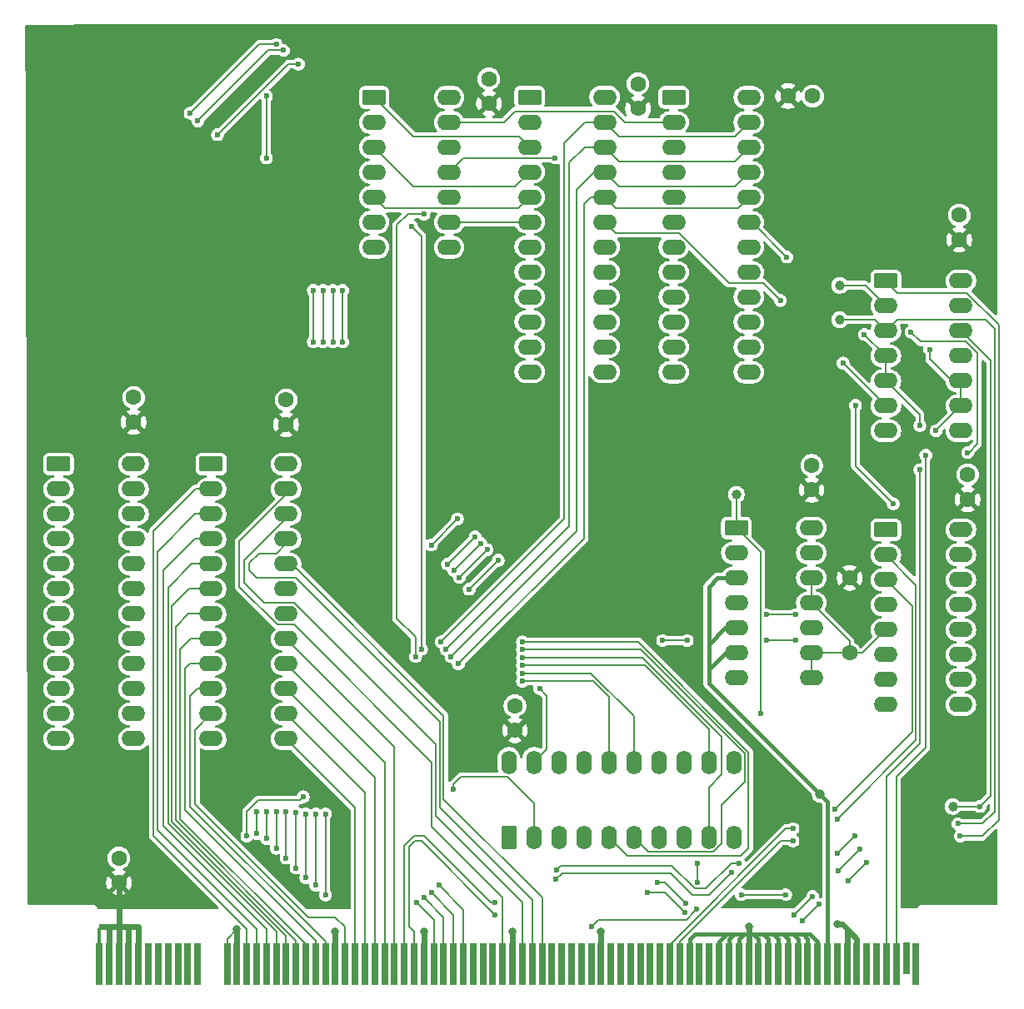
<source format=gbr>
%TF.GenerationSoftware,KiCad,Pcbnew,9.0.5*%
%TF.CreationDate,2025-11-19T18:10:55+02:00*%
%TF.ProjectId,core_1,636f7265-5f31-42e6-9b69-6361645f7063,rev?*%
%TF.SameCoordinates,Original*%
%TF.FileFunction,Copper,L1,Top*%
%TF.FilePolarity,Positive*%
%FSLAX46Y46*%
G04 Gerber Fmt 4.6, Leading zero omitted, Abs format (unit mm)*
G04 Created by KiCad (PCBNEW 9.0.5) date 2025-11-19 18:10:55*
%MOMM*%
%LPD*%
G01*
G04 APERTURE LIST*
G04 Aperture macros list*
%AMRoundRect*
0 Rectangle with rounded corners*
0 $1 Rounding radius*
0 $2 $3 $4 $5 $6 $7 $8 $9 X,Y pos of 4 corners*
0 Add a 4 corners polygon primitive as box body*
4,1,4,$2,$3,$4,$5,$6,$7,$8,$9,$2,$3,0*
0 Add four circle primitives for the rounded corners*
1,1,$1+$1,$2,$3*
1,1,$1+$1,$4,$5*
1,1,$1+$1,$6,$7*
1,1,$1+$1,$8,$9*
0 Add four rect primitives between the rounded corners*
20,1,$1+$1,$2,$3,$4,$5,0*
20,1,$1+$1,$4,$5,$6,$7,0*
20,1,$1+$1,$6,$7,$8,$9,0*
20,1,$1+$1,$8,$9,$2,$3,0*%
G04 Aperture macros list end*
%TA.AperFunction,SMDPad,CuDef*%
%ADD10C,1.000000*%
%TD*%
%TA.AperFunction,ComponentPad*%
%ADD11RoundRect,0.250000X-0.950000X-0.550000X0.950000X-0.550000X0.950000X0.550000X-0.950000X0.550000X0*%
%TD*%
%TA.AperFunction,ComponentPad*%
%ADD12O,2.400000X1.600000*%
%TD*%
%TA.AperFunction,ComponentPad*%
%ADD13C,1.600000*%
%TD*%
%TA.AperFunction,ConnectorPad*%
%ADD14R,0.700000X4.300000*%
%TD*%
%TA.AperFunction,ConnectorPad*%
%ADD15R,0.700000X3.200000*%
%TD*%
%TA.AperFunction,ComponentPad*%
%ADD16RoundRect,0.250000X0.550000X-0.950000X0.550000X0.950000X-0.550000X0.950000X-0.550000X-0.950000X0*%
%TD*%
%TA.AperFunction,ComponentPad*%
%ADD17O,1.600000X2.400000*%
%TD*%
%TA.AperFunction,ViaPad*%
%ADD18C,0.600000*%
%TD*%
%TA.AperFunction,ViaPad*%
%ADD19C,0.800000*%
%TD*%
%TA.AperFunction,Conductor*%
%ADD20C,0.600000*%
%TD*%
%TA.AperFunction,Conductor*%
%ADD21C,0.300000*%
%TD*%
%TA.AperFunction,Conductor*%
%ADD22C,0.200000*%
%TD*%
%TA.AperFunction,Conductor*%
%ADD23C,0.400000*%
%TD*%
G04 APERTURE END LIST*
D10*
%TO.P,~{LI}1,1,1*%
%TO.N,Net-(INSTRUCTION1-Cp)*%
X167750000Y-78750000D03*
%TD*%
D11*
%TO.P,U1,1*%
%TO.N,/IRQ*%
X182940000Y-57050000D03*
D12*
%TO.P,U1,2*%
%TO.N,Net-(U3A-~{Q})*%
X182940000Y-59590000D03*
%TO.P,U1,3*%
%TO.N,Net-(BC1-STATE15)*%
X182940000Y-62130000D03*
%TO.P,U1,4*%
%TO.N,/L4*%
X182940000Y-64670000D03*
%TO.P,U1,5*%
X182940000Y-67210000D03*
%TO.P,U1,6*%
%TO.N,Net-(DECODER1-E1)*%
X182940000Y-69750000D03*
%TO.P,U1,7,GND*%
%TO.N,GND*%
X182940000Y-72290000D03*
%TO.P,U1,8*%
%TO.N,Net-(DECODER3-E1)*%
X190560000Y-72290000D03*
%TO.P,U1,9*%
%TO.N,/R4*%
X190560000Y-69750000D03*
%TO.P,U1,10*%
X190560000Y-67210000D03*
%TO.P,U1,11*%
%TO.N,/~{Reset}*%
X190560000Y-64670000D03*
%TO.P,U1,12*%
%TO.N,/Reset*%
X190560000Y-62130000D03*
%TO.P,U1,13*%
X190560000Y-59590000D03*
%TO.P,U1,14,VCC*%
%TO.N,VCC*%
X190560000Y-57050000D03*
%TD*%
D13*
%TO.P,C3,1*%
%TO.N,VCC*%
X190400000Y-52850000D03*
%TO.P,C3,2*%
%TO.N,GND*%
X190400000Y-50350000D03*
%TD*%
%TO.P,C11,1*%
%TO.N,VCC*%
X122000000Y-71650000D03*
%TO.P,C11,2*%
%TO.N,GND*%
X122000000Y-69150000D03*
%TD*%
D14*
%TO.P,BC1,B1,VCC*%
%TO.N,VCC*%
X103000000Y-126500000D03*
%TO.P,BC1,B2,VCC*%
X104000000Y-126500000D03*
%TO.P,BC1,B3,VCC*%
X105000000Y-126500000D03*
%TO.P,BC1,B4,VCC*%
X106000000Y-126500000D03*
%TO.P,BC1,B5,VCC*%
X107000000Y-126500000D03*
%TO.P,BC1,B6*%
%TO.N,N/C*%
X108000000Y-126500000D03*
%TO.P,BC1,B7*%
X109000000Y-126500000D03*
%TO.P,BC1,B8*%
X110000000Y-126500000D03*
%TO.P,BC1,B9*%
X111000000Y-126500000D03*
%TO.P,BC1,B10*%
X112000000Y-126500000D03*
%TO.P,BC1,B11*%
X113000000Y-126500000D03*
%TO.P,BC1,B12,GND*%
%TO.N,GND*%
X116000000Y-126500000D03*
%TO.P,BC1,B13,GND*%
X117000000Y-126500000D03*
%TO.P,BC1,B14,~{RMEM}*%
%TO.N,/~{MemoryWriter}*%
X118000000Y-126500000D03*
%TO.P,BC1,B15,~{RSPH}*%
%TO.N,/~{SPHighWriter}*%
X119000000Y-126500000D03*
%TO.P,BC1,B16,~{RSPL}*%
%TO.N,/~{SPLowWriter}*%
X120000000Y-126500000D03*
%TO.P,BC1,B17,~{RPCH}*%
%TO.N,/~{PCHighWriter}*%
X121000000Y-126500000D03*
%TO.P,BC1,B18,~{RPCL}*%
%TO.N,/~{PCLowWriter}*%
X122000000Y-126500000D03*
%TO.P,BC1,B19,~{RARGH}*%
%TO.N,/~{TemporaryHighWriter}*%
X123000000Y-126500000D03*
%TO.P,BC1,B20,~{RARGL}*%
%TO.N,/~{TemporaryLowWriter}*%
X124000000Y-126500000D03*
%TO.P,BC1,B21,~{RAC}*%
%TO.N,/~{AccumWriter}*%
X125000000Y-126500000D03*
%TO.P,BC1,B22,~{RXH}*%
%TO.N,/~{XHWriter}*%
X126000000Y-126500000D03*
%TO.P,BC1,B23,GND*%
%TO.N,GND*%
X127000000Y-126500000D03*
%TO.P,BC1,B24,~{RYL}*%
%TO.N,/~{YLWriter}*%
X128000000Y-126500000D03*
%TO.P,BC1,B25,~{RYH}*%
%TO.N,/~{YHWriter}*%
X129000000Y-126500000D03*
%TO.P,BC1,B26,~{RZL}*%
%TO.N,/~{ZLWriter}*%
X130000000Y-126500000D03*
%TO.P,BC1,B27,~{RZH}*%
%TO.N,/~{ZHWriter}*%
X131000000Y-126500000D03*
%TO.P,BC1,B28,~{RFR}*%
%TO.N,/~{FlagsWriter}*%
X132000000Y-126500000D03*
%TO.P,BC1,B29,~{RCONST}*%
%TO.N,/~{ConstantWriter}*%
X133000000Y-126500000D03*
%TO.P,BC1,B30,~{RALU}*%
%TO.N,/~{ALUWriter}*%
X134000000Y-126500000D03*
%TO.P,BC1,B31,~{RINTC}*%
%TO.N,/~{IntAck}*%
X135000000Y-126500000D03*
%TO.P,BC1,B32,GND*%
%TO.N,GND*%
X136000000Y-126500000D03*
%TO.P,BC1,B33,L0*%
%TO.N,/L0*%
X137000000Y-126500000D03*
%TO.P,BC1,B34,L1*%
%TO.N,/L1*%
X138000000Y-126500000D03*
%TO.P,BC1,B35,L2*%
%TO.N,/L2*%
X139000000Y-126500000D03*
%TO.P,BC1,B36,L3*%
%TO.N,/L3*%
X140000000Y-126500000D03*
%TO.P,BC1,B37,ALUM*%
%TO.N,unconnected-(BC1-ALUM-PadB37)*%
X141000000Y-126500000D03*
%TO.P,BC1,B38,~{ALUCI}*%
%TO.N,unconnected-(BC1-~{ALUCI}-PadB38)*%
X142000000Y-126500000D03*
%TO.P,BC1,B39,FRUpd*%
%TO.N,unconnected-(BC1-FRUpd-PadB39)*%
X143000000Y-126500000D03*
%TO.P,BC1,B40,R0*%
%TO.N,/R0*%
X144000000Y-126500000D03*
%TO.P,BC1,B41,GND*%
%TO.N,GND*%
X145000000Y-126500000D03*
%TO.P,BC1,B42,R1*%
%TO.N,/R1*%
X146000000Y-126500000D03*
%TO.P,BC1,B43,R2*%
%TO.N,/R2*%
X147000000Y-126500000D03*
%TO.P,BC1,B44,R3*%
%TO.N,/R3*%
X148000000Y-126500000D03*
%TO.P,BC1,B45,~{SCCLR}*%
%TO.N,unconnected-(BC1-~{SCCLR}-PadB45)*%
X149000000Y-126500000D03*
%TO.P,BC1,B46,~{HALT}*%
%TO.N,unconnected-(BC1-~{HALT}-PadB46)*%
X150000000Y-126500000D03*
%TO.P,BC1,B47,PCINC*%
%TO.N,unconnected-(BC1-PCINC-PadB47)*%
X151000000Y-126500000D03*
%TO.P,BC1,B48,ALUS0*%
%TO.N,unconnected-(BC1-ALUS0-PadB48)*%
X152000000Y-126500000D03*
%TO.P,BC1,B49,ALUS1*%
%TO.N,unconnected-(BC1-ALUS1-PadB49)*%
X153000000Y-126500000D03*
%TO.P,BC1,B50,GND*%
%TO.N,GND*%
X154000000Y-126500000D03*
%TO.P,BC1,B51,ALUS2*%
%TO.N,unconnected-(BC1-ALUS2-PadB51)*%
X155000000Y-126500000D03*
%TO.P,BC1,B52,ALUS3*%
%TO.N,unconnected-(BC1-ALUS3-PadB52)*%
X156000000Y-126500000D03*
%TO.P,BC1,B53,SPDEC*%
%TO.N,unconnected-(BC1-SPDEC-PadB53)*%
X157000000Y-126500000D03*
%TO.P,BC1,B54,SPINC*%
%TO.N,unconnected-(BC1-SPINC-PadB54)*%
X158000000Y-126500000D03*
%TO.P,BC1,B55,ACSHLEFT*%
%TO.N,unconnected-(BC1-ACSHLEFT-PadB55)*%
X159000000Y-126500000D03*
%TO.P,BC1,B56,ACSHRIGHT*%
%TO.N,unconnected-(BC1-ACSHRIGHT-PadB56)*%
X160000000Y-126500000D03*
%TO.P,BC1,B57,INTE*%
%TO.N,/IntEnable*%
X161000000Y-126500000D03*
%TO.P,BC1,B58,~{INTD}*%
%TO.N,/~{IntDisable}*%
X162000000Y-126500000D03*
%TO.P,BC1,B59,GND*%
%TO.N,GND*%
X163000000Y-126500000D03*
%TO.P,BC1,B60,ADRDEC*%
%TO.N,unconnected-(BC1-ADRDEC-PadB60)*%
X164000000Y-126500000D03*
%TO.P,BC1,B61,ADDRINC*%
%TO.N,unconnected-(BC1-ADDRINC-PadB61)*%
X165000000Y-126500000D03*
%TO.P,BC1,B62,GND*%
%TO.N,GND*%
X166000000Y-126500000D03*
%TO.P,BC1,B63,GND*%
X167000000Y-126500000D03*
%TO.P,BC1,B64,GND*%
X168000000Y-126500000D03*
%TO.P,BC1,B65,GND*%
X169000000Y-126500000D03*
%TO.P,BC1,B66,GND*%
X170000000Y-126500000D03*
%TO.P,BC1,B67,GND*%
X171000000Y-126500000D03*
%TO.P,BC1,B68,GND*%
X172000000Y-126500000D03*
%TO.P,BC1,B69,GND*%
X173000000Y-126500000D03*
%TO.P,BC1,B70,GND*%
X174000000Y-126500000D03*
%TO.P,BC1,B71,GND*%
X175000000Y-126500000D03*
%TO.P,BC1,B72,GND*%
X176000000Y-126500000D03*
%TO.P,BC1,B73,~{CLK}*%
%TO.N,/~{Clk}*%
X177000000Y-126500000D03*
%TO.P,BC1,B74,PULSE*%
%TO.N,unconnected-(BC1-PULSE-PadB74)*%
X178000000Y-126500000D03*
%TO.P,BC1,B75,GND*%
%TO.N,GND*%
X179000000Y-126500000D03*
%TO.P,BC1,B76,GND*%
X180000000Y-126500000D03*
%TO.P,BC1,B77*%
%TO.N,N/C*%
X181000000Y-126500000D03*
%TO.P,BC1,B78*%
X182000000Y-126500000D03*
%TO.P,BC1,B79,L4*%
%TO.N,/L4*%
X183000000Y-126500000D03*
%TO.P,BC1,B80,R4*%
%TO.N,/R4*%
X184000000Y-126500000D03*
D15*
%TO.P,BC1,B81*%
%TO.N,N/C*%
X185000000Y-125950000D03*
D14*
%TO.P,BC1,B82*%
X186000000Y-126500000D03*
%TD*%
D13*
%TO.P,C5,1*%
%TO.N,VCC*%
X105000000Y-118240522D03*
%TO.P,C5,2*%
%TO.N,GND*%
X105000000Y-115740522D03*
%TD*%
%TO.P,C1,1*%
%TO.N,VCC*%
X191250000Y-79250000D03*
%TO.P,C1,2*%
%TO.N,GND*%
X191250000Y-76750000D03*
%TD*%
%TO.P,R1,1*%
%TO.N,VCC*%
X179250000Y-87250000D03*
%TO.P,R1,2*%
%TO.N,Net-(U3A-~{S})*%
X179250000Y-94870000D03*
%TD*%
%TO.P,C12,1*%
%TO.N,VCC*%
X106500000Y-71400000D03*
%TO.P,C12,2*%
%TO.N,GND*%
X106500000Y-68900000D03*
%TD*%
D10*
%TO.P,Power1,1,1*%
%TO.N,VCC*%
X100250000Y-112000000D03*
%TD*%
D13*
%TO.P,C9,1*%
%TO.N,VCC*%
X157750000Y-39500000D03*
%TO.P,C9,2*%
%TO.N,GND*%
X157750000Y-37000000D03*
%TD*%
D11*
%TO.P,DECODER2,1,S0*%
%TO.N,/~{AddressHighReader}*%
X161380000Y-38390000D03*
D12*
%TO.P,DECODER2,2,S1*%
%TO.N,/~{AddressLowReader}*%
X161380000Y-40930000D03*
%TO.P,DECODER2,3,S2*%
%TO.N,unconnected-(DECODER2-S2-Pad3)*%
X161380000Y-43470000D03*
%TO.P,DECODER2,4,S3*%
%TO.N,unconnected-(DECODER2-S3-Pad4)*%
X161380000Y-46010000D03*
%TO.P,DECODER2,5,S4*%
%TO.N,unconnected-(DECODER2-S4-Pad5)*%
X161380000Y-48550000D03*
%TO.P,DECODER2,6,S5*%
%TO.N,unconnected-(DECODER2-S5-Pad6)*%
X161380000Y-51090000D03*
%TO.P,DECODER2,7,S6*%
%TO.N,unconnected-(DECODER2-S6-Pad7)*%
X161380000Y-53630000D03*
%TO.P,DECODER2,8,S7*%
%TO.N,unconnected-(DECODER2-S7-Pad8)*%
X161380000Y-56170000D03*
%TO.P,DECODER2,9,S8*%
%TO.N,unconnected-(DECODER2-S8-Pad9)*%
X161380000Y-58710000D03*
%TO.P,DECODER2,10,S9*%
%TO.N,unconnected-(DECODER2-S9-Pad10)*%
X161380000Y-61250000D03*
%TO.P,DECODER2,11,S10*%
%TO.N,unconnected-(DECODER2-S10-Pad11)*%
X161380000Y-63790000D03*
%TO.P,DECODER2,12,GND*%
%TO.N,GND*%
X161380000Y-66330000D03*
%TO.P,DECODER2,13,S11*%
%TO.N,unconnected-(DECODER2-S11-Pad13)*%
X169000000Y-66330000D03*
%TO.P,DECODER2,14,S12*%
%TO.N,unconnected-(DECODER2-S12-Pad14)*%
X169000000Y-63790000D03*
%TO.P,DECODER2,15,S13*%
%TO.N,unconnected-(DECODER2-S13-Pad15)*%
X169000000Y-61250000D03*
%TO.P,DECODER2,16,S14*%
%TO.N,unconnected-(DECODER2-S14-Pad16)*%
X169000000Y-58710000D03*
%TO.P,DECODER2,17,S15*%
%TO.N,unconnected-(DECODER2-S15-Pad17)*%
X169000000Y-56170000D03*
%TO.P,DECODER2,18,E0*%
%TO.N,GND*%
X169000000Y-53630000D03*
%TO.P,DECODER2,19,E1*%
%TO.N,/L4*%
X169000000Y-51090000D03*
%TO.P,DECODER2,20,A3*%
%TO.N,/L3*%
X169000000Y-48550000D03*
%TO.P,DECODER2,21,A2*%
%TO.N,/L2*%
X169000000Y-46010000D03*
%TO.P,DECODER2,22,A1*%
%TO.N,/L1*%
X169000000Y-43470000D03*
%TO.P,DECODER2,23,A0*%
%TO.N,/L0*%
X169000000Y-40930000D03*
%TO.P,DECODER2,24,VCC*%
%TO.N,VCC*%
X169000000Y-38390000D03*
%TD*%
D11*
%TO.P,DECODER4,1,S0*%
%TO.N,/~{ALUWriter}*%
X98880000Y-75680000D03*
D12*
%TO.P,DECODER4,2,S1*%
%TO.N,/~{IntAck}*%
X98880000Y-78220000D03*
%TO.P,DECODER4,3,S2*%
%TO.N,unconnected-(DECODER4-S2-Pad3)*%
X98880000Y-80760000D03*
%TO.P,DECODER4,4,S3*%
%TO.N,unconnected-(DECODER4-S3-Pad4)*%
X98880000Y-83300000D03*
%TO.P,DECODER4,5,S4*%
%TO.N,unconnected-(DECODER4-S4-Pad5)*%
X98880000Y-85840000D03*
%TO.P,DECODER4,6,S5*%
%TO.N,unconnected-(DECODER4-S5-Pad6)*%
X98880000Y-88380000D03*
%TO.P,DECODER4,7,S6*%
%TO.N,unconnected-(DECODER4-S6-Pad7)*%
X98880000Y-90920000D03*
%TO.P,DECODER4,8,S7*%
%TO.N,unconnected-(DECODER4-S7-Pad8)*%
X98880000Y-93460000D03*
%TO.P,DECODER4,9,S8*%
%TO.N,unconnected-(DECODER4-S8-Pad9)*%
X98880000Y-96000000D03*
%TO.P,DECODER4,10,S9*%
%TO.N,unconnected-(DECODER4-S9-Pad10)*%
X98880000Y-98540000D03*
%TO.P,DECODER4,11,S10*%
%TO.N,unconnected-(DECODER4-S10-Pad11)*%
X98880000Y-101080000D03*
%TO.P,DECODER4,12,GND*%
%TO.N,GND*%
X98880000Y-103620000D03*
%TO.P,DECODER4,13,S11*%
%TO.N,unconnected-(DECODER4-S11-Pad13)*%
X106500000Y-103620000D03*
%TO.P,DECODER4,14,S12*%
%TO.N,unconnected-(DECODER4-S12-Pad14)*%
X106500000Y-101080000D03*
%TO.P,DECODER4,15,S13*%
%TO.N,unconnected-(DECODER4-S13-Pad15)*%
X106500000Y-98540000D03*
%TO.P,DECODER4,16,S14*%
%TO.N,unconnected-(DECODER4-S14-Pad16)*%
X106500000Y-96000000D03*
%TO.P,DECODER4,17,S15*%
%TO.N,unconnected-(DECODER4-S15-Pad17)*%
X106500000Y-93460000D03*
%TO.P,DECODER4,18,E0*%
%TO.N,GND*%
X106500000Y-90920000D03*
%TO.P,DECODER4,19,E1*%
%TO.N,/R4*%
X106500000Y-88380000D03*
%TO.P,DECODER4,20,A3*%
%TO.N,/R3*%
X106500000Y-85840000D03*
%TO.P,DECODER4,21,A2*%
%TO.N,/R2*%
X106500000Y-83300000D03*
%TO.P,DECODER4,22,A1*%
%TO.N,/R1*%
X106500000Y-80760000D03*
%TO.P,DECODER4,23,A0*%
%TO.N,/R0*%
X106500000Y-78220000D03*
%TO.P,DECODER4,24,VCC*%
%TO.N,VCC*%
X106500000Y-75680000D03*
%TD*%
D10*
%TO.P,Reset1,1,1*%
%TO.N,/Reset*%
X189750000Y-110500000D03*
%TD*%
%TO.P,~{Clock}1,1,1*%
%TO.N,/~{Clk}*%
X176250000Y-109250000D03*
%TD*%
D11*
%TO.P,U4,1*%
%TO.N,Net-(INSTRUCTION1-Cp)*%
X167750000Y-82170000D03*
D12*
%TO.P,U4,2*%
%TO.N,/~{InstructionReader}*%
X167750000Y-84710000D03*
%TO.P,U4,3*%
%TO.N,/~{Clk}*%
X167750000Y-87250000D03*
%TO.P,U4,4*%
%TO.N,Net-(U3A-C)*%
X167750000Y-89790000D03*
%TO.P,U4,5*%
%TO.N,/~{Clk}*%
X167750000Y-92330000D03*
%TO.P,U4,6*%
X167750000Y-94870000D03*
%TO.P,U4,7,GND*%
%TO.N,GND*%
X167750000Y-97410000D03*
%TO.P,U4,8*%
%TO.N,Net-(U3A-~{S})*%
X175370000Y-97410000D03*
%TO.P,U4,9*%
X175370000Y-94870000D03*
%TO.P,U4,10*%
%TO.N,unconnected-(U4-Pad10)*%
X175370000Y-92330000D03*
%TO.P,U4,11*%
%TO.N,Net-(U3A-~{S})*%
X175370000Y-89790000D03*
%TO.P,U4,12*%
X175370000Y-87250000D03*
%TO.P,U4,13*%
%TO.N,unconnected-(U4-Pad13)*%
X175370000Y-84710000D03*
%TO.P,U4,14,VCC*%
%TO.N,VCC*%
X175370000Y-82170000D03*
%TD*%
D16*
%TO.P,INSTRUCTION1,1,~{Mr}*%
%TO.N,/~{Reset}*%
X144630000Y-113620000D03*
D17*
%TO.P,INSTRUCTION1,2,Q0*%
%TO.N,/STATE0*%
X147170000Y-113620000D03*
%TO.P,INSTRUCTION1,3,D0*%
%TO.N,/BUS0*%
X149710000Y-113620000D03*
%TO.P,INSTRUCTION1,4,D1*%
%TO.N,/BUS1*%
X152250000Y-113620000D03*
%TO.P,INSTRUCTION1,5,Q1*%
%TO.N,/STATE1*%
X154790000Y-113620000D03*
%TO.P,INSTRUCTION1,6,Q2*%
%TO.N,/STATE2*%
X157330000Y-113620000D03*
%TO.P,INSTRUCTION1,7,D2*%
%TO.N,/BUS2*%
X159870000Y-113620000D03*
%TO.P,INSTRUCTION1,8,D3*%
%TO.N,/BUS3*%
X162410000Y-113620000D03*
%TO.P,INSTRUCTION1,9,Q3*%
%TO.N,/STATE3*%
X164950000Y-113620000D03*
%TO.P,INSTRUCTION1,10,GND*%
%TO.N,GND*%
X167490000Y-113620000D03*
%TO.P,INSTRUCTION1,11,Cp*%
%TO.N,Net-(INSTRUCTION1-Cp)*%
X167490000Y-106000000D03*
%TO.P,INSTRUCTION1,12,Q4*%
%TO.N,/STATE4*%
X164950000Y-106000000D03*
%TO.P,INSTRUCTION1,13,D4*%
%TO.N,/BUS4*%
X162410000Y-106000000D03*
%TO.P,INSTRUCTION1,14,D5*%
%TO.N,/BUS5*%
X159870000Y-106000000D03*
%TO.P,INSTRUCTION1,15,Q5*%
%TO.N,/STATE5*%
X157330000Y-106000000D03*
%TO.P,INSTRUCTION1,16,Q6*%
%TO.N,/STATE6*%
X154790000Y-106000000D03*
%TO.P,INSTRUCTION1,17,D6*%
%TO.N,/BUS6*%
X152250000Y-106000000D03*
%TO.P,INSTRUCTION1,18,D7*%
%TO.N,/BUS7*%
X149710000Y-106000000D03*
%TO.P,INSTRUCTION1,19,Q7*%
%TO.N,/STATE7*%
X147170000Y-106000000D03*
%TO.P,INSTRUCTION1,20,VCC*%
%TO.N,VCC*%
X144630000Y-106000000D03*
%TD*%
D13*
%TO.P,C10,1*%
%TO.N,VCC*%
X173000000Y-38250000D03*
%TO.P,C10,2*%
%TO.N,GND*%
X175500000Y-38250000D03*
%TD*%
D10*
%TO.P,~{IntE}1,1,1*%
%TO.N,Net-(U3A-~{Q})*%
X178250000Y-57500000D03*
%TD*%
D11*
%TO.P,U2,1*%
%TO.N,/~{SPHighReader}*%
X130940000Y-38385000D03*
D12*
%TO.P,U2,2*%
%TO.N,/SPHighReader*%
X130940000Y-40925000D03*
%TO.P,U2,3*%
%TO.N,/~{SPLowReader}*%
X130940000Y-43465000D03*
%TO.P,U2,4*%
%TO.N,/SPLowReader*%
X130940000Y-46005000D03*
%TO.P,U2,5*%
%TO.N,/~{PCHighReader}*%
X130940000Y-48545000D03*
%TO.P,U2,6*%
%TO.N,/PCHighReader*%
X130940000Y-51085000D03*
%TO.P,U2,7,GND*%
%TO.N,GND*%
X130940000Y-53625000D03*
%TO.P,U2,8*%
%TO.N,/PCLowReader*%
X138560000Y-53625000D03*
%TO.P,U2,9*%
%TO.N,/~{PCLowReader}*%
X138560000Y-51085000D03*
%TO.P,U2,10*%
%TO.N,/AddrHighIn*%
X138560000Y-48545000D03*
%TO.P,U2,11*%
%TO.N,/~{AddressHighReader}*%
X138560000Y-46005000D03*
%TO.P,U2,12*%
%TO.N,/AddrLowIn*%
X138560000Y-43465000D03*
%TO.P,U2,13*%
%TO.N,/~{AddressLowReader}*%
X138560000Y-40925000D03*
%TO.P,U2,14,VCC*%
%TO.N,VCC*%
X138560000Y-38385000D03*
%TD*%
D13*
%TO.P,C16,1*%
%TO.N,VCC*%
X145250000Y-102750000D03*
%TO.P,C16,2*%
%TO.N,GND*%
X145250000Y-100250000D03*
%TD*%
D11*
%TO.P,U3,1,~{R}*%
%TO.N,/~{Reset}*%
X182940000Y-82360000D03*
D12*
%TO.P,U3,2,J*%
%TO.N,/~{IntDisable}*%
X182940000Y-84900000D03*
%TO.P,U3,3,~{K}*%
%TO.N,/IntEnable*%
X182940000Y-87440000D03*
%TO.P,U3,4,C*%
%TO.N,Net-(U3A-C)*%
X182940000Y-89980000D03*
%TO.P,U3,5,~{S}*%
%TO.N,Net-(U3A-~{S})*%
X182940000Y-92520000D03*
%TO.P,U3,6,Q*%
%TO.N,unconnected-(U3A-Q-Pad6)*%
X182940000Y-95060000D03*
%TO.P,U3,7,~{Q}*%
%TO.N,Net-(U3A-~{Q})*%
X182940000Y-97600000D03*
%TO.P,U3,8,GND*%
%TO.N,GND*%
X182940000Y-100140000D03*
%TO.P,U3,9,~{Q}*%
%TO.N,unconnected-(U3B-~{Q}-Pad9)*%
X190560000Y-100140000D03*
%TO.P,U3,10,Q*%
%TO.N,unconnected-(U3B-Q-Pad10)*%
X190560000Y-97600000D03*
%TO.P,U3,11,~{S}*%
%TO.N,unconnected-(U3B-~{S}-Pad11)*%
X190560000Y-95060000D03*
%TO.P,U3,12,C*%
%TO.N,unconnected-(U3B-C-Pad12)*%
X190560000Y-92520000D03*
%TO.P,U3,13,~{K}*%
%TO.N,unconnected-(U3B-~{K}-Pad13)*%
X190560000Y-89980000D03*
%TO.P,U3,14,J*%
%TO.N,unconnected-(U3B-J-Pad14)*%
X190560000Y-87440000D03*
%TO.P,U3,15,~{R}*%
%TO.N,GND*%
X190560000Y-84900000D03*
%TO.P,U3,16,VCC*%
%TO.N,VCC*%
X190560000Y-82360000D03*
%TD*%
D10*
%TO.P,IntS1,1,1*%
%TO.N,Net-(BC1-STATE15)*%
X178250000Y-61000000D03*
%TD*%
D11*
%TO.P,DECODER1,1,S0*%
%TO.N,unconnected-(DECODER1-S0-Pad1)*%
X146750000Y-38350000D03*
D12*
%TO.P,DECODER1,2,S1*%
%TO.N,/~{MemoryReader}*%
X146750000Y-40890000D03*
%TO.P,DECODER1,3,S2*%
%TO.N,/~{SPHighReader}*%
X146750000Y-43430000D03*
%TO.P,DECODER1,4,S3*%
%TO.N,/~{SPLowReader}*%
X146750000Y-45970000D03*
%TO.P,DECODER1,5,S4*%
%TO.N,/~{PCHighReader}*%
X146750000Y-48510000D03*
%TO.P,DECODER1,6,S5*%
%TO.N,/~{PCLowReader}*%
X146750000Y-51050000D03*
%TO.P,DECODER1,7,S6*%
%TO.N,/~{TemporaryHighReader}*%
X146750000Y-53590000D03*
%TO.P,DECODER1,8,S7*%
%TO.N,/~{TemporaryLowReader}*%
X146750000Y-56130000D03*
%TO.P,DECODER1,9,S8*%
%TO.N,/~{AccumReader}*%
X146750000Y-58670000D03*
%TO.P,DECODER1,10,S9*%
%TO.N,/~{XHReader}*%
X146750000Y-61210000D03*
%TO.P,DECODER1,11,S10*%
%TO.N,/~{YLReader}*%
X146750000Y-63750000D03*
%TO.P,DECODER1,12,GND*%
%TO.N,GND*%
X146750000Y-66290000D03*
%TO.P,DECODER1,13,S11*%
%TO.N,/~{YHReader}*%
X154370000Y-66290000D03*
%TO.P,DECODER1,14,S12*%
%TO.N,/~{ZLReader}*%
X154370000Y-63750000D03*
%TO.P,DECODER1,15,S13*%
%TO.N,/~{ZHReader}*%
X154370000Y-61210000D03*
%TO.P,DECODER1,16,S14*%
%TO.N,/~{FlagsReader}*%
X154370000Y-58670000D03*
%TO.P,DECODER1,17,S15*%
%TO.N,/~{InstructionReader}*%
X154370000Y-56130000D03*
%TO.P,DECODER1,18,E0*%
%TO.N,GND*%
X154370000Y-53590000D03*
%TO.P,DECODER1,19,E1*%
%TO.N,Net-(DECODER1-E1)*%
X154370000Y-51050000D03*
%TO.P,DECODER1,20,A3*%
%TO.N,/L3*%
X154370000Y-48510000D03*
%TO.P,DECODER1,21,A2*%
%TO.N,/L2*%
X154370000Y-45970000D03*
%TO.P,DECODER1,22,A1*%
%TO.N,/L1*%
X154370000Y-43430000D03*
%TO.P,DECODER1,23,A0*%
%TO.N,/L0*%
X154370000Y-40890000D03*
%TO.P,DECODER1,24,VCC*%
%TO.N,VCC*%
X154370000Y-38350000D03*
%TD*%
D13*
%TO.P,C2,1*%
%TO.N,VCC*%
X175400000Y-78300000D03*
%TO.P,C2,2*%
%TO.N,GND*%
X175400000Y-75800000D03*
%TD*%
D11*
%TO.P,DECODER3,1,S0*%
%TO.N,unconnected-(DECODER3-S0-Pad1)*%
X114380000Y-75680000D03*
D12*
%TO.P,DECODER3,2,S1*%
%TO.N,/~{MemoryWriter}*%
X114380000Y-78220000D03*
%TO.P,DECODER3,3,S2*%
%TO.N,/~{SPHighWriter}*%
X114380000Y-80760000D03*
%TO.P,DECODER3,4,S3*%
%TO.N,/~{SPLowWriter}*%
X114380000Y-83300000D03*
%TO.P,DECODER3,5,S4*%
%TO.N,/~{PCHighWriter}*%
X114380000Y-85840000D03*
%TO.P,DECODER3,6,S5*%
%TO.N,/~{PCLowWriter}*%
X114380000Y-88380000D03*
%TO.P,DECODER3,7,S6*%
%TO.N,/~{TemporaryHighWriter}*%
X114380000Y-90920000D03*
%TO.P,DECODER3,8,S7*%
%TO.N,/~{TemporaryLowWriter}*%
X114380000Y-93460000D03*
%TO.P,DECODER3,9,S8*%
%TO.N,/~{AccumWriter}*%
X114380000Y-96000000D03*
%TO.P,DECODER3,10,S9*%
%TO.N,/~{XHWriter}*%
X114380000Y-98540000D03*
%TO.P,DECODER3,11,S10*%
%TO.N,/~{YLWriter}*%
X114380000Y-101080000D03*
%TO.P,DECODER3,12,GND*%
%TO.N,GND*%
X114380000Y-103620000D03*
%TO.P,DECODER3,13,S11*%
%TO.N,/~{YHWriter}*%
X122000000Y-103620000D03*
%TO.P,DECODER3,14,S12*%
%TO.N,/~{ZLWriter}*%
X122000000Y-101080000D03*
%TO.P,DECODER3,15,S13*%
%TO.N,/~{ZHWriter}*%
X122000000Y-98540000D03*
%TO.P,DECODER3,16,S14*%
%TO.N,/~{FlagsWriter}*%
X122000000Y-96000000D03*
%TO.P,DECODER3,17,S15*%
%TO.N,/~{ConstantWriter}*%
X122000000Y-93460000D03*
%TO.P,DECODER3,18,E0*%
%TO.N,GND*%
X122000000Y-90920000D03*
%TO.P,DECODER3,19,E1*%
%TO.N,Net-(DECODER3-E1)*%
X122000000Y-88380000D03*
%TO.P,DECODER3,20,A3*%
%TO.N,/R3*%
X122000000Y-85840000D03*
%TO.P,DECODER3,21,A2*%
%TO.N,/R2*%
X122000000Y-83300000D03*
%TO.P,DECODER3,22,A1*%
%TO.N,/R1*%
X122000000Y-80760000D03*
%TO.P,DECODER3,23,A0*%
%TO.N,/R0*%
X122000000Y-78220000D03*
%TO.P,DECODER3,24,VCC*%
%TO.N,VCC*%
X122000000Y-75680000D03*
%TD*%
D13*
%TO.P,C4,1*%
%TO.N,VCC*%
X142600000Y-39000000D03*
%TO.P,C4,2*%
%TO.N,GND*%
X142600000Y-36500000D03*
%TD*%
D18*
%TO.N,VCC*%
X104000000Y-122750000D03*
X105000000Y-119750000D03*
X103250000Y-122750000D03*
X105000000Y-122750000D03*
X105000000Y-121250000D03*
X106000000Y-122750000D03*
X107000000Y-122750000D03*
%TO.N,/BUS5*%
X163750000Y-116250000D03*
X163750000Y-118250000D03*
D19*
%TO.N,GND*%
X127000000Y-123250000D03*
X169000000Y-122750000D03*
X117000000Y-123000000D03*
X154000000Y-123250000D03*
X145000000Y-123250000D03*
X178000000Y-122500000D03*
X136000000Y-123250000D03*
D18*
%TO.N,/Reset*%
X179075000Y-118075000D03*
X176150000Y-120450000D03*
X192500000Y-110500000D03*
X180950000Y-116200000D03*
X174475000Y-122125000D03*
%TO.N,/BUS7*%
X162549265Y-121299265D03*
X158750000Y-119250000D03*
%TO.N,/STATE2*%
X146000000Y-94550003D03*
%TO.N,/SPLowReader*%
X125750000Y-58000000D03*
X120000000Y-113750000D03*
X125750000Y-63250000D03*
X120000000Y-111000000D03*
%TO.N,/STATE1*%
X146000000Y-93750000D03*
%TO.N,/~{AccumReader}*%
X125000000Y-111250000D03*
X125000000Y-118500000D03*
%TO.N,/L0*%
X135250000Y-120250000D03*
X137750000Y-93750000D03*
%TO.N,/AddrLowIn*%
X135750000Y-94500000D03*
X134750000Y-51500000D03*
%TO.N,/L4*%
X180760000Y-62490000D03*
X186400000Y-76250000D03*
X186400000Y-71750000D03*
X172885000Y-54615000D03*
%TO.N,/~{TemporaryHighReader}*%
X123000000Y-111099943D03*
X123000000Y-116750000D03*
%TO.N,/STATE3*%
X146000000Y-95350006D03*
%TO.N,/BUS6*%
X159744034Y-118250000D03*
X162625000Y-120375000D03*
%TO.N,/~{ZHReader}*%
X139025000Y-86475000D03*
X141775000Y-83725000D03*
%TO.N,/STATE7*%
X147750000Y-98500000D03*
%TO.N,/~{XHReader}*%
X126000000Y-119500000D03*
X126000000Y-111250000D03*
%TO.N,/~{ZLReader}*%
X138400000Y-85850000D03*
X141200000Y-83050000D03*
%TO.N,/PCLowReader*%
X122000000Y-111000000D03*
X122000000Y-115750000D03*
X127750000Y-63250000D03*
X127750000Y-58000000D03*
%TO.N,/STATE5*%
X146000000Y-96950012D03*
%TO.N,/IRQ*%
X190500000Y-113500000D03*
X173625000Y-121525000D03*
X180325000Y-114825000D03*
X175500000Y-119650000D03*
X178075000Y-117075000D03*
%TO.N,/R4*%
X187000000Y-74750000D03*
X187400000Y-64000000D03*
X123250000Y-35000000D03*
X115025000Y-42175000D03*
X188030000Y-72280000D03*
%TO.N,/L3*%
X137500000Y-118500000D03*
X139500000Y-96000000D03*
%TO.N,/~{MemoryReader}*%
X123750000Y-109500000D03*
X118000000Y-113500000D03*
%TO.N,/~{ALUWriter}*%
X113025000Y-40775000D03*
X149450735Y-116950735D03*
X121750000Y-33600000D03*
X168000000Y-116250000D03*
X143250000Y-120250000D03*
%TO.N,/STATE6*%
X146000000Y-97750015D03*
%TO.N,/~{YHReader}*%
X139405000Y-81255000D03*
X136755000Y-83905000D03*
%TO.N,/~{IntDisable}*%
X173500000Y-114000000D03*
X178000000Y-111750000D03*
%TO.N,/~{FlagsReader}*%
X139600000Y-87200000D03*
X142425000Y-84375000D03*
%TO.N,/L1*%
X138250000Y-94500000D03*
X136000000Y-119750000D03*
%TO.N,/~{TemporaryLowReader}*%
X124000000Y-111250000D03*
X124000000Y-117750000D03*
%TO.N,/~{IntAck}*%
X112250000Y-40000000D03*
X167250000Y-117250000D03*
X121000000Y-33000000D03*
X143250000Y-121500000D03*
X149424265Y-117924265D03*
%TO.N,/PCHighReader*%
X121000000Y-114750000D03*
X121000000Y-111000000D03*
X126750000Y-63250000D03*
X126750000Y-58000000D03*
%TO.N,/SPHighReader*%
X124750000Y-58000000D03*
X124750000Y-63250000D03*
X119000000Y-111000000D03*
X119000000Y-113250000D03*
%TO.N,/AddrHighIn*%
X136000000Y-50250000D03*
X135150000Y-95250000D03*
%TO.N,/IntEnable*%
X173500000Y-112750000D03*
X177750000Y-110750000D03*
%TO.N,/STATE0*%
X138999000Y-108750000D03*
%TO.N,/L2*%
X136750000Y-119250000D03*
X138750000Y-95250000D03*
%TO.N,/~{InstructionReader}*%
X143550000Y-85450000D03*
X140600000Y-88400000D03*
%TO.N,Net-(BC1-STATE15)*%
X163717510Y-120967510D03*
X179750000Y-113500000D03*
X172750000Y-119467510D03*
X190250000Y-112250000D03*
X178000000Y-115250000D03*
X153000000Y-122750000D03*
X168250000Y-119467510D03*
%TO.N,/STATE4*%
X146000000Y-96150009D03*
%TO.N,Net-(DECODER1-E1)*%
X178595000Y-65405000D03*
X172220000Y-59030000D03*
%TO.N,/~{AddressHighReader}*%
X149350000Y-44531000D03*
%TO.N,Net-(DECODER3-E1)*%
X120000000Y-38250000D03*
X120000000Y-44550000D03*
%TO.N,/~{Reset}*%
X173800000Y-93621000D03*
X162750000Y-93621000D03*
X179850000Y-69700000D03*
X170850000Y-93621000D03*
X160250000Y-93621000D03*
X183700000Y-79700000D03*
%TO.N,Net-(INSTRUCTION1-Cp)*%
X170200000Y-101000000D03*
%TO.N,Net-(U3A-~{Q})*%
X185500000Y-62250000D03*
X191250000Y-74500000D03*
%TO.N,Net-(U3A-C)*%
X170800000Y-91000000D03*
X173750000Y-91000000D03*
%TD*%
D20*
%TO.N,VCC*%
X104000000Y-122750000D02*
X104000000Y-126500000D01*
X106000000Y-122750000D02*
X106000000Y-126500000D01*
X105000000Y-122750000D02*
X105000000Y-126500000D01*
D21*
X103250000Y-122750000D02*
X103000000Y-123000000D01*
D20*
X107000000Y-122750000D02*
X107000000Y-126500000D01*
X105000000Y-122750000D02*
X105000000Y-118240522D01*
D21*
X103000000Y-123000000D02*
X103000000Y-126500000D01*
D20*
X107000000Y-122750000D02*
X103250000Y-122750000D01*
D22*
%TO.N,/BUS5*%
X163750000Y-118250000D02*
X163750000Y-116250000D01*
D23*
%TO.N,GND*%
X169000000Y-123500000D02*
X169500000Y-123500000D01*
X170500000Y-123500000D02*
X171500000Y-123500000D01*
D20*
X145000000Y-126500000D02*
X145000000Y-123250000D01*
D23*
X171000000Y-124000000D02*
X170500000Y-123500000D01*
X175000000Y-126500000D02*
X175000000Y-124000000D01*
D20*
X179000000Y-126500000D02*
X179000000Y-123000000D01*
D23*
X166000000Y-124250000D02*
X166750000Y-123500000D01*
X167000000Y-126500000D02*
X167000000Y-124000000D01*
D20*
X154000000Y-126500000D02*
X154000000Y-123250000D01*
D23*
X163000000Y-126500000D02*
X163000000Y-124000000D01*
X174000000Y-126500000D02*
X174000000Y-124000000D01*
X171500000Y-123500000D02*
X172500000Y-123500000D01*
D22*
X116051000Y-123949000D02*
X116051000Y-126500000D01*
D23*
X163000000Y-124000000D02*
X163500000Y-123500000D01*
X175000000Y-124000000D02*
X174500000Y-123500000D01*
X173000000Y-126500000D02*
X173000000Y-124000000D01*
X174000000Y-124000000D02*
X173500000Y-123500000D01*
X167500000Y-123500000D02*
X168500000Y-123500000D01*
X169500000Y-123500000D02*
X170500000Y-123500000D01*
X172000000Y-124000000D02*
X171500000Y-123500000D01*
X170000000Y-126500000D02*
X170000000Y-124000000D01*
X163500000Y-123500000D02*
X166750000Y-123500000D01*
X166000000Y-126500000D02*
X166000000Y-124250000D01*
D20*
X179000000Y-123000000D02*
X178500000Y-122500000D01*
X178500000Y-122500000D02*
X178000000Y-122500000D01*
D23*
X176000000Y-126500000D02*
X176000000Y-124250000D01*
X173000000Y-124000000D02*
X172500000Y-123500000D01*
X170000000Y-124000000D02*
X169500000Y-123500000D01*
D20*
X127000000Y-126500000D02*
X127000000Y-123250000D01*
D23*
X168000000Y-124000000D02*
X168500000Y-123500000D01*
X167000000Y-124000000D02*
X167500000Y-123500000D01*
X172000000Y-126500000D02*
X172000000Y-124000000D01*
D20*
X169000000Y-126500000D02*
X169000000Y-123000000D01*
D23*
X166750000Y-123500000D02*
X167500000Y-123500000D01*
X171000000Y-126500000D02*
X171000000Y-124000000D01*
X174500000Y-123500000D02*
X175250000Y-123500000D01*
X176000000Y-124250000D02*
X175250000Y-123500000D01*
D20*
X180000000Y-126500000D02*
X180000000Y-124000000D01*
D23*
X173500000Y-123500000D02*
X174500000Y-123500000D01*
D20*
X136000000Y-126500000D02*
X136000000Y-123250000D01*
D22*
X117000000Y-123000000D02*
X116051000Y-123949000D01*
D23*
X168000000Y-126500000D02*
X168000000Y-124000000D01*
D20*
X117000000Y-126500000D02*
X117000000Y-123000000D01*
X180000000Y-124000000D02*
X179000000Y-123000000D01*
D23*
X168500000Y-123500000D02*
X169000000Y-123500000D01*
X172500000Y-123500000D02*
X173500000Y-123500000D01*
D22*
%TO.N,/Reset*%
X193597000Y-109403000D02*
X193597000Y-65167000D01*
X192500000Y-110500000D02*
X193597000Y-109403000D01*
X189750000Y-110500000D02*
X192500000Y-110500000D01*
X193597000Y-65167000D02*
X190560000Y-62130000D01*
X179075000Y-118075000D02*
X180950000Y-116200000D01*
X174475000Y-122125000D02*
X176150000Y-120450000D01*
%TO.N,/BUS7*%
X162549265Y-121299265D02*
X160500000Y-119250000D01*
X160500000Y-119250000D02*
X158750000Y-119250000D01*
%TO.N,/~{TemporaryLowWriter}*%
X124000000Y-126500000D02*
X124000000Y-124500000D01*
X111250000Y-111750000D02*
X111250000Y-94500000D01*
X111250000Y-94500000D02*
X112290000Y-93460000D01*
X124000000Y-124500000D02*
X111250000Y-111750000D01*
X112290000Y-93460000D02*
X114380000Y-93460000D01*
%TO.N,/~{YLWriter}*%
X112750000Y-110250000D02*
X112750000Y-102710000D01*
X128000000Y-122750000D02*
X127000000Y-121750000D01*
X128000000Y-126500000D02*
X128000000Y-122750000D01*
X124250000Y-121750000D02*
X112750000Y-110250000D01*
X127000000Y-121750000D02*
X124250000Y-121750000D01*
X112750000Y-102710000D02*
X114380000Y-101080000D01*
%TO.N,/STATE2*%
X157330000Y-113620000D02*
X158831000Y-115121000D01*
X168591000Y-108000000D02*
X168591000Y-105143951D01*
X165406049Y-115121000D02*
X166250000Y-114277049D01*
X158831000Y-115121000D02*
X165406049Y-115121000D01*
X168591000Y-105143951D02*
X157997051Y-94550003D01*
X166250000Y-114277049D02*
X166250000Y-110341000D01*
X166250000Y-110341000D02*
X168591000Y-108000000D01*
X146000000Y-94550003D02*
X157997051Y-94550003D01*
%TO.N,/~{TemporaryHighWriter}*%
X123000000Y-124115800D02*
X110802000Y-111917800D01*
X110802000Y-92198000D02*
X112080000Y-90920000D01*
X112080000Y-90920000D02*
X114380000Y-90920000D01*
X110802000Y-111917800D02*
X110802000Y-92198000D01*
X123000000Y-126500000D02*
X123000000Y-124115800D01*
%TO.N,/SPLowReader*%
X125750000Y-63250000D02*
X125750000Y-58000000D01*
X120000000Y-113750000D02*
X120000000Y-111000000D01*
%TO.N,/R2*%
X122000000Y-83750000D02*
X122000000Y-83300000D01*
X119000000Y-87250000D02*
X118250000Y-86500000D01*
X147000000Y-126500000D02*
X147000000Y-120000000D01*
X137599000Y-110599000D02*
X137599000Y-101849000D01*
X118250000Y-86500000D02*
X118250000Y-85750000D01*
X119250000Y-84750000D02*
X121000000Y-84750000D01*
X147000000Y-120000000D02*
X137599000Y-110599000D01*
X121000000Y-84750000D02*
X122000000Y-83750000D01*
X118250000Y-85750000D02*
X119250000Y-84750000D01*
X137599000Y-101849000D02*
X123000000Y-87250000D01*
X123000000Y-87250000D02*
X119000000Y-87250000D01*
%TO.N,/STATE1*%
X154790000Y-113620000D02*
X156692000Y-115522000D01*
X168992000Y-104977851D02*
X157764149Y-93750000D01*
X168228000Y-115522000D02*
X168992000Y-114758000D01*
X168992000Y-109258000D02*
X168992000Y-104977851D01*
X168992000Y-114758000D02*
X168992000Y-109250000D01*
X156692000Y-115522000D02*
X168228000Y-115522000D01*
X157764149Y-93750000D02*
X146000000Y-93750000D01*
%TO.N,/~{AccumReader}*%
X125000000Y-118500000D02*
X125000000Y-111250000D01*
%TO.N,/L0*%
X150250000Y-43000000D02*
X152360000Y-40890000D01*
X167561000Y-42369000D02*
X155849000Y-42369000D01*
X137000000Y-122000000D02*
X135250000Y-120250000D01*
X155849000Y-42369000D02*
X154370000Y-40890000D01*
X169000000Y-40930000D02*
X167561000Y-42369000D01*
X152360000Y-40890000D02*
X154370000Y-40890000D01*
X137750000Y-93750000D02*
X150250000Y-81250000D01*
X137000000Y-126500000D02*
X137000000Y-122000000D01*
X150250000Y-81250000D02*
X150250000Y-43000000D01*
%TO.N,/~{ZHWriter}*%
X131000000Y-107540000D02*
X122000000Y-98540000D01*
X131000000Y-126500000D02*
X131000000Y-107540000D01*
%TO.N,/AddrLowIn*%
X135750000Y-52500000D02*
X135750000Y-94500000D01*
X134750000Y-51500000D02*
X135750000Y-52500000D01*
%TO.N,/~{YHWriter}*%
X129000000Y-126500000D02*
X129000000Y-110620000D01*
X129000000Y-110620000D02*
X122000000Y-103620000D01*
%TO.N,/L4*%
X169360000Y-51090000D02*
X172885000Y-54615000D01*
X183000000Y-107500000D02*
X186400000Y-104100000D01*
X180760000Y-62490000D02*
X182940000Y-64670000D01*
X182940000Y-67210000D02*
X182940000Y-64670000D01*
X186400000Y-70670000D02*
X182940000Y-67210000D01*
X186400000Y-71750000D02*
X186400000Y-70670000D01*
X183000000Y-126500000D02*
X183000000Y-107500000D01*
X186400000Y-104100000D02*
X186400000Y-76250000D01*
X169000000Y-51090000D02*
X169360000Y-51090000D01*
%TO.N,/~{TemporaryHighReader}*%
X123000000Y-116750000D02*
X123000000Y-111099943D01*
%TO.N,/R1*%
X137198000Y-104160951D02*
X122787049Y-89750000D01*
X146000000Y-120250000D02*
X137198000Y-111448000D01*
X117750000Y-87750000D02*
X117750000Y-85500000D01*
X122000000Y-81250000D02*
X122000000Y-80760000D01*
X119750000Y-89750000D02*
X117750000Y-87750000D01*
X122787049Y-89750000D02*
X119750000Y-89750000D01*
X117750000Y-85500000D02*
X122000000Y-81250000D01*
X146000000Y-126500000D02*
X146000000Y-120250000D01*
X137198000Y-111448000D02*
X137198000Y-104160951D01*
%TO.N,/STATE3*%
X158229954Y-95350006D02*
X166250000Y-103370051D01*
X166250000Y-103370051D02*
X166250000Y-107250000D01*
X146000000Y-95350006D02*
X158229954Y-95350006D01*
X166250000Y-107250000D02*
X164950000Y-108550000D01*
X164950000Y-108550000D02*
X164950000Y-113620000D01*
%TO.N,/~{ZLWriter}*%
X130000000Y-126500000D02*
X130000000Y-109080000D01*
X130000000Y-109080000D02*
X122000000Y-101080000D01*
%TO.N,/~{AccumWriter}*%
X125000000Y-126500000D02*
X125000000Y-124150000D01*
X112250000Y-96000000D02*
X114380000Y-96000000D01*
X111750000Y-96500000D02*
X112250000Y-96000000D01*
X111750000Y-110900000D02*
X111750000Y-96500000D01*
X125000000Y-124150000D02*
X111750000Y-110900000D01*
%TO.N,/BUS6*%
X159744034Y-118250000D02*
X160500000Y-118250000D01*
X160500000Y-118250000D02*
X162625000Y-120375000D01*
%TO.N,/~{PCLowWriter}*%
X110401000Y-90099000D02*
X112120000Y-88380000D01*
X122000000Y-126500000D02*
X122000000Y-123682900D01*
X112120000Y-88380000D02*
X114380000Y-88380000D01*
X122000000Y-123682900D02*
X110401000Y-112083900D01*
X110401000Y-112083900D02*
X110401000Y-90099000D01*
%TO.N,/~{ZHReader}*%
X139025000Y-86475000D02*
X141775000Y-83725000D01*
D23*
%TO.N,/~{Clk}*%
X166620000Y-92330000D02*
X167750000Y-92330000D01*
X177000000Y-126500000D02*
X177000000Y-110000000D01*
X164950000Y-97950000D02*
X164950000Y-96550000D01*
X177000000Y-110000000D02*
X164950000Y-97950000D01*
X165850000Y-87250000D02*
X167750000Y-87250000D01*
X164950000Y-96550000D02*
X164950000Y-94000000D01*
X164950000Y-94000000D02*
X164950000Y-88150000D01*
X167750000Y-94870000D02*
X166630000Y-94870000D01*
X164950000Y-94000000D02*
X166620000Y-92330000D01*
X166630000Y-94870000D02*
X164950000Y-96550000D01*
X164950000Y-88150000D02*
X165850000Y-87250000D01*
D22*
%TO.N,/STATE7*%
X147170000Y-106000000D02*
X148500000Y-104670000D01*
X148500000Y-99250000D02*
X147750000Y-98500000D01*
X148500000Y-104670000D02*
X148500000Y-99250000D01*
%TO.N,/~{XHReader}*%
X126000000Y-119500000D02*
X126000000Y-111250000D01*
%TO.N,/~{ConstantWriter}*%
X133000000Y-126500000D02*
X133000000Y-104460000D01*
X133000000Y-104460000D02*
X122000000Y-93460000D01*
%TO.N,/~{MemoryWriter}*%
X108500000Y-113500000D02*
X108500000Y-82500000D01*
X112780000Y-78220000D02*
X114380000Y-78220000D01*
X118000000Y-123000000D02*
X108500000Y-113500000D01*
X118000000Y-126500000D02*
X118000000Y-123000000D01*
X108500000Y-82500000D02*
X112780000Y-78220000D01*
%TO.N,/~{FlagsWriter}*%
X132000000Y-126500000D02*
X132000000Y-106000000D01*
X132000000Y-106000000D02*
X122000000Y-96000000D01*
%TO.N,/~{ZLReader}*%
X138400000Y-85850000D02*
X141200000Y-83050000D01*
%TO.N,/PCLowReader*%
X127750000Y-63250000D02*
X127750000Y-58000000D01*
X122000000Y-111000000D02*
X122000000Y-115750000D01*
%TO.N,/STATE5*%
X157330000Y-101330000D02*
X152950012Y-96950012D01*
X157330000Y-101330000D02*
X157330000Y-106000000D01*
X152950012Y-96950012D02*
X146000000Y-96950012D01*
%TO.N,/R0*%
X122000000Y-78750000D02*
X122000000Y-78220000D01*
X117250000Y-88127049D02*
X117250000Y-83500000D01*
X122771000Y-92021000D02*
X121143951Y-92021000D01*
X121143951Y-92021000D02*
X117250000Y-88127049D01*
X144000000Y-119750000D02*
X136797000Y-112547000D01*
X117250000Y-83500000D02*
X122000000Y-78750000D01*
X136797000Y-112547000D02*
X136797000Y-106047000D01*
X136797000Y-106047000D02*
X122771000Y-92021000D01*
X144000000Y-126500000D02*
X144000000Y-119750000D01*
%TO.N,/R3*%
X122590000Y-85840000D02*
X122000000Y-85840000D01*
X148000000Y-119750000D02*
X138000000Y-109750000D01*
X148000000Y-126500000D02*
X148000000Y-119750000D01*
X138000000Y-101250000D02*
X122590000Y-85840000D01*
X138000000Y-109750000D02*
X138000000Y-101250000D01*
%TO.N,/IRQ*%
X192750000Y-113500000D02*
X194399000Y-111851000D01*
X173625000Y-121525000D02*
X175500000Y-119650000D01*
X194399000Y-111851000D02*
X194399000Y-61471951D01*
X184140000Y-58250000D02*
X182940000Y-57050000D01*
X191177049Y-58250000D02*
X184140000Y-58250000D01*
X190500000Y-113500000D02*
X192750000Y-113500000D01*
X194399000Y-61471951D02*
X191177049Y-58250000D01*
X178075000Y-117075000D02*
X180325000Y-114825000D01*
%TO.N,/R4*%
X115025000Y-42175000D02*
X122200000Y-35000000D01*
X188030000Y-72280000D02*
X190560000Y-69750000D01*
X190560000Y-69750000D02*
X190560000Y-67210000D01*
X187000000Y-74750000D02*
X187000000Y-104500000D01*
X122200000Y-35000000D02*
X123250000Y-35000000D01*
X189610000Y-67210000D02*
X187400000Y-65000000D01*
X184000000Y-107500000D02*
X184000000Y-126500000D01*
X187000000Y-104500000D02*
X184000000Y-107500000D01*
X190560000Y-67210000D02*
X189610000Y-67210000D01*
X187400000Y-65000000D02*
X187400000Y-64000000D01*
%TO.N,/L3*%
X140000000Y-126500000D02*
X140000000Y-121000000D01*
X140000000Y-121000000D02*
X137500000Y-118500000D01*
X139500000Y-96000000D02*
X152250000Y-83250000D01*
X155511000Y-49651000D02*
X154370000Y-48510000D01*
X152250000Y-49250000D02*
X152990000Y-48510000D01*
X152990000Y-48510000D02*
X154370000Y-48510000D01*
X167899000Y-49651000D02*
X155511000Y-49651000D01*
X169000000Y-48550000D02*
X167899000Y-49651000D01*
X152250000Y-83250000D02*
X152250000Y-49250000D01*
%TO.N,/~{SPHighWriter}*%
X112750000Y-80750000D02*
X114370000Y-80750000D01*
X108901000Y-84599000D02*
X112750000Y-80750000D01*
X119000000Y-126500000D02*
X119000000Y-123000000D01*
X119000000Y-123000000D02*
X108901000Y-112901000D01*
X108901000Y-112901000D02*
X108901000Y-84599000D01*
X114370000Y-80750000D02*
X114380000Y-80760000D01*
%TO.N,/~{MemoryReader}*%
X123400000Y-109850000D02*
X123750000Y-109500000D01*
X118000000Y-113500000D02*
X118000000Y-111000000D01*
X119150000Y-109850000D02*
X123400000Y-109850000D01*
X118000000Y-111000000D02*
X119150000Y-109850000D01*
%TO.N,/~{ALUWriter}*%
X113025000Y-40775000D02*
X120200000Y-33600000D01*
X168000000Y-116250000D02*
X167250000Y-116250000D01*
X167250000Y-116250000D02*
X164649000Y-118851000D01*
X120200000Y-33600000D02*
X121750000Y-33600000D01*
X163501057Y-118851000D02*
X161150057Y-116500000D01*
X134000000Y-114500000D02*
X134000000Y-126500000D01*
X135000000Y-113500000D02*
X134000000Y-114500000D01*
X142750000Y-120250000D02*
X136000000Y-113500000D01*
X136000000Y-113500000D02*
X135000000Y-113500000D01*
X161150057Y-116500000D02*
X149901470Y-116500000D01*
X164649000Y-118851000D02*
X163501057Y-118851000D01*
X143250000Y-120250000D02*
X142750000Y-120250000D01*
X149901470Y-116500000D02*
X149450735Y-116950735D01*
%TO.N,/STATE6*%
X154790000Y-106000000D02*
X154790000Y-99357100D01*
X154790000Y-99357100D02*
X153182915Y-97750015D01*
X153182915Y-97750015D02*
X146000000Y-97750015D01*
%TO.N,/~{YHReader}*%
X136755000Y-83905000D02*
X139405000Y-81255000D01*
%TO.N,/~{IntDisable}*%
X185999000Y-103751000D02*
X185999000Y-87959000D01*
X178000000Y-111750000D02*
X185999000Y-103751000D01*
X185999000Y-87959000D02*
X182940000Y-84900000D01*
X173500000Y-114000000D02*
X172250000Y-114000000D01*
X172250000Y-114000000D02*
X162000000Y-124250000D01*
X162000000Y-124250000D02*
X162000000Y-126500000D01*
%TO.N,/~{FlagsReader}*%
X139600000Y-87200000D02*
X142425000Y-84375000D01*
%TO.N,/L1*%
X138250000Y-94500000D02*
X150750000Y-82000000D01*
X155849000Y-44909000D02*
X154370000Y-43430000D01*
X169000000Y-43470000D02*
X167561000Y-44909000D01*
X152320000Y-43430000D02*
X154370000Y-43430000D01*
X136000000Y-119750000D02*
X138000000Y-121750000D01*
X167561000Y-44909000D02*
X155849000Y-44909000D01*
X150750000Y-45000000D02*
X152320000Y-43430000D01*
X150750000Y-82000000D02*
X150750000Y-45000000D01*
X138000000Y-121750000D02*
X138000000Y-126500000D01*
%TO.N,/~{TemporaryLowReader}*%
X124000000Y-117750000D02*
X124000000Y-111250000D01*
%TO.N,/~{XHWriter}*%
X112250000Y-99250000D02*
X112960000Y-98540000D01*
X112250000Y-110500000D02*
X112250000Y-99250000D01*
X126000000Y-124250000D02*
X112250000Y-110500000D01*
X126000000Y-126500000D02*
X126000000Y-124250000D01*
X112960000Y-98540000D02*
X114380000Y-98540000D01*
%TO.N,/~{IntAck}*%
X119250000Y-33000000D02*
X121000000Y-33000000D01*
X143250000Y-121500000D02*
X135750000Y-114000000D01*
X134500000Y-122750000D02*
X135000000Y-123250000D01*
X163250000Y-119500000D02*
X165000000Y-119500000D01*
X149424265Y-117924265D02*
X150048527Y-117300003D01*
X112250000Y-40000000D02*
X119250000Y-33000000D01*
X134500000Y-114567100D02*
X134500000Y-122750000D01*
X165000000Y-119500000D02*
X167250000Y-117250000D01*
X135750000Y-114000000D02*
X135067100Y-114000000D01*
X161050003Y-117300003D02*
X163250000Y-119500000D01*
X135067100Y-114000000D02*
X134500000Y-114567100D01*
X135000000Y-123250000D02*
X135000000Y-126500000D01*
X150048527Y-117300003D02*
X161050003Y-117300003D01*
%TO.N,/PCHighReader*%
X126750000Y-63250000D02*
X126750000Y-58000000D01*
X121000000Y-114750000D02*
X121000000Y-111000000D01*
%TO.N,/SPHighReader*%
X124750000Y-63250000D02*
X124750000Y-58000000D01*
X119000000Y-113250000D02*
X119000000Y-111000000D01*
%TO.N,/~{SPLowWriter}*%
X109500000Y-86500000D02*
X112700000Y-83300000D01*
X120000000Y-123000000D02*
X109500000Y-112500000D01*
X112700000Y-83300000D02*
X114380000Y-83300000D01*
X109500000Y-112500000D02*
X109500000Y-86500000D01*
X120000000Y-126500000D02*
X120000000Y-123000000D01*
%TO.N,/AddrHighIn*%
X133250000Y-51375000D02*
X134375000Y-50250000D01*
X134375000Y-50250000D02*
X136000000Y-50250000D01*
X135150000Y-93250000D02*
X133250000Y-91350000D01*
X135150000Y-95250000D02*
X135150000Y-93250000D01*
X133250000Y-91350000D02*
X133250000Y-51375000D01*
%TO.N,/IntEnable*%
X173500000Y-112750000D02*
X172783550Y-112750000D01*
X172783550Y-112750000D02*
X161000000Y-124533550D01*
X185598000Y-90098000D02*
X182940000Y-87440000D01*
X161000000Y-124533550D02*
X161000000Y-126500000D01*
X185598000Y-102902000D02*
X185598000Y-90098000D01*
X177750000Y-110750000D02*
X185598000Y-102902000D01*
%TO.N,/STATE0*%
X138999000Y-108750000D02*
X138999000Y-108249000D01*
X147170000Y-110170000D02*
X147170000Y-113620000D01*
X144500000Y-107500000D02*
X147170000Y-110170000D01*
X138999000Y-108249000D02*
X139748000Y-107500000D01*
X139748000Y-107500000D02*
X144500000Y-107500000D01*
%TO.N,/L2*%
X151500000Y-82500000D02*
X151500000Y-47750000D01*
X138750000Y-95250000D02*
X151500000Y-82500000D01*
X136750000Y-119250000D02*
X139000000Y-121500000D01*
X153280000Y-45970000D02*
X154370000Y-45970000D01*
X155809000Y-47409000D02*
X154370000Y-45970000D01*
X169000000Y-46010000D02*
X167601000Y-47409000D01*
X167601000Y-47409000D02*
X155809000Y-47409000D01*
X151500000Y-47750000D02*
X153280000Y-45970000D01*
X139000000Y-121500000D02*
X139000000Y-126500000D01*
%TO.N,/~{PCHighWriter}*%
X112410000Y-85840000D02*
X114380000Y-85840000D01*
X110000000Y-112250000D02*
X110000000Y-88250000D01*
X121000000Y-126500000D02*
X121000000Y-123250000D01*
X110000000Y-88250000D02*
X112410000Y-85840000D01*
X121000000Y-123250000D02*
X110000000Y-112250000D01*
%TO.N,/~{InstructionReader}*%
X140600000Y-88400000D02*
X143550000Y-85450000D01*
%TO.N,Net-(BC1-STATE15)*%
X193998000Y-61925049D02*
X193072951Y-61000000D01*
X184070000Y-61000000D02*
X182940000Y-62130000D01*
X181810000Y-61000000D02*
X178250000Y-61000000D01*
X193998000Y-111002000D02*
X193998000Y-61925049D01*
X168250000Y-119467510D02*
X172750000Y-119467510D01*
X163467510Y-121230963D02*
X162698473Y-122000000D01*
X153750000Y-122000000D02*
X153000000Y-122750000D01*
X178000000Y-115250000D02*
X179750000Y-113500000D01*
X162698473Y-122000000D02*
X153750000Y-122000000D01*
X182940000Y-62130000D02*
X181810000Y-61000000D01*
X190250000Y-112250000D02*
X192750000Y-112250000D01*
X163717510Y-120967510D02*
X163467510Y-121217510D01*
X193072951Y-61000000D02*
X184070000Y-61000000D01*
X163467510Y-121217510D02*
X163467510Y-121230963D01*
X192750000Y-112250000D02*
X193998000Y-111002000D01*
%TO.N,/STATE4*%
X158462857Y-96150009D02*
X164950000Y-102637151D01*
X164950000Y-102637151D02*
X164950000Y-106000000D01*
X146000000Y-96150009D02*
X158462857Y-96150009D01*
%TO.N,/~{PCHighReader}*%
X146750000Y-48510000D02*
X145614000Y-49646000D01*
X145614000Y-49646000D02*
X132041000Y-49646000D01*
X132041000Y-49646000D02*
X130940000Y-48545000D01*
%TO.N,/~{SPLowReader}*%
X145276000Y-47444000D02*
X134919000Y-47444000D01*
X146750000Y-45970000D02*
X145276000Y-47444000D01*
X134919000Y-47444000D02*
X130940000Y-43465000D01*
%TO.N,/~{SPHighReader}*%
X146750000Y-43430000D02*
X145684000Y-42364000D01*
X134919000Y-42364000D02*
X130940000Y-38385000D01*
X145684000Y-42364000D02*
X134919000Y-42364000D01*
%TO.N,Net-(DECODER1-E1)*%
X170461000Y-57271000D02*
X166978049Y-57271000D01*
X172220000Y-59030000D02*
X170461000Y-57271000D01*
X166978049Y-57271000D02*
X161898049Y-52191000D01*
X161898049Y-52191000D02*
X155511000Y-52191000D01*
X155511000Y-52191000D02*
X154370000Y-51050000D01*
X182940000Y-69750000D02*
X178595000Y-65405000D01*
%TO.N,/~{PCLowReader}*%
X138560000Y-51085000D02*
X146715000Y-51085000D01*
X146715000Y-51085000D02*
X146750000Y-51050000D01*
%TO.N,/~{AddressHighReader}*%
X149350000Y-44531000D02*
X140034000Y-44531000D01*
X140034000Y-44531000D02*
X138560000Y-46005000D01*
%TO.N,/~{AddressLowReader}*%
X144125000Y-40925000D02*
X145261000Y-39789000D01*
X138560000Y-40925000D02*
X144125000Y-40925000D01*
X155289000Y-39789000D02*
X156430000Y-40930000D01*
X145261000Y-39789000D02*
X155289000Y-39789000D01*
X156430000Y-40930000D02*
X161380000Y-40930000D01*
%TO.N,Net-(DECODER3-E1)*%
X120000000Y-44550000D02*
X120000000Y-38250000D01*
%TO.N,/~{Reset}*%
X173800000Y-93621000D02*
X170850000Y-93621000D01*
X179850000Y-75850000D02*
X179850000Y-69700000D01*
X160250000Y-93621000D02*
X162750000Y-93621000D01*
X183700000Y-79700000D02*
X179850000Y-75850000D01*
%TO.N,Net-(INSTRUCTION1-Cp)*%
X167750000Y-78750000D02*
X167750000Y-82170000D01*
X170200000Y-84620000D02*
X167750000Y-82170000D01*
X170200000Y-101000000D02*
X170200000Y-84620000D01*
%TO.N,Net-(U3A-~{Q})*%
X180850000Y-57500000D02*
X178250000Y-57500000D01*
X191078049Y-63231000D02*
X186481000Y-63231000D01*
X191367100Y-74500000D02*
X192250000Y-73617100D01*
X192250000Y-64402951D02*
X191078049Y-63231000D01*
X182940000Y-59590000D02*
X180850000Y-57500000D01*
X186481000Y-63231000D02*
X185500000Y-62250000D01*
X192250000Y-73617100D02*
X192250000Y-64402951D01*
X191250000Y-74500000D02*
X191367100Y-74500000D01*
%TO.N,Net-(U3A-C)*%
X173750000Y-91000000D02*
X170800000Y-91000000D01*
%TO.N,Net-(U3A-~{S})*%
X179250000Y-93670000D02*
X175370000Y-89790000D01*
X179250000Y-94870000D02*
X180590000Y-94870000D01*
X180590000Y-94870000D02*
X182940000Y-92520000D01*
X175370000Y-94870000D02*
X179250000Y-94870000D01*
X179250000Y-94870000D02*
X179250000Y-93670000D01*
X175370000Y-97410000D02*
X175370000Y-94870000D01*
X175370000Y-89790000D02*
X175370000Y-87250000D01*
%TD*%
%TA.AperFunction,Conductor*%
%TO.N,VCC*%
G36*
X194193238Y-30995185D02*
G01*
X194238993Y-31047989D01*
X194250198Y-31099428D01*
X194251585Y-33535928D01*
X194266869Y-60403284D01*
X194247223Y-60470335D01*
X194194445Y-60516120D01*
X194125292Y-60526103D01*
X194061720Y-60497114D01*
X194055199Y-60491046D01*
X191685657Y-58121505D01*
X191652173Y-58060183D01*
X191657157Y-57990491D01*
X191699029Y-57934558D01*
X191700456Y-57933505D01*
X191709176Y-57927169D01*
X191837176Y-57799169D01*
X191943565Y-57652734D01*
X192025747Y-57491447D01*
X192025748Y-57491444D01*
X192081682Y-57319293D01*
X192110000Y-57140506D01*
X192110000Y-56959493D01*
X192081682Y-56780706D01*
X192025748Y-56608555D01*
X192025747Y-56608552D01*
X191943565Y-56447265D01*
X191837176Y-56300830D01*
X191709169Y-56172823D01*
X191562734Y-56066434D01*
X191401447Y-55984252D01*
X191401444Y-55984251D01*
X191229293Y-55928317D01*
X191050506Y-55900000D01*
X190069494Y-55900000D01*
X189890706Y-55928317D01*
X189718555Y-55984251D01*
X189718552Y-55984252D01*
X189557265Y-56066434D01*
X189410830Y-56172823D01*
X189282823Y-56300830D01*
X189176434Y-56447265D01*
X189094252Y-56608552D01*
X189094251Y-56608555D01*
X189038317Y-56780706D01*
X189010000Y-56959493D01*
X189010000Y-57140506D01*
X189038317Y-57319293D01*
X189094251Y-57491444D01*
X189094254Y-57491452D01*
X189159349Y-57619204D01*
X189172246Y-57687873D01*
X189145970Y-57752614D01*
X189088864Y-57792872D01*
X189048865Y-57799500D01*
X184610812Y-57799500D01*
X184543773Y-57779815D01*
X184498018Y-57727011D01*
X184487873Y-57659314D01*
X184490499Y-57639368D01*
X184490500Y-57639361D01*
X184490499Y-56460640D01*
X184490499Y-56460639D01*
X184490499Y-56460636D01*
X184475046Y-56343246D01*
X184475044Y-56343239D01*
X184475044Y-56343238D01*
X184414536Y-56197159D01*
X184318282Y-56071718D01*
X184192841Y-55975464D01*
X184046762Y-55914956D01*
X184046760Y-55914955D01*
X183929370Y-55899501D01*
X183929367Y-55899500D01*
X183929361Y-55899500D01*
X183929354Y-55899500D01*
X181950636Y-55899500D01*
X181833246Y-55914953D01*
X181833237Y-55914956D01*
X181687160Y-55975463D01*
X181561718Y-56071718D01*
X181465463Y-56197160D01*
X181404956Y-56343237D01*
X181404955Y-56343239D01*
X181389501Y-56460629D01*
X181389501Y-56460636D01*
X181389500Y-56460645D01*
X181389500Y-57103035D01*
X181369815Y-57170074D01*
X181317011Y-57215829D01*
X181247853Y-57225773D01*
X181184297Y-57196748D01*
X181177819Y-57190716D01*
X181126616Y-57139513D01*
X181126614Y-57139511D01*
X181075250Y-57109856D01*
X181023888Y-57080201D01*
X181011780Y-57076957D01*
X180999673Y-57073713D01*
X180999670Y-57073712D01*
X180961478Y-57063478D01*
X180909309Y-57049500D01*
X180909308Y-57049500D01*
X179038152Y-57049500D01*
X178971113Y-57029815D01*
X178935049Y-56994390D01*
X178910624Y-56957835D01*
X178792162Y-56839373D01*
X178652860Y-56746295D01*
X178498082Y-56682184D01*
X178498074Y-56682182D01*
X178333771Y-56649500D01*
X178333767Y-56649500D01*
X178166233Y-56649500D01*
X178166228Y-56649500D01*
X178001925Y-56682182D01*
X178001917Y-56682184D01*
X177847139Y-56746295D01*
X177707837Y-56839373D01*
X177589373Y-56957837D01*
X177496295Y-57097139D01*
X177432184Y-57251917D01*
X177432182Y-57251925D01*
X177399500Y-57416228D01*
X177399500Y-57583771D01*
X177432182Y-57748074D01*
X177432184Y-57748082D01*
X177496295Y-57902860D01*
X177589373Y-58042162D01*
X177707837Y-58160626D01*
X177767512Y-58200499D01*
X177847137Y-58253703D01*
X178001918Y-58317816D01*
X178129438Y-58343181D01*
X178166228Y-58350499D01*
X178166232Y-58350500D01*
X178166233Y-58350500D01*
X178333768Y-58350500D01*
X178333769Y-58350499D01*
X178498082Y-58317816D01*
X178652863Y-58253703D01*
X178792162Y-58160626D01*
X178910626Y-58042162D01*
X178935049Y-58005609D01*
X178988662Y-57960804D01*
X179038152Y-57950500D01*
X180612035Y-57950500D01*
X180679074Y-57970185D01*
X180699716Y-57986819D01*
X181541671Y-58828774D01*
X181575156Y-58890097D01*
X181570172Y-58959789D01*
X181557977Y-58982507D01*
X181558547Y-58982857D01*
X181556003Y-58987007D01*
X181473788Y-59148360D01*
X181473787Y-59148363D01*
X181417829Y-59320589D01*
X181389500Y-59499448D01*
X181389500Y-59680551D01*
X181417829Y-59859410D01*
X181473787Y-60031636D01*
X181473788Y-60031639D01*
X181529664Y-60141300D01*
X181551313Y-60183788D01*
X181556006Y-60192997D01*
X181662441Y-60339494D01*
X181665604Y-60343197D01*
X181664306Y-60344305D01*
X181694250Y-60399142D01*
X181689266Y-60468834D01*
X181647394Y-60524767D01*
X181581930Y-60549184D01*
X181573084Y-60549500D01*
X179038152Y-60549500D01*
X178971113Y-60529815D01*
X178935049Y-60494390D01*
X178910624Y-60457835D01*
X178792162Y-60339373D01*
X178652860Y-60246295D01*
X178498082Y-60182184D01*
X178498074Y-60182182D01*
X178333771Y-60149500D01*
X178333767Y-60149500D01*
X178166233Y-60149500D01*
X178166228Y-60149500D01*
X178001925Y-60182182D01*
X178001917Y-60182184D01*
X177847139Y-60246295D01*
X177707837Y-60339373D01*
X177589373Y-60457837D01*
X177496295Y-60597139D01*
X177432184Y-60751917D01*
X177432182Y-60751925D01*
X177399500Y-60916228D01*
X177399500Y-61083771D01*
X177432182Y-61248074D01*
X177432184Y-61248082D01*
X177496295Y-61402860D01*
X177589373Y-61542162D01*
X177707837Y-61660626D01*
X177769938Y-61702120D01*
X177847137Y-61753703D01*
X177847138Y-61753703D01*
X177847139Y-61753704D01*
X177869693Y-61763046D01*
X178001918Y-61817816D01*
X178110932Y-61839500D01*
X178166228Y-61850499D01*
X178166232Y-61850500D01*
X178166233Y-61850500D01*
X178333768Y-61850500D01*
X178333769Y-61850499D01*
X178498082Y-61817816D01*
X178652863Y-61753703D01*
X178792162Y-61660626D01*
X178910626Y-61542162D01*
X178935049Y-61505609D01*
X178988662Y-61460804D01*
X179038152Y-61450500D01*
X181392635Y-61450500D01*
X181459674Y-61470185D01*
X181505429Y-61522989D01*
X181515373Y-61592147D01*
X181503120Y-61630795D01*
X181473789Y-61688360D01*
X181473787Y-61688363D01*
X181417829Y-61860589D01*
X181405679Y-61937297D01*
X181375749Y-62000432D01*
X181316437Y-62037362D01*
X181246574Y-62036364D01*
X181195525Y-62005579D01*
X181174672Y-61984726D01*
X181174668Y-61984723D01*
X181068133Y-61913538D01*
X181068124Y-61913533D01*
X180949744Y-61864499D01*
X180949738Y-61864497D01*
X180824071Y-61839500D01*
X180824069Y-61839500D01*
X180695931Y-61839500D01*
X180695929Y-61839500D01*
X180570261Y-61864497D01*
X180570255Y-61864499D01*
X180451875Y-61913533D01*
X180451866Y-61913538D01*
X180345331Y-61984723D01*
X180345327Y-61984726D01*
X180254726Y-62075327D01*
X180254723Y-62075331D01*
X180183538Y-62181866D01*
X180183533Y-62181875D01*
X180134499Y-62300255D01*
X180134497Y-62300261D01*
X180109500Y-62425928D01*
X180109500Y-62425931D01*
X180109500Y-62554069D01*
X180109500Y-62554071D01*
X180109499Y-62554071D01*
X180134497Y-62679738D01*
X180134499Y-62679744D01*
X180183533Y-62798124D01*
X180183538Y-62798133D01*
X180254723Y-62904668D01*
X180254726Y-62904672D01*
X180345327Y-62995273D01*
X180345331Y-62995276D01*
X180451866Y-63066461D01*
X180451872Y-63066464D01*
X180451873Y-63066465D01*
X180570256Y-63115501D01*
X180570260Y-63115501D01*
X180570261Y-63115502D01*
X180695928Y-63140500D01*
X180695931Y-63140500D01*
X180722035Y-63140500D01*
X180789074Y-63160185D01*
X180809716Y-63176819D01*
X181541671Y-63908774D01*
X181575156Y-63970097D01*
X181570172Y-64039789D01*
X181557977Y-64062507D01*
X181558547Y-64062857D01*
X181556003Y-64067007D01*
X181473788Y-64228360D01*
X181473787Y-64228363D01*
X181417829Y-64400589D01*
X181389500Y-64579448D01*
X181389500Y-64760551D01*
X181417829Y-64939410D01*
X181473787Y-65111636D01*
X181473788Y-65111639D01*
X181526584Y-65215255D01*
X181551313Y-65263788D01*
X181556006Y-65272997D01*
X181662441Y-65419494D01*
X181662445Y-65419499D01*
X181790500Y-65547554D01*
X181790505Y-65547558D01*
X181886849Y-65617555D01*
X181937006Y-65653996D01*
X182042484Y-65707740D01*
X182098360Y-65736211D01*
X182098363Y-65736212D01*
X182270590Y-65792171D01*
X182318741Y-65799797D01*
X182384897Y-65810275D01*
X182415661Y-65824859D01*
X182446703Y-65839035D01*
X182447201Y-65839810D01*
X182448032Y-65840204D01*
X182466044Y-65869131D01*
X182484477Y-65897813D01*
X182484648Y-65899009D01*
X182484964Y-65899515D01*
X182489500Y-65932748D01*
X182489500Y-65947251D01*
X182469815Y-66014290D01*
X182417011Y-66060045D01*
X182384898Y-66069724D01*
X182270589Y-66087829D01*
X182098363Y-66143787D01*
X182098360Y-66143788D01*
X181937002Y-66226006D01*
X181790505Y-66332441D01*
X181790500Y-66332445D01*
X181662445Y-66460500D01*
X181662441Y-66460505D01*
X181556006Y-66607002D01*
X181473788Y-66768360D01*
X181473787Y-66768363D01*
X181417829Y-66940589D01*
X181389500Y-67119448D01*
X181389500Y-67263035D01*
X181369815Y-67330074D01*
X181317011Y-67375829D01*
X181247853Y-67385773D01*
X181184297Y-67356748D01*
X181177819Y-67350716D01*
X179281819Y-65454716D01*
X179248334Y-65393393D01*
X179245500Y-65367035D01*
X179245500Y-65340928D01*
X179220502Y-65215261D01*
X179220501Y-65215260D01*
X179220501Y-65215256D01*
X179171465Y-65096873D01*
X179171464Y-65096872D01*
X179171461Y-65096866D01*
X179100276Y-64990331D01*
X179100273Y-64990327D01*
X179009672Y-64899726D01*
X179009668Y-64899723D01*
X178903133Y-64828538D01*
X178903124Y-64828533D01*
X178784744Y-64779499D01*
X178784738Y-64779497D01*
X178659071Y-64754500D01*
X178659069Y-64754500D01*
X178530931Y-64754500D01*
X178530929Y-64754500D01*
X178405261Y-64779497D01*
X178405255Y-64779499D01*
X178286875Y-64828533D01*
X178286866Y-64828538D01*
X178180331Y-64899723D01*
X178180327Y-64899726D01*
X178089726Y-64990327D01*
X178089723Y-64990331D01*
X178018538Y-65096866D01*
X178018533Y-65096875D01*
X177969499Y-65215255D01*
X177969497Y-65215261D01*
X177944500Y-65340928D01*
X177944500Y-65340931D01*
X177944500Y-65469069D01*
X177944500Y-65469071D01*
X177944499Y-65469071D01*
X177969497Y-65594738D01*
X177969499Y-65594744D01*
X178018533Y-65713124D01*
X178018538Y-65713133D01*
X178089723Y-65819668D01*
X178089726Y-65819672D01*
X178180327Y-65910273D01*
X178180331Y-65910276D01*
X178286866Y-65981461D01*
X178286875Y-65981466D01*
X178313692Y-65992574D01*
X178405256Y-66030501D01*
X178405260Y-66030501D01*
X178405261Y-66030502D01*
X178530928Y-66055500D01*
X178530931Y-66055500D01*
X178557035Y-66055500D01*
X178624074Y-66075185D01*
X178644716Y-66091819D01*
X181541671Y-68988774D01*
X181575156Y-69050097D01*
X181570172Y-69119789D01*
X181557977Y-69142507D01*
X181558547Y-69142857D01*
X181556003Y-69147007D01*
X181473788Y-69308360D01*
X181473787Y-69308363D01*
X181417829Y-69480589D01*
X181389500Y-69659448D01*
X181389500Y-69840551D01*
X181417829Y-70019410D01*
X181473787Y-70191636D01*
X181473788Y-70191639D01*
X181556006Y-70352997D01*
X181662441Y-70499494D01*
X181662445Y-70499499D01*
X181790500Y-70627554D01*
X181790505Y-70627558D01*
X181886849Y-70697555D01*
X181937006Y-70733996D01*
X182042484Y-70787740D01*
X182098360Y-70816211D01*
X182098363Y-70816212D01*
X182184476Y-70844191D01*
X182270591Y-70872171D01*
X182343639Y-70883740D01*
X182430678Y-70897527D01*
X182493813Y-70927456D01*
X182530744Y-70986768D01*
X182529746Y-71056631D01*
X182491136Y-71114863D01*
X182430678Y-71142473D01*
X182270589Y-71167829D01*
X182098363Y-71223787D01*
X182098360Y-71223788D01*
X181937002Y-71306006D01*
X181790505Y-71412441D01*
X181790500Y-71412445D01*
X181662445Y-71540500D01*
X181662441Y-71540505D01*
X181556006Y-71687002D01*
X181473788Y-71848360D01*
X181473787Y-71848363D01*
X181417829Y-72020589D01*
X181389500Y-72199448D01*
X181389500Y-72380551D01*
X181417829Y-72559410D01*
X181473787Y-72731636D01*
X181473788Y-72731639D01*
X181529664Y-72841300D01*
X181537391Y-72856465D01*
X181556006Y-72892997D01*
X181662441Y-73039494D01*
X181662445Y-73039499D01*
X181790500Y-73167554D01*
X181790505Y-73167558D01*
X181875707Y-73229460D01*
X181937006Y-73273996D01*
X182042484Y-73327740D01*
X182098360Y-73356211D01*
X182098363Y-73356212D01*
X182168912Y-73379134D01*
X182270591Y-73412171D01*
X182353429Y-73425291D01*
X182449449Y-73440500D01*
X182449454Y-73440500D01*
X183430551Y-73440500D01*
X183517259Y-73426765D01*
X183609409Y-73412171D01*
X183781639Y-73356211D01*
X183942994Y-73273996D01*
X184089501Y-73167553D01*
X184217553Y-73039501D01*
X184323996Y-72892994D01*
X184406211Y-72731639D01*
X184462171Y-72559409D01*
X184487340Y-72400500D01*
X184490500Y-72380551D01*
X184490500Y-72199448D01*
X184468116Y-72058127D01*
X184462171Y-72020591D01*
X184434191Y-71934476D01*
X184406212Y-71848363D01*
X184406211Y-71848360D01*
X184367680Y-71772741D01*
X184323996Y-71687006D01*
X184300377Y-71654497D01*
X184217558Y-71540505D01*
X184217554Y-71540500D01*
X184089499Y-71412445D01*
X184089494Y-71412441D01*
X183942997Y-71306006D01*
X183942996Y-71306005D01*
X183942994Y-71306004D01*
X183886579Y-71277259D01*
X183781639Y-71223788D01*
X183781636Y-71223787D01*
X183609410Y-71167829D01*
X183449321Y-71142473D01*
X183386186Y-71112544D01*
X183349255Y-71053232D01*
X183350253Y-70983370D01*
X183388863Y-70925137D01*
X183449321Y-70897527D01*
X183519425Y-70886422D01*
X183609409Y-70872171D01*
X183781639Y-70816211D01*
X183942994Y-70733996D01*
X184089501Y-70627553D01*
X184217553Y-70499501D01*
X184323996Y-70352994D01*
X184406211Y-70191639D01*
X184407659Y-70187184D01*
X184431219Y-70114671D01*
X184462171Y-70019409D01*
X184476765Y-69927259D01*
X184490500Y-69840551D01*
X184490500Y-69696965D01*
X184510185Y-69629926D01*
X184562989Y-69584171D01*
X184632147Y-69574227D01*
X184695703Y-69603252D01*
X184702181Y-69609284D01*
X185913181Y-70820284D01*
X185946666Y-70881607D01*
X185949500Y-70907965D01*
X185949500Y-71229192D01*
X185929815Y-71296231D01*
X185913181Y-71316873D01*
X185894726Y-71335327D01*
X185894723Y-71335331D01*
X185823538Y-71441866D01*
X185823533Y-71441875D01*
X185774499Y-71560255D01*
X185774497Y-71560261D01*
X185749500Y-71685928D01*
X185749500Y-71685931D01*
X185749500Y-71814069D01*
X185749500Y-71814071D01*
X185749499Y-71814071D01*
X185774497Y-71939738D01*
X185774499Y-71939744D01*
X185823533Y-72058124D01*
X185823538Y-72058133D01*
X185894723Y-72164668D01*
X185894726Y-72164672D01*
X185985327Y-72255273D01*
X185985331Y-72255276D01*
X186091866Y-72326461D01*
X186091872Y-72326464D01*
X186091873Y-72326465D01*
X186210256Y-72375501D01*
X186210260Y-72375501D01*
X186210261Y-72375502D01*
X186335928Y-72400500D01*
X186335931Y-72400500D01*
X186464071Y-72400500D01*
X186548615Y-72383682D01*
X186589744Y-72375501D01*
X186708127Y-72326465D01*
X186814669Y-72255276D01*
X186905276Y-72164669D01*
X186976465Y-72058127D01*
X187025501Y-71939744D01*
X187040304Y-71865327D01*
X187050500Y-71814071D01*
X187050500Y-71685928D01*
X187025502Y-71560261D01*
X187025501Y-71560260D01*
X187025501Y-71560256D01*
X186976465Y-71441873D01*
X186976464Y-71441872D01*
X186976461Y-71441866D01*
X186905276Y-71335331D01*
X186905273Y-71335327D01*
X186886819Y-71316873D01*
X186853334Y-71255550D01*
X186850500Y-71229192D01*
X186850500Y-70610693D01*
X186850500Y-70610691D01*
X186819799Y-70496114D01*
X186819799Y-70496113D01*
X186760489Y-70393386D01*
X184338329Y-67971226D01*
X184304844Y-67909903D01*
X184309828Y-67840211D01*
X184322021Y-67817500D01*
X184321450Y-67817150D01*
X184323991Y-67813002D01*
X184323994Y-67812997D01*
X184323996Y-67812994D01*
X184406211Y-67651639D01*
X184462171Y-67479409D01*
X184481599Y-67356748D01*
X184490500Y-67300551D01*
X184490500Y-67119448D01*
X184474019Y-67015397D01*
X184462171Y-66940591D01*
X184432463Y-66849159D01*
X184406212Y-66768363D01*
X184406211Y-66768360D01*
X184377740Y-66712484D01*
X184323996Y-66607006D01*
X184289415Y-66559409D01*
X184217558Y-66460505D01*
X184217554Y-66460500D01*
X184089499Y-66332445D01*
X184089494Y-66332441D01*
X183942997Y-66226006D01*
X183942996Y-66226005D01*
X183942994Y-66226004D01*
X183890875Y-66199448D01*
X183781639Y-66143788D01*
X183781636Y-66143787D01*
X183609410Y-66087829D01*
X183495102Y-66069724D01*
X183464310Y-66055127D01*
X183433297Y-66040964D01*
X183432799Y-66040189D01*
X183431967Y-66039795D01*
X183413948Y-66010856D01*
X183395523Y-65982186D01*
X183395350Y-65980988D01*
X183395036Y-65980483D01*
X183390500Y-65947251D01*
X183390500Y-65932748D01*
X183410185Y-65865709D01*
X183462989Y-65819954D01*
X183495101Y-65810275D01*
X183609409Y-65792171D01*
X183781639Y-65736211D01*
X183942994Y-65653996D01*
X184089501Y-65547553D01*
X184217553Y-65419501D01*
X184323996Y-65272994D01*
X184406211Y-65111639D01*
X184462171Y-64939409D01*
X184480642Y-64822788D01*
X184490500Y-64760551D01*
X184490500Y-64579448D01*
X184470593Y-64453768D01*
X184462171Y-64400591D01*
X184427482Y-64293828D01*
X184406212Y-64228363D01*
X184406211Y-64228360D01*
X184377740Y-64172484D01*
X184323996Y-64067006D01*
X184253588Y-63970097D01*
X184217558Y-63920505D01*
X184217554Y-63920500D01*
X184089499Y-63792445D01*
X184089494Y-63792441D01*
X183942997Y-63686006D01*
X183942996Y-63686005D01*
X183942994Y-63686004D01*
X183873310Y-63650498D01*
X183781639Y-63603788D01*
X183781636Y-63603787D01*
X183609410Y-63547829D01*
X183449321Y-63522473D01*
X183386186Y-63492544D01*
X183349255Y-63433232D01*
X183350253Y-63363370D01*
X183388863Y-63305137D01*
X183449321Y-63277527D01*
X183519425Y-63266422D01*
X183609409Y-63252171D01*
X183781639Y-63196211D01*
X183942994Y-63113996D01*
X184089501Y-63007553D01*
X184217553Y-62879501D01*
X184323996Y-62732994D01*
X184406211Y-62571639D01*
X184462171Y-62399409D01*
X184476765Y-62307259D01*
X184490500Y-62220551D01*
X184490500Y-62039448D01*
X184470556Y-61913533D01*
X184462171Y-61860591D01*
X184419716Y-61729925D01*
X184406212Y-61688363D01*
X184406210Y-61688360D01*
X184403997Y-61684017D01*
X184389446Y-61655458D01*
X184376880Y-61630795D01*
X184363984Y-61562125D01*
X184390261Y-61497385D01*
X184447367Y-61457128D01*
X184487365Y-61450500D01*
X185116894Y-61450500D01*
X185183933Y-61470185D01*
X185229688Y-61522989D01*
X185239632Y-61592147D01*
X185210607Y-61655703D01*
X185185785Y-61677602D01*
X185085331Y-61744723D01*
X185085327Y-61744726D01*
X184994726Y-61835327D01*
X184994723Y-61835331D01*
X184923538Y-61941866D01*
X184923533Y-61941875D01*
X184874499Y-62060255D01*
X184874497Y-62060261D01*
X184849500Y-62185928D01*
X184849500Y-62185931D01*
X184849500Y-62314069D01*
X184849500Y-62314071D01*
X184849499Y-62314071D01*
X184874497Y-62439738D01*
X184874499Y-62439744D01*
X184923533Y-62558124D01*
X184923538Y-62558133D01*
X184994723Y-62664668D01*
X184994726Y-62664672D01*
X185085327Y-62755273D01*
X185085331Y-62755276D01*
X185191866Y-62826461D01*
X185191872Y-62826464D01*
X185191873Y-62826465D01*
X185310256Y-62875501D01*
X185310260Y-62875501D01*
X185310261Y-62875502D01*
X185435928Y-62900500D01*
X185435931Y-62900500D01*
X185462035Y-62900500D01*
X185529074Y-62920185D01*
X185549716Y-62936819D01*
X186204387Y-63591490D01*
X186204388Y-63591491D01*
X186204390Y-63591492D01*
X186306592Y-63650498D01*
X186306593Y-63650498D01*
X186306596Y-63650500D01*
X186307114Y-63650799D01*
X186421691Y-63681500D01*
X186649015Y-63681500D01*
X186716054Y-63701185D01*
X186761809Y-63753989D01*
X186771753Y-63823147D01*
X186770632Y-63829691D01*
X186749500Y-63935926D01*
X186749500Y-63935931D01*
X186749500Y-64064069D01*
X186749500Y-64064071D01*
X186749499Y-64064071D01*
X186774497Y-64189738D01*
X186774499Y-64189744D01*
X186823533Y-64308124D01*
X186823538Y-64308133D01*
X186894723Y-64414668D01*
X186894725Y-64414671D01*
X186913179Y-64433124D01*
X186946666Y-64494446D01*
X186949500Y-64520807D01*
X186949500Y-65059310D01*
X186962463Y-65107691D01*
X186962464Y-65107691D01*
X186980201Y-65173888D01*
X187009011Y-65223787D01*
X187039511Y-65276614D01*
X187039513Y-65276616D01*
X188973181Y-67210284D01*
X189006666Y-67271607D01*
X189009500Y-67297965D01*
X189009500Y-67300551D01*
X189037829Y-67479410D01*
X189093787Y-67651636D01*
X189093788Y-67651639D01*
X189143652Y-67749500D01*
X189158086Y-67777829D01*
X189176006Y-67812997D01*
X189282441Y-67959494D01*
X189282445Y-67959499D01*
X189410500Y-68087554D01*
X189410505Y-68087558D01*
X189497145Y-68150505D01*
X189557006Y-68193996D01*
X189662484Y-68247740D01*
X189718360Y-68276211D01*
X189718363Y-68276212D01*
X189890590Y-68332171D01*
X189938741Y-68339797D01*
X190004897Y-68350275D01*
X190035661Y-68364859D01*
X190066703Y-68379035D01*
X190067201Y-68379810D01*
X190068032Y-68380204D01*
X190086044Y-68409131D01*
X190104477Y-68437813D01*
X190104648Y-68439009D01*
X190104964Y-68439515D01*
X190109500Y-68472748D01*
X190109500Y-68487251D01*
X190089815Y-68554290D01*
X190037011Y-68600045D01*
X190004898Y-68609724D01*
X189890589Y-68627829D01*
X189718363Y-68683787D01*
X189718360Y-68683788D01*
X189557002Y-68766006D01*
X189410505Y-68872441D01*
X189410500Y-68872445D01*
X189282445Y-69000500D01*
X189282441Y-69000505D01*
X189176006Y-69147002D01*
X189093788Y-69308360D01*
X189093787Y-69308363D01*
X189037829Y-69480589D01*
X189009500Y-69659448D01*
X189009500Y-69840551D01*
X189037829Y-70019410D01*
X189093787Y-70191636D01*
X189093788Y-70191639D01*
X189176008Y-70353002D01*
X189178550Y-70357150D01*
X189176967Y-70358119D01*
X189197786Y-70416456D01*
X189181966Y-70484511D01*
X189161670Y-70511225D01*
X188079716Y-71593181D01*
X188018393Y-71626666D01*
X187992035Y-71629500D01*
X187965929Y-71629500D01*
X187840261Y-71654497D01*
X187840255Y-71654499D01*
X187721875Y-71703533D01*
X187721866Y-71703538D01*
X187615331Y-71774723D01*
X187615327Y-71774726D01*
X187524726Y-71865327D01*
X187524723Y-71865331D01*
X187453538Y-71971866D01*
X187453533Y-71971875D01*
X187404499Y-72090255D01*
X187404497Y-72090261D01*
X187379500Y-72215928D01*
X187379500Y-72215931D01*
X187379500Y-72344069D01*
X187379500Y-72344071D01*
X187379499Y-72344071D01*
X187404497Y-72469738D01*
X187404499Y-72469744D01*
X187453533Y-72588124D01*
X187453538Y-72588133D01*
X187524723Y-72694668D01*
X187524726Y-72694672D01*
X187615327Y-72785273D01*
X187615331Y-72785276D01*
X187721866Y-72856461D01*
X187721872Y-72856464D01*
X187721873Y-72856465D01*
X187840256Y-72905501D01*
X187840260Y-72905501D01*
X187840261Y-72905502D01*
X187965928Y-72930500D01*
X187965931Y-72930500D01*
X188094071Y-72930500D01*
X188178615Y-72913682D01*
X188219744Y-72905501D01*
X188338127Y-72856465D01*
X188444669Y-72785276D01*
X188535276Y-72694669D01*
X188606465Y-72588127D01*
X188655501Y-72469744D01*
X188674164Y-72375921D01*
X188680500Y-72344071D01*
X188680500Y-72317964D01*
X188689144Y-72288523D01*
X188695668Y-72258537D01*
X188699422Y-72253521D01*
X188700185Y-72250925D01*
X188716815Y-72230287D01*
X188797820Y-72149282D01*
X188859142Y-72115798D01*
X188928834Y-72120782D01*
X188984767Y-72162654D01*
X189009184Y-72228118D01*
X189009500Y-72236964D01*
X189009500Y-72380551D01*
X189037829Y-72559410D01*
X189093787Y-72731636D01*
X189093788Y-72731639D01*
X189149664Y-72841300D01*
X189157391Y-72856465D01*
X189176006Y-72892997D01*
X189282441Y-73039494D01*
X189282445Y-73039499D01*
X189410500Y-73167554D01*
X189410505Y-73167558D01*
X189495707Y-73229460D01*
X189557006Y-73273996D01*
X189662484Y-73327740D01*
X189718360Y-73356211D01*
X189718363Y-73356212D01*
X189788912Y-73379134D01*
X189890591Y-73412171D01*
X189973429Y-73425291D01*
X190069449Y-73440500D01*
X190069454Y-73440500D01*
X191050551Y-73440500D01*
X191137259Y-73426765D01*
X191229409Y-73412171D01*
X191401639Y-73356211D01*
X191562994Y-73273996D01*
X191602615Y-73245209D01*
X191614475Y-73240977D01*
X191623989Y-73232734D01*
X191646753Y-73229460D01*
X191668420Y-73221730D01*
X191680684Y-73224581D01*
X191693147Y-73222790D01*
X191714070Y-73232345D01*
X191736474Y-73237555D01*
X191745248Y-73246584D01*
X191756703Y-73251815D01*
X191769140Y-73271167D01*
X191785169Y-73287661D01*
X191788573Y-73301406D01*
X191794477Y-73310593D01*
X191799500Y-73345528D01*
X191799500Y-73379134D01*
X191779815Y-73446173D01*
X191763181Y-73466815D01*
X191416010Y-73813985D01*
X191354687Y-73847470D01*
X191320161Y-73849476D01*
X191320161Y-73849500D01*
X191319761Y-73849500D01*
X191316182Y-73849708D01*
X191314069Y-73849500D01*
X191185931Y-73849500D01*
X191185929Y-73849500D01*
X191060261Y-73874497D01*
X191060255Y-73874499D01*
X190941875Y-73923533D01*
X190941866Y-73923538D01*
X190835331Y-73994723D01*
X190835327Y-73994726D01*
X190744726Y-74085327D01*
X190744723Y-74085331D01*
X190673538Y-74191866D01*
X190673533Y-74191875D01*
X190624499Y-74310255D01*
X190624497Y-74310261D01*
X190599500Y-74435928D01*
X190599500Y-74435931D01*
X190599500Y-74564069D01*
X190599500Y-74564071D01*
X190599499Y-74564071D01*
X190624497Y-74689738D01*
X190624499Y-74689744D01*
X190673533Y-74808124D01*
X190673538Y-74808133D01*
X190744723Y-74914668D01*
X190744726Y-74914672D01*
X190835327Y-75005273D01*
X190835331Y-75005276D01*
X190941866Y-75076461D01*
X190941872Y-75076464D01*
X190941873Y-75076465D01*
X191060256Y-75125501D01*
X191060260Y-75125501D01*
X191060261Y-75125502D01*
X191185928Y-75150500D01*
X191185931Y-75150500D01*
X191314071Y-75150500D01*
X191398615Y-75133682D01*
X191439744Y-75125501D01*
X191558127Y-75076465D01*
X191664669Y-75005276D01*
X191755276Y-74914669D01*
X191826465Y-74808127D01*
X191875501Y-74689744D01*
X191883319Y-74650435D01*
X191915701Y-74588527D01*
X191917195Y-74587006D01*
X192610489Y-73893714D01*
X192669799Y-73790987D01*
X192676285Y-73766775D01*
X192676286Y-73766775D01*
X192676286Y-73766771D01*
X192700500Y-73676409D01*
X192700500Y-65206965D01*
X192720185Y-65139926D01*
X192772989Y-65094171D01*
X192842147Y-65084227D01*
X192905703Y-65113252D01*
X192912181Y-65119284D01*
X193110181Y-65317284D01*
X193143666Y-65378607D01*
X193146500Y-65404965D01*
X193146500Y-109165035D01*
X193126815Y-109232074D01*
X193110181Y-109252716D01*
X192549716Y-109813181D01*
X192488393Y-109846666D01*
X192462035Y-109849500D01*
X192435929Y-109849500D01*
X192310261Y-109874497D01*
X192310255Y-109874499D01*
X192191875Y-109923533D01*
X192191866Y-109923538D01*
X192085331Y-109994723D01*
X192085327Y-109994726D01*
X192066873Y-110013181D01*
X192005550Y-110046666D01*
X191979192Y-110049500D01*
X190538152Y-110049500D01*
X190471113Y-110029815D01*
X190435049Y-109994390D01*
X190410624Y-109957835D01*
X190292162Y-109839373D01*
X190152860Y-109746295D01*
X190152859Y-109746295D01*
X189998082Y-109682184D01*
X189998074Y-109682182D01*
X189833771Y-109649500D01*
X189833767Y-109649500D01*
X189666233Y-109649500D01*
X189666228Y-109649500D01*
X189501925Y-109682182D01*
X189501917Y-109682184D01*
X189347141Y-109746295D01*
X189347139Y-109746295D01*
X189207837Y-109839373D01*
X189089373Y-109957837D01*
X188996295Y-110097139D01*
X188932184Y-110251917D01*
X188932182Y-110251925D01*
X188899500Y-110416228D01*
X188899500Y-110583771D01*
X188932182Y-110748074D01*
X188932184Y-110748082D01*
X188996295Y-110902860D01*
X189089373Y-111042162D01*
X189207837Y-111160626D01*
X189245709Y-111185931D01*
X189347137Y-111253703D01*
X189501918Y-111317816D01*
X189656093Y-111348483D01*
X189666228Y-111350499D01*
X189666232Y-111350500D01*
X189666233Y-111350500D01*
X189833768Y-111350500D01*
X189833769Y-111350499D01*
X189998082Y-111317816D01*
X190152863Y-111253703D01*
X190292162Y-111160626D01*
X190410626Y-111042162D01*
X190435049Y-111005609D01*
X190488662Y-110960804D01*
X190538152Y-110950500D01*
X191979192Y-110950500D01*
X192046231Y-110970185D01*
X192066873Y-110986819D01*
X192085327Y-111005273D01*
X192085331Y-111005276D01*
X192191866Y-111076461D01*
X192191872Y-111076464D01*
X192191873Y-111076465D01*
X192310256Y-111125501D01*
X192310260Y-111125501D01*
X192310261Y-111125502D01*
X192435928Y-111150500D01*
X192435931Y-111150500D01*
X192564071Y-111150500D01*
X192648615Y-111133682D01*
X192689744Y-111125501D01*
X192808127Y-111076465D01*
X192914669Y-111005276D01*
X193005276Y-110914669D01*
X193076465Y-110808127D01*
X193125501Y-110689744D01*
X193135611Y-110638917D01*
X193150500Y-110564071D01*
X193150500Y-110537965D01*
X193159144Y-110508524D01*
X193165668Y-110478538D01*
X193169422Y-110473522D01*
X193170185Y-110470926D01*
X193186819Y-110450284D01*
X193335819Y-110301284D01*
X193397142Y-110267799D01*
X193466834Y-110272783D01*
X193522767Y-110314655D01*
X193547184Y-110380119D01*
X193547500Y-110388965D01*
X193547500Y-110764035D01*
X193527815Y-110831074D01*
X193511181Y-110851716D01*
X192599716Y-111763181D01*
X192538393Y-111796666D01*
X192512035Y-111799500D01*
X190770808Y-111799500D01*
X190703769Y-111779815D01*
X190683127Y-111763181D01*
X190664672Y-111744726D01*
X190664668Y-111744723D01*
X190558133Y-111673538D01*
X190558124Y-111673533D01*
X190439744Y-111624499D01*
X190439738Y-111624497D01*
X190314071Y-111599500D01*
X190314069Y-111599500D01*
X190185931Y-111599500D01*
X190185929Y-111599500D01*
X190060261Y-111624497D01*
X190060255Y-111624499D01*
X189941875Y-111673533D01*
X189941866Y-111673538D01*
X189835331Y-111744723D01*
X189835327Y-111744726D01*
X189744726Y-111835327D01*
X189744723Y-111835331D01*
X189673538Y-111941866D01*
X189673533Y-111941875D01*
X189624499Y-112060255D01*
X189624497Y-112060261D01*
X189599500Y-112185928D01*
X189599500Y-112185931D01*
X189599500Y-112314069D01*
X189599500Y-112314071D01*
X189599499Y-112314071D01*
X189624497Y-112439738D01*
X189624499Y-112439744D01*
X189673533Y-112558124D01*
X189673538Y-112558133D01*
X189744723Y-112664668D01*
X189744726Y-112664672D01*
X189835327Y-112755273D01*
X189835331Y-112755276D01*
X189941866Y-112826461D01*
X189941873Y-112826465D01*
X189990837Y-112846746D01*
X190045239Y-112890586D01*
X190067305Y-112956880D01*
X190050027Y-113024579D01*
X190031066Y-113048987D01*
X189994727Y-113085326D01*
X189994723Y-113085331D01*
X189923538Y-113191866D01*
X189923533Y-113191875D01*
X189874499Y-113310255D01*
X189874497Y-113310261D01*
X189849500Y-113435928D01*
X189849500Y-113435931D01*
X189849500Y-113564069D01*
X189849500Y-113564071D01*
X189849499Y-113564071D01*
X189874497Y-113689738D01*
X189874499Y-113689744D01*
X189923533Y-113808124D01*
X189923538Y-113808133D01*
X189994723Y-113914668D01*
X189994726Y-113914672D01*
X190085327Y-114005273D01*
X190085331Y-114005276D01*
X190191866Y-114076461D01*
X190191872Y-114076464D01*
X190191873Y-114076465D01*
X190310256Y-114125501D01*
X190310260Y-114125501D01*
X190310261Y-114125502D01*
X190435928Y-114150500D01*
X190435931Y-114150500D01*
X190564071Y-114150500D01*
X190670540Y-114129321D01*
X190689744Y-114125501D01*
X190808127Y-114076465D01*
X190914669Y-114005276D01*
X190914672Y-114005273D01*
X190933127Y-113986819D01*
X190994450Y-113953334D01*
X191020808Y-113950500D01*
X192809308Y-113950500D01*
X192809309Y-113950500D01*
X192899673Y-113926286D01*
X192923887Y-113919799D01*
X193026614Y-113860489D01*
X194085052Y-112802050D01*
X194146373Y-112768567D01*
X194216065Y-112773551D01*
X194271998Y-112815423D01*
X194296415Y-112880887D01*
X194296731Y-112889662D01*
X194300975Y-120350429D01*
X194281329Y-120417480D01*
X194228551Y-120463265D01*
X194176975Y-120474500D01*
X186584108Y-120474500D01*
X186456812Y-120508608D01*
X186342686Y-120574500D01*
X186342683Y-120574502D01*
X186249502Y-120667683D01*
X186249500Y-120667686D01*
X186179544Y-120788853D01*
X186177012Y-120787391D01*
X186141983Y-120830854D01*
X186075688Y-120852914D01*
X186071398Y-120852993D01*
X184574628Y-120854536D01*
X184507568Y-120834920D01*
X184461759Y-120782164D01*
X184450500Y-120730536D01*
X184450500Y-107737965D01*
X184470185Y-107670926D01*
X184486819Y-107650284D01*
X185903500Y-106233603D01*
X187360490Y-104776614D01*
X187419799Y-104673887D01*
X187423197Y-104661203D01*
X187430518Y-104633886D01*
X187449005Y-104564887D01*
X187450500Y-104559309D01*
X187450500Y-84809448D01*
X189009500Y-84809448D01*
X189009500Y-84990551D01*
X189037829Y-85169410D01*
X189093787Y-85341636D01*
X189093788Y-85341639D01*
X189176006Y-85502997D01*
X189282441Y-85649494D01*
X189282445Y-85649499D01*
X189410500Y-85777554D01*
X189410505Y-85777558D01*
X189530409Y-85864672D01*
X189557006Y-85883996D01*
X189629485Y-85920926D01*
X189718360Y-85966211D01*
X189718363Y-85966212D01*
X189766983Y-85982009D01*
X189890591Y-86022171D01*
X189963639Y-86033740D01*
X190050678Y-86047527D01*
X190113813Y-86077456D01*
X190150744Y-86136768D01*
X190149746Y-86206631D01*
X190111136Y-86264863D01*
X190050678Y-86292473D01*
X189890589Y-86317829D01*
X189718363Y-86373787D01*
X189718360Y-86373788D01*
X189557002Y-86456006D01*
X189410505Y-86562441D01*
X189410500Y-86562445D01*
X189282445Y-86690500D01*
X189282441Y-86690505D01*
X189176006Y-86837002D01*
X189093788Y-86998360D01*
X189093787Y-86998363D01*
X189037829Y-87170589D01*
X189009500Y-87349448D01*
X189009500Y-87530551D01*
X189037829Y-87709410D01*
X189093787Y-87881636D01*
X189093788Y-87881639D01*
X189176006Y-88042997D01*
X189282441Y-88189494D01*
X189282445Y-88189499D01*
X189410500Y-88317554D01*
X189410505Y-88317558D01*
X189529020Y-88403663D01*
X189557006Y-88423996D01*
X189648365Y-88470546D01*
X189718360Y-88506211D01*
X189718363Y-88506212D01*
X189804476Y-88534191D01*
X189890591Y-88562171D01*
X189963639Y-88573740D01*
X190050678Y-88587527D01*
X190113813Y-88617456D01*
X190150744Y-88676768D01*
X190149746Y-88746631D01*
X190111136Y-88804863D01*
X190050678Y-88832473D01*
X189890589Y-88857829D01*
X189718363Y-88913787D01*
X189718360Y-88913788D01*
X189557002Y-88996006D01*
X189410505Y-89102441D01*
X189410500Y-89102445D01*
X189282445Y-89230500D01*
X189282441Y-89230505D01*
X189176006Y-89377002D01*
X189093788Y-89538360D01*
X189093787Y-89538363D01*
X189037829Y-89710589D01*
X189009500Y-89889448D01*
X189009500Y-90070551D01*
X189037829Y-90249410D01*
X189093787Y-90421636D01*
X189093788Y-90421639D01*
X189176006Y-90582997D01*
X189282441Y-90729494D01*
X189282445Y-90729499D01*
X189410500Y-90857554D01*
X189410505Y-90857558D01*
X189520365Y-90937375D01*
X189557006Y-90963996D01*
X189648365Y-91010546D01*
X189718360Y-91046211D01*
X189718363Y-91046212D01*
X189773323Y-91064069D01*
X189890591Y-91102171D01*
X189952864Y-91112034D01*
X190050678Y-91127527D01*
X190113813Y-91157456D01*
X190150744Y-91216768D01*
X190149746Y-91286631D01*
X190111136Y-91344863D01*
X190050678Y-91372473D01*
X189890589Y-91397829D01*
X189718363Y-91453787D01*
X189718360Y-91453788D01*
X189557002Y-91536006D01*
X189410505Y-91642441D01*
X189410500Y-91642445D01*
X189282445Y-91770500D01*
X189282441Y-91770505D01*
X189176006Y-91917002D01*
X189093788Y-92078360D01*
X189093787Y-92078363D01*
X189037829Y-92250589D01*
X189009500Y-92429448D01*
X189009500Y-92610551D01*
X189037829Y-92789410D01*
X189093787Y-92961636D01*
X189093788Y-92961639D01*
X189149664Y-93071300D01*
X189172299Y-93115723D01*
X189176006Y-93122997D01*
X189282441Y-93269494D01*
X189282445Y-93269499D01*
X189410500Y-93397554D01*
X189410505Y-93397558D01*
X189530568Y-93484788D01*
X189557006Y-93503996D01*
X189648365Y-93550546D01*
X189718360Y-93586211D01*
X189718363Y-93586212D01*
X189793704Y-93610691D01*
X189890591Y-93642171D01*
X189963639Y-93653740D01*
X190050678Y-93667527D01*
X190113813Y-93697456D01*
X190150744Y-93756768D01*
X190149746Y-93826631D01*
X190111136Y-93884863D01*
X190050678Y-93912473D01*
X189890589Y-93937829D01*
X189718363Y-93993787D01*
X189718360Y-93993788D01*
X189557002Y-94076006D01*
X189410505Y-94182441D01*
X189410500Y-94182445D01*
X189282445Y-94310500D01*
X189282441Y-94310505D01*
X189176006Y-94457002D01*
X189093788Y-94618360D01*
X189093787Y-94618363D01*
X189037829Y-94790589D01*
X189009500Y-94969448D01*
X189009500Y-95150551D01*
X189037829Y-95329410D01*
X189093787Y-95501636D01*
X189093788Y-95501639D01*
X189149664Y-95611300D01*
X189173530Y-95658139D01*
X189176006Y-95662997D01*
X189282441Y-95809494D01*
X189282445Y-95809499D01*
X189410500Y-95937554D01*
X189410505Y-95937558D01*
X189510593Y-96010275D01*
X189557006Y-96043996D01*
X189648365Y-96090546D01*
X189718360Y-96126211D01*
X189718363Y-96126212D01*
X189804476Y-96154191D01*
X189890591Y-96182171D01*
X189963639Y-96193740D01*
X190050678Y-96207527D01*
X190113813Y-96237456D01*
X190150744Y-96296768D01*
X190149746Y-96366631D01*
X190111136Y-96424863D01*
X190050678Y-96452473D01*
X189890589Y-96477829D01*
X189718363Y-96533787D01*
X189718360Y-96533788D01*
X189557002Y-96616006D01*
X189410505Y-96722441D01*
X189410500Y-96722445D01*
X189282445Y-96850500D01*
X189282441Y-96850505D01*
X189176006Y-96997002D01*
X189093788Y-97158360D01*
X189093787Y-97158363D01*
X189037829Y-97330589D01*
X189009500Y-97509448D01*
X189009500Y-97690551D01*
X189037829Y-97869410D01*
X189093787Y-98041636D01*
X189093788Y-98041639D01*
X189149664Y-98151300D01*
X189156485Y-98164687D01*
X189176006Y-98202997D01*
X189282441Y-98349494D01*
X189282445Y-98349499D01*
X189410500Y-98477554D01*
X189410505Y-98477558D01*
X189509823Y-98549716D01*
X189557006Y-98583996D01*
X189648365Y-98630546D01*
X189718360Y-98666211D01*
X189718363Y-98666212D01*
X189790771Y-98689738D01*
X189890591Y-98722171D01*
X189963639Y-98733740D01*
X190050678Y-98747527D01*
X190113813Y-98777456D01*
X190150744Y-98836768D01*
X190149746Y-98906631D01*
X190111136Y-98964863D01*
X190050678Y-98992473D01*
X189890589Y-99017829D01*
X189718363Y-99073787D01*
X189718360Y-99073788D01*
X189557002Y-99156006D01*
X189410505Y-99262441D01*
X189410500Y-99262445D01*
X189282445Y-99390500D01*
X189282441Y-99390505D01*
X189176006Y-99537002D01*
X189093788Y-99698360D01*
X189093787Y-99698363D01*
X189037829Y-99870589D01*
X189009500Y-100049448D01*
X189009500Y-100230551D01*
X189037829Y-100409410D01*
X189093787Y-100581636D01*
X189093788Y-100581639D01*
X189176006Y-100742997D01*
X189282441Y-100889494D01*
X189282445Y-100889499D01*
X189410500Y-101017554D01*
X189410505Y-101017558D01*
X189491106Y-101076117D01*
X189557006Y-101123996D01*
X189620041Y-101156114D01*
X189718360Y-101206211D01*
X189718363Y-101206212D01*
X189803867Y-101233993D01*
X189890591Y-101262171D01*
X189973429Y-101275291D01*
X190069449Y-101290500D01*
X190069454Y-101290500D01*
X191050551Y-101290500D01*
X191137259Y-101276765D01*
X191229409Y-101262171D01*
X191401639Y-101206211D01*
X191562994Y-101123996D01*
X191709501Y-101017553D01*
X191837553Y-100889501D01*
X191943996Y-100742994D01*
X192026211Y-100581639D01*
X192082171Y-100409409D01*
X192096765Y-100317259D01*
X192110500Y-100230551D01*
X192110500Y-100049448D01*
X192087599Y-99904863D01*
X192082171Y-99870591D01*
X192050583Y-99773370D01*
X192026212Y-99698363D01*
X192026211Y-99698360D01*
X191979258Y-99606211D01*
X191943996Y-99537006D01*
X191930396Y-99518287D01*
X191837558Y-99390505D01*
X191837554Y-99390500D01*
X191709499Y-99262445D01*
X191709494Y-99262441D01*
X191562997Y-99156006D01*
X191562996Y-99156005D01*
X191562994Y-99156004D01*
X191503127Y-99125500D01*
X191401639Y-99073788D01*
X191401636Y-99073787D01*
X191229410Y-99017829D01*
X191069321Y-98992473D01*
X191006186Y-98962544D01*
X190969255Y-98903232D01*
X190970253Y-98833370D01*
X191008863Y-98775137D01*
X191069321Y-98747527D01*
X191139425Y-98736422D01*
X191229409Y-98722171D01*
X191401639Y-98666211D01*
X191562994Y-98583996D01*
X191709501Y-98477553D01*
X191837553Y-98349501D01*
X191943996Y-98202994D01*
X192026211Y-98041639D01*
X192082171Y-97869409D01*
X192099770Y-97758294D01*
X192110500Y-97690551D01*
X192110500Y-97509448D01*
X192087599Y-97364863D01*
X192082171Y-97330591D01*
X192050583Y-97233370D01*
X192026212Y-97158363D01*
X192026211Y-97158360D01*
X191979258Y-97066211D01*
X191943996Y-96997006D01*
X191923184Y-96968360D01*
X191837558Y-96850505D01*
X191837554Y-96850500D01*
X191709499Y-96722445D01*
X191709494Y-96722441D01*
X191562997Y-96616006D01*
X191562996Y-96616005D01*
X191562994Y-96616004D01*
X191485387Y-96576461D01*
X191401639Y-96533788D01*
X191401636Y-96533787D01*
X191229410Y-96477829D01*
X191069321Y-96452473D01*
X191006186Y-96422544D01*
X190969255Y-96363232D01*
X190970253Y-96293370D01*
X191008863Y-96235137D01*
X191069321Y-96207527D01*
X191139425Y-96196422D01*
X191229409Y-96182171D01*
X191401639Y-96126211D01*
X191562994Y-96043996D01*
X191709501Y-95937553D01*
X191837553Y-95809501D01*
X191943996Y-95662994D01*
X192026211Y-95501639D01*
X192082171Y-95329409D01*
X192097839Y-95230486D01*
X192110500Y-95150551D01*
X192110500Y-94969448D01*
X192087599Y-94824863D01*
X192082171Y-94790591D01*
X192036583Y-94650284D01*
X192026212Y-94618363D01*
X192026211Y-94618360D01*
X191979258Y-94526211D01*
X191943996Y-94457006D01*
X191923184Y-94428360D01*
X191837558Y-94310505D01*
X191837554Y-94310500D01*
X191709499Y-94182445D01*
X191709494Y-94182441D01*
X191562997Y-94076006D01*
X191562996Y-94076005D01*
X191562994Y-94076004D01*
X191511300Y-94049664D01*
X191401639Y-93993788D01*
X191401636Y-93993787D01*
X191229410Y-93937829D01*
X191069321Y-93912473D01*
X191006186Y-93882544D01*
X190969255Y-93823232D01*
X190970253Y-93753370D01*
X191008863Y-93695137D01*
X191069321Y-93667527D01*
X191139425Y-93656422D01*
X191229409Y-93642171D01*
X191401639Y-93586211D01*
X191562994Y-93503996D01*
X191709501Y-93397553D01*
X191837553Y-93269501D01*
X191943996Y-93122994D01*
X192026211Y-92961639D01*
X192082171Y-92789409D01*
X192100929Y-92670975D01*
X192110500Y-92610551D01*
X192110500Y-92429448D01*
X192087599Y-92284863D01*
X192082171Y-92250591D01*
X192050583Y-92153370D01*
X192026212Y-92078363D01*
X192026211Y-92078360D01*
X191979258Y-91986211D01*
X191943996Y-91917006D01*
X191863588Y-91806333D01*
X191837558Y-91770505D01*
X191837554Y-91770500D01*
X191709499Y-91642445D01*
X191709494Y-91642441D01*
X191562997Y-91536006D01*
X191562996Y-91536005D01*
X191562994Y-91536004D01*
X191502687Y-91505276D01*
X191401639Y-91453788D01*
X191401636Y-91453787D01*
X191229410Y-91397829D01*
X191069321Y-91372473D01*
X191006186Y-91342544D01*
X190969255Y-91283232D01*
X190970253Y-91213370D01*
X191008863Y-91155137D01*
X191069321Y-91127527D01*
X191139425Y-91116422D01*
X191229409Y-91102171D01*
X191401639Y-91046211D01*
X191562994Y-90963996D01*
X191709501Y-90857553D01*
X191837553Y-90729501D01*
X191943996Y-90582994D01*
X192026211Y-90421639D01*
X192082171Y-90249409D01*
X192096765Y-90157259D01*
X192110500Y-90070551D01*
X192110500Y-89889448D01*
X192087599Y-89744863D01*
X192082171Y-89710591D01*
X192050583Y-89613370D01*
X192026212Y-89538363D01*
X192026211Y-89538360D01*
X191979258Y-89446211D01*
X191943996Y-89377006D01*
X191873383Y-89279815D01*
X191837558Y-89230505D01*
X191837554Y-89230500D01*
X191709499Y-89102445D01*
X191709494Y-89102441D01*
X191562997Y-88996006D01*
X191562996Y-88996005D01*
X191562994Y-88996004D01*
X191511300Y-88969664D01*
X191401639Y-88913788D01*
X191401636Y-88913787D01*
X191229410Y-88857829D01*
X191069321Y-88832473D01*
X191006186Y-88802544D01*
X190969255Y-88743232D01*
X190970253Y-88673370D01*
X191008863Y-88615137D01*
X191069321Y-88587527D01*
X191143769Y-88575735D01*
X191229409Y-88562171D01*
X191401639Y-88506211D01*
X191562994Y-88423996D01*
X191709501Y-88317553D01*
X191837553Y-88189501D01*
X191943996Y-88042994D01*
X192026211Y-87881639D01*
X192082171Y-87709409D01*
X192103810Y-87572788D01*
X192110500Y-87530551D01*
X192110500Y-87349448D01*
X192087599Y-87204863D01*
X192082171Y-87170591D01*
X192039764Y-87040074D01*
X192026212Y-86998363D01*
X192026211Y-86998360D01*
X191974282Y-86896446D01*
X191943996Y-86837006D01*
X191923184Y-86808360D01*
X191837558Y-86690505D01*
X191837554Y-86690500D01*
X191709499Y-86562445D01*
X191709494Y-86562441D01*
X191562997Y-86456006D01*
X191562996Y-86456005D01*
X191562994Y-86456004D01*
X191505013Y-86426461D01*
X191401639Y-86373788D01*
X191401636Y-86373787D01*
X191229410Y-86317829D01*
X191069321Y-86292473D01*
X191006186Y-86262544D01*
X190969255Y-86203232D01*
X190970253Y-86133370D01*
X191008863Y-86075137D01*
X191069321Y-86047527D01*
X191139425Y-86036422D01*
X191229409Y-86022171D01*
X191401639Y-85966211D01*
X191562994Y-85883996D01*
X191709501Y-85777553D01*
X191837553Y-85649501D01*
X191943996Y-85502994D01*
X192026211Y-85341639D01*
X192082171Y-85169409D01*
X192103407Y-85035331D01*
X192110500Y-84990551D01*
X192110500Y-84809448D01*
X192091501Y-84689500D01*
X192082171Y-84630591D01*
X192049650Y-84530500D01*
X192026212Y-84458363D01*
X192026211Y-84458360D01*
X191967629Y-84343389D01*
X191943996Y-84297006D01*
X191923184Y-84268360D01*
X191837558Y-84150505D01*
X191837554Y-84150500D01*
X191709499Y-84022445D01*
X191709494Y-84022441D01*
X191562997Y-83916006D01*
X191562996Y-83916005D01*
X191562994Y-83916004D01*
X191484337Y-83875926D01*
X191401639Y-83833788D01*
X191401636Y-83833787D01*
X191229410Y-83777828D01*
X191067720Y-83752219D01*
X191004585Y-83722289D01*
X190967654Y-83662978D01*
X190968652Y-83593115D01*
X191007262Y-83534883D01*
X191067721Y-83507273D01*
X191229292Y-83481683D01*
X191401444Y-83425748D01*
X191401447Y-83425747D01*
X191562734Y-83343565D01*
X191709169Y-83237176D01*
X191837176Y-83109169D01*
X191943565Y-82962734D01*
X192025747Y-82801447D01*
X192025748Y-82801444D01*
X192081682Y-82629293D01*
X192110000Y-82450506D01*
X192110000Y-82269493D01*
X192081682Y-82090706D01*
X192025748Y-81918555D01*
X192025747Y-81918552D01*
X191943565Y-81757265D01*
X191837176Y-81610830D01*
X191709169Y-81482823D01*
X191562734Y-81376434D01*
X191401447Y-81294252D01*
X191401444Y-81294251D01*
X191229293Y-81238317D01*
X191050506Y-81210000D01*
X190069494Y-81210000D01*
X189890706Y-81238317D01*
X189718555Y-81294251D01*
X189718552Y-81294252D01*
X189557265Y-81376434D01*
X189410830Y-81482823D01*
X189282823Y-81610830D01*
X189176434Y-81757265D01*
X189094252Y-81918552D01*
X189094251Y-81918555D01*
X189038317Y-82090706D01*
X189010000Y-82269493D01*
X189010000Y-82450506D01*
X189038317Y-82629293D01*
X189094251Y-82801444D01*
X189094252Y-82801447D01*
X189176434Y-82962734D01*
X189282823Y-83109169D01*
X189410830Y-83237176D01*
X189557265Y-83343565D01*
X189718552Y-83425747D01*
X189718555Y-83425748D01*
X189890706Y-83481682D01*
X190052279Y-83507273D01*
X190115413Y-83537202D01*
X190152345Y-83596513D01*
X190151347Y-83666376D01*
X190112738Y-83724609D01*
X190052280Y-83752219D01*
X189890589Y-83777829D01*
X189718363Y-83833787D01*
X189718360Y-83833788D01*
X189557002Y-83916006D01*
X189410505Y-84022441D01*
X189410500Y-84022445D01*
X189282445Y-84150500D01*
X189282441Y-84150505D01*
X189176006Y-84297002D01*
X189093788Y-84458360D01*
X189093787Y-84458363D01*
X189037829Y-84630589D01*
X189009500Y-84809448D01*
X187450500Y-84809448D01*
X187450500Y-79147682D01*
X189950000Y-79147682D01*
X189950000Y-79352317D01*
X189982009Y-79554417D01*
X190045244Y-79749031D01*
X190138141Y-79931350D01*
X190138147Y-79931359D01*
X190170523Y-79975921D01*
X190170524Y-79975922D01*
X190850000Y-79296446D01*
X190850000Y-79302661D01*
X190877259Y-79404394D01*
X190929920Y-79495606D01*
X191004394Y-79570080D01*
X191095606Y-79622741D01*
X191197339Y-79650000D01*
X191203553Y-79650000D01*
X190524076Y-80329474D01*
X190568650Y-80361859D01*
X190750968Y-80454755D01*
X190945582Y-80517990D01*
X191147683Y-80550000D01*
X191352317Y-80550000D01*
X191554417Y-80517990D01*
X191749031Y-80454755D01*
X191931349Y-80361859D01*
X191975921Y-80329474D01*
X191296447Y-79650000D01*
X191302661Y-79650000D01*
X191404394Y-79622741D01*
X191495606Y-79570080D01*
X191570080Y-79495606D01*
X191622741Y-79404394D01*
X191650000Y-79302661D01*
X191650000Y-79296448D01*
X192329474Y-79975922D01*
X192329474Y-79975921D01*
X192361859Y-79931349D01*
X192454755Y-79749031D01*
X192517990Y-79554417D01*
X192550000Y-79352317D01*
X192550000Y-79147682D01*
X192517990Y-78945582D01*
X192454755Y-78750968D01*
X192361859Y-78568650D01*
X192329474Y-78524077D01*
X192329474Y-78524076D01*
X191650000Y-79203551D01*
X191650000Y-79197339D01*
X191622741Y-79095606D01*
X191570080Y-79004394D01*
X191495606Y-78929920D01*
X191404394Y-78877259D01*
X191302661Y-78850000D01*
X191296446Y-78850000D01*
X191975922Y-78170524D01*
X191975921Y-78170523D01*
X191931359Y-78138147D01*
X191931350Y-78138141D01*
X191749029Y-78045244D01*
X191724223Y-78037184D01*
X191666547Y-77997747D01*
X191639349Y-77933388D01*
X191651264Y-77864542D01*
X191698508Y-77813066D01*
X191706239Y-77808771D01*
X191852994Y-77733996D01*
X191999501Y-77627553D01*
X192127553Y-77499501D01*
X192233996Y-77352994D01*
X192316211Y-77191639D01*
X192372171Y-77019409D01*
X192387572Y-76922171D01*
X192400500Y-76840551D01*
X192400500Y-76659448D01*
X192383084Y-76549494D01*
X192372171Y-76480591D01*
X192341682Y-76386753D01*
X192316212Y-76308363D01*
X192316211Y-76308360D01*
X192253829Y-76185931D01*
X192233996Y-76147006D01*
X192177619Y-76069409D01*
X192127558Y-76000505D01*
X192127554Y-76000500D01*
X191999499Y-75872445D01*
X191999494Y-75872441D01*
X191852997Y-75766006D01*
X191852996Y-75766005D01*
X191852994Y-75766004D01*
X191801300Y-75739664D01*
X191691639Y-75683788D01*
X191691636Y-75683787D01*
X191519410Y-75627829D01*
X191340551Y-75599500D01*
X191340546Y-75599500D01*
X191159454Y-75599500D01*
X191159449Y-75599500D01*
X190980589Y-75627829D01*
X190808363Y-75683787D01*
X190808360Y-75683788D01*
X190647002Y-75766006D01*
X190500505Y-75872441D01*
X190500500Y-75872445D01*
X190372445Y-76000500D01*
X190372441Y-76000505D01*
X190266006Y-76147002D01*
X190183788Y-76308360D01*
X190183787Y-76308363D01*
X190127829Y-76480589D01*
X190099500Y-76659448D01*
X190099500Y-76840551D01*
X190127829Y-77019410D01*
X190183787Y-77191636D01*
X190183788Y-77191639D01*
X190266006Y-77352997D01*
X190372441Y-77499494D01*
X190372445Y-77499499D01*
X190500500Y-77627554D01*
X190500505Y-77627558D01*
X190602685Y-77701795D01*
X190647006Y-77733996D01*
X190769023Y-77796167D01*
X190793753Y-77808768D01*
X190844549Y-77856743D01*
X190861344Y-77924564D01*
X190838806Y-77990699D01*
X190784091Y-78034150D01*
X190775777Y-78037184D01*
X190750968Y-78045244D01*
X190568644Y-78138143D01*
X190524077Y-78170523D01*
X190524077Y-78170524D01*
X191203554Y-78850000D01*
X191197339Y-78850000D01*
X191095606Y-78877259D01*
X191004394Y-78929920D01*
X190929920Y-79004394D01*
X190877259Y-79095606D01*
X190850000Y-79197339D01*
X190850000Y-79203553D01*
X190170524Y-78524077D01*
X190170523Y-78524077D01*
X190138143Y-78568644D01*
X190045244Y-78750968D01*
X189982009Y-78945582D01*
X189950000Y-79147682D01*
X187450500Y-79147682D01*
X187450500Y-75270807D01*
X187470185Y-75203768D01*
X187486821Y-75183124D01*
X187505274Y-75164671D01*
X187505276Y-75164669D01*
X187576465Y-75058127D01*
X187625501Y-74939744D01*
X187647896Y-74827160D01*
X187650500Y-74814071D01*
X187650500Y-74685928D01*
X187625502Y-74560261D01*
X187625501Y-74560260D01*
X187625501Y-74560256D01*
X187576465Y-74441873D01*
X187576464Y-74441872D01*
X187576461Y-74441866D01*
X187505276Y-74335331D01*
X187505273Y-74335327D01*
X187414672Y-74244726D01*
X187414668Y-74244723D01*
X187308133Y-74173538D01*
X187308124Y-74173533D01*
X187189744Y-74124499D01*
X187189738Y-74124497D01*
X187064071Y-74099500D01*
X187064069Y-74099500D01*
X186935931Y-74099500D01*
X186935929Y-74099500D01*
X186810261Y-74124497D01*
X186810255Y-74124499D01*
X186691875Y-74173533D01*
X186691866Y-74173538D01*
X186585331Y-74244723D01*
X186585327Y-74244726D01*
X186494726Y-74335327D01*
X186494723Y-74335331D01*
X186423538Y-74441866D01*
X186423533Y-74441875D01*
X186374499Y-74560255D01*
X186374497Y-74560261D01*
X186349500Y-74685928D01*
X186349500Y-74685931D01*
X186349500Y-74814069D01*
X186349500Y-74814071D01*
X186349499Y-74814071D01*
X186374497Y-74939738D01*
X186374499Y-74939744D01*
X186423533Y-75058124D01*
X186423538Y-75058133D01*
X186494723Y-75164668D01*
X186494725Y-75164671D01*
X186513179Y-75183124D01*
X186527885Y-75210055D01*
X186544477Y-75235872D01*
X186545368Y-75242069D01*
X186546666Y-75244446D01*
X186549500Y-75270807D01*
X186549500Y-75475500D01*
X186529815Y-75542539D01*
X186477011Y-75588294D01*
X186425500Y-75599500D01*
X186335929Y-75599500D01*
X186210261Y-75624497D01*
X186210255Y-75624499D01*
X186091875Y-75673533D01*
X186091866Y-75673538D01*
X185985331Y-75744723D01*
X185985327Y-75744726D01*
X185894726Y-75835327D01*
X185894723Y-75835331D01*
X185823538Y-75941866D01*
X185823533Y-75941875D01*
X185774499Y-76060255D01*
X185774497Y-76060261D01*
X185749500Y-76185928D01*
X185749500Y-76185931D01*
X185749500Y-76314069D01*
X185749500Y-76314071D01*
X185749499Y-76314071D01*
X185774497Y-76439738D01*
X185774499Y-76439744D01*
X185823533Y-76558124D01*
X185823538Y-76558133D01*
X185894723Y-76664668D01*
X185894725Y-76664671D01*
X185913179Y-76683124D01*
X185946666Y-76744446D01*
X185949500Y-76770807D01*
X185949500Y-86973035D01*
X185929815Y-87040074D01*
X185877011Y-87085829D01*
X185807853Y-87095773D01*
X185744297Y-87066748D01*
X185737819Y-87060716D01*
X184338329Y-85661226D01*
X184304844Y-85599903D01*
X184309828Y-85530211D01*
X184322021Y-85507500D01*
X184321450Y-85507150D01*
X184323991Y-85503002D01*
X184323994Y-85502997D01*
X184323996Y-85502994D01*
X184406211Y-85341639D01*
X184462171Y-85169409D01*
X184483407Y-85035331D01*
X184490500Y-84990551D01*
X184490500Y-84809448D01*
X184471501Y-84689500D01*
X184462171Y-84630591D01*
X184429650Y-84530500D01*
X184406212Y-84458363D01*
X184406211Y-84458360D01*
X184347629Y-84343389D01*
X184323996Y-84297006D01*
X184303184Y-84268360D01*
X184217558Y-84150505D01*
X184217554Y-84150500D01*
X184089499Y-84022445D01*
X184089494Y-84022441D01*
X183942997Y-83916006D01*
X183942996Y-83916005D01*
X183942994Y-83916004D01*
X183864337Y-83875926D01*
X183781639Y-83833788D01*
X183781636Y-83833787D01*
X183609410Y-83777829D01*
X183477728Y-83756972D01*
X183414593Y-83727042D01*
X183377662Y-83667731D01*
X183378660Y-83597868D01*
X183417270Y-83539636D01*
X183481234Y-83511522D01*
X183497122Y-83510499D01*
X183929360Y-83510499D01*
X183929363Y-83510499D01*
X184046753Y-83495046D01*
X184046757Y-83495044D01*
X184046762Y-83495044D01*
X184192841Y-83434536D01*
X184318282Y-83338282D01*
X184414536Y-83212841D01*
X184475044Y-83066762D01*
X184490500Y-82949361D01*
X184490499Y-81770640D01*
X184490499Y-81770639D01*
X184490499Y-81770636D01*
X184475046Y-81653246D01*
X184475044Y-81653239D01*
X184475044Y-81653238D01*
X184414536Y-81507159D01*
X184318282Y-81381718D01*
X184192841Y-81285464D01*
X184189485Y-81284074D01*
X184046762Y-81224956D01*
X184046760Y-81224955D01*
X183929370Y-81209501D01*
X183929367Y-81209500D01*
X183929361Y-81209500D01*
X183929354Y-81209500D01*
X181950636Y-81209500D01*
X181833246Y-81224953D01*
X181833237Y-81224956D01*
X181687160Y-81285463D01*
X181561718Y-81381718D01*
X181465463Y-81507160D01*
X181404956Y-81653237D01*
X181404955Y-81653239D01*
X181390864Y-81760276D01*
X181389501Y-81770636D01*
X181389500Y-81770645D01*
X181389500Y-82949363D01*
X181404953Y-83066753D01*
X181404956Y-83066762D01*
X181464058Y-83209448D01*
X181465464Y-83212841D01*
X181561718Y-83338282D01*
X181687159Y-83434536D01*
X181833238Y-83495044D01*
X181950639Y-83510500D01*
X182382872Y-83510499D01*
X182449909Y-83530183D01*
X182495664Y-83582987D01*
X182505608Y-83652146D01*
X182476583Y-83715702D01*
X182417805Y-83753476D01*
X182402269Y-83756972D01*
X182270589Y-83777829D01*
X182098363Y-83833787D01*
X182098360Y-83833788D01*
X181937002Y-83916006D01*
X181790505Y-84022441D01*
X181790500Y-84022445D01*
X181662445Y-84150500D01*
X181662441Y-84150505D01*
X181556006Y-84297002D01*
X181473788Y-84458360D01*
X181473787Y-84458363D01*
X181417829Y-84630589D01*
X181389500Y-84809448D01*
X181389500Y-84990551D01*
X181417829Y-85169410D01*
X181473787Y-85341636D01*
X181473788Y-85341639D01*
X181556006Y-85502997D01*
X181662441Y-85649494D01*
X181662445Y-85649499D01*
X181790500Y-85777554D01*
X181790505Y-85777558D01*
X181910409Y-85864672D01*
X181937006Y-85883996D01*
X182009485Y-85920926D01*
X182098360Y-85966211D01*
X182098363Y-85966212D01*
X182146983Y-85982009D01*
X182270591Y-86022171D01*
X182343639Y-86033740D01*
X182430678Y-86047527D01*
X182493813Y-86077456D01*
X182530744Y-86136768D01*
X182529746Y-86206631D01*
X182491136Y-86264863D01*
X182430678Y-86292473D01*
X182270589Y-86317829D01*
X182098363Y-86373787D01*
X182098360Y-86373788D01*
X181937002Y-86456006D01*
X181790505Y-86562441D01*
X181790500Y-86562445D01*
X181662445Y-86690500D01*
X181662441Y-86690505D01*
X181556006Y-86837002D01*
X181473788Y-86998360D01*
X181473787Y-86998363D01*
X181417829Y-87170589D01*
X181389500Y-87349448D01*
X181389500Y-87530551D01*
X181417829Y-87709410D01*
X181473787Y-87881636D01*
X181473788Y-87881639D01*
X181556006Y-88042997D01*
X181662441Y-88189494D01*
X181662445Y-88189499D01*
X181790500Y-88317554D01*
X181790505Y-88317558D01*
X181909020Y-88403663D01*
X181937006Y-88423996D01*
X182028365Y-88470546D01*
X182098360Y-88506211D01*
X182098363Y-88506212D01*
X182184476Y-88534191D01*
X182270591Y-88562171D01*
X182343639Y-88573740D01*
X182430678Y-88587527D01*
X182493813Y-88617456D01*
X182530744Y-88676768D01*
X182529746Y-88746631D01*
X182491136Y-88804863D01*
X182430678Y-88832473D01*
X182270589Y-88857829D01*
X182098363Y-88913787D01*
X182098360Y-88913788D01*
X181937002Y-88996006D01*
X181790505Y-89102441D01*
X181790500Y-89102445D01*
X181662445Y-89230500D01*
X181662441Y-89230505D01*
X181556006Y-89377002D01*
X181473788Y-89538360D01*
X181473787Y-89538363D01*
X181417829Y-89710589D01*
X181389500Y-89889448D01*
X181389500Y-90070551D01*
X181417829Y-90249410D01*
X181473787Y-90421636D01*
X181473788Y-90421639D01*
X181556006Y-90582997D01*
X181662441Y-90729494D01*
X181662445Y-90729499D01*
X181790500Y-90857554D01*
X181790505Y-90857558D01*
X181900365Y-90937375D01*
X181937006Y-90963996D01*
X182028365Y-91010546D01*
X182098360Y-91046211D01*
X182098363Y-91046212D01*
X182153323Y-91064069D01*
X182270591Y-91102171D01*
X182332864Y-91112034D01*
X182430678Y-91127527D01*
X182493813Y-91157456D01*
X182530744Y-91216768D01*
X182529746Y-91286631D01*
X182491136Y-91344863D01*
X182430678Y-91372473D01*
X182270589Y-91397829D01*
X182098363Y-91453787D01*
X182098360Y-91453788D01*
X181937002Y-91536006D01*
X181790505Y-91642441D01*
X181790500Y-91642445D01*
X181662445Y-91770500D01*
X181662441Y-91770505D01*
X181556006Y-91917002D01*
X181473788Y-92078360D01*
X181473787Y-92078363D01*
X181417829Y-92250589D01*
X181389500Y-92429448D01*
X181389500Y-92610551D01*
X181417829Y-92789410D01*
X181473787Y-92961636D01*
X181473788Y-92961639D01*
X181556008Y-93123002D01*
X181558550Y-93127150D01*
X181556967Y-93128119D01*
X181577786Y-93186456D01*
X181561966Y-93254511D01*
X181541670Y-93281225D01*
X180463331Y-94359565D01*
X180402008Y-94393050D01*
X180332316Y-94388066D01*
X180276383Y-94346194D01*
X180265165Y-94328179D01*
X180265041Y-94327935D01*
X180233996Y-94267006D01*
X180233994Y-94267003D01*
X180233993Y-94267001D01*
X180127558Y-94120505D01*
X180127554Y-94120500D01*
X179999499Y-93992445D01*
X179999494Y-93992441D01*
X179852995Y-93886004D01*
X179768204Y-93842800D01*
X179717409Y-93794826D01*
X179700500Y-93732316D01*
X179700500Y-93610693D01*
X179700500Y-93610691D01*
X179669799Y-93496114D01*
X179660784Y-93480500D01*
X179610490Y-93393386D01*
X176768328Y-90551225D01*
X176734844Y-90489903D01*
X176739828Y-90420211D01*
X176752021Y-90397500D01*
X176751450Y-90397150D01*
X176753991Y-90393002D01*
X176753994Y-90392997D01*
X176753996Y-90392994D01*
X176836211Y-90231639D01*
X176892171Y-90059409D01*
X176911716Y-89936006D01*
X176920500Y-89880551D01*
X176920500Y-89699448D01*
X176904019Y-89595397D01*
X176892171Y-89520591D01*
X176836211Y-89348361D01*
X176836211Y-89348360D01*
X176789942Y-89257554D01*
X176753996Y-89187006D01*
X176717542Y-89136831D01*
X176647558Y-89040505D01*
X176647554Y-89040500D01*
X176519499Y-88912445D01*
X176519494Y-88912441D01*
X176372997Y-88806006D01*
X176372996Y-88806005D01*
X176372994Y-88806004D01*
X176321300Y-88779664D01*
X176211639Y-88723788D01*
X176211636Y-88723787D01*
X176039410Y-88667829D01*
X175925102Y-88649724D01*
X175894310Y-88635127D01*
X175863297Y-88620964D01*
X175862799Y-88620189D01*
X175861967Y-88619795D01*
X175843948Y-88590856D01*
X175825523Y-88562186D01*
X175825350Y-88560988D01*
X175825036Y-88560483D01*
X175820500Y-88527251D01*
X175820500Y-88512748D01*
X175840185Y-88445709D01*
X175892989Y-88399954D01*
X175925101Y-88390275D01*
X176039409Y-88372171D01*
X176211639Y-88316211D01*
X176372994Y-88233996D01*
X176444704Y-88181896D01*
X176444706Y-88181895D01*
X176519494Y-88127558D01*
X176519492Y-88127558D01*
X176519501Y-88127553D01*
X176647553Y-87999501D01*
X176753996Y-87852994D01*
X176836211Y-87691639D01*
X176892171Y-87519409D01*
X176911716Y-87396006D01*
X176920500Y-87340551D01*
X176920500Y-87159448D01*
X176918636Y-87147682D01*
X177950000Y-87147682D01*
X177950000Y-87352317D01*
X177982009Y-87554417D01*
X178045244Y-87749031D01*
X178138141Y-87931350D01*
X178138147Y-87931359D01*
X178170523Y-87975921D01*
X178170524Y-87975922D01*
X178850000Y-87296446D01*
X178850000Y-87302661D01*
X178877259Y-87404394D01*
X178929920Y-87495606D01*
X179004394Y-87570080D01*
X179095606Y-87622741D01*
X179197339Y-87650000D01*
X179203553Y-87650000D01*
X178524076Y-88329474D01*
X178568650Y-88361859D01*
X178750968Y-88454755D01*
X178945582Y-88517990D01*
X179147683Y-88550000D01*
X179352317Y-88550000D01*
X179554417Y-88517990D01*
X179749031Y-88454755D01*
X179931349Y-88361859D01*
X179975921Y-88329474D01*
X179296447Y-87650000D01*
X179302661Y-87650000D01*
X179404394Y-87622741D01*
X179495606Y-87570080D01*
X179570080Y-87495606D01*
X179622741Y-87404394D01*
X179650000Y-87302661D01*
X179650000Y-87296447D01*
X180329474Y-87975921D01*
X180361859Y-87931349D01*
X180454755Y-87749031D01*
X180517990Y-87554417D01*
X180550000Y-87352317D01*
X180550000Y-87147682D01*
X180517990Y-86945582D01*
X180454755Y-86750968D01*
X180361859Y-86568650D01*
X180329474Y-86524077D01*
X180329474Y-86524076D01*
X179650000Y-87203551D01*
X179650000Y-87197339D01*
X179622741Y-87095606D01*
X179570080Y-87004394D01*
X179495606Y-86929920D01*
X179404394Y-86877259D01*
X179302661Y-86850000D01*
X179296446Y-86850000D01*
X179975922Y-86170524D01*
X179975921Y-86170523D01*
X179931359Y-86138147D01*
X179931350Y-86138141D01*
X179749031Y-86045244D01*
X179554417Y-85982009D01*
X179352317Y-85950000D01*
X179147683Y-85950000D01*
X178945582Y-85982009D01*
X178750968Y-86045244D01*
X178568644Y-86138143D01*
X178524077Y-86170523D01*
X178524077Y-86170524D01*
X179203554Y-86850000D01*
X179197339Y-86850000D01*
X179095606Y-86877259D01*
X179004394Y-86929920D01*
X178929920Y-87004394D01*
X178877259Y-87095606D01*
X178850000Y-87197339D01*
X178850000Y-87203553D01*
X178170524Y-86524077D01*
X178170523Y-86524077D01*
X178138143Y-86568644D01*
X178045244Y-86750968D01*
X177982009Y-86945582D01*
X177950000Y-87147682D01*
X176918636Y-87147682D01*
X176901592Y-87040074D01*
X176892171Y-86980591D01*
X176836211Y-86808361D01*
X176836211Y-86808360D01*
X176789942Y-86717554D01*
X176753996Y-86647006D01*
X176714902Y-86593197D01*
X176647558Y-86500505D01*
X176647554Y-86500500D01*
X176519499Y-86372445D01*
X176519494Y-86372441D01*
X176444701Y-86318101D01*
X176372997Y-86266006D01*
X176372996Y-86266005D01*
X176372994Y-86266004D01*
X176321300Y-86239664D01*
X176211639Y-86183788D01*
X176211636Y-86183787D01*
X176039410Y-86127829D01*
X175879321Y-86102473D01*
X175816186Y-86072544D01*
X175779255Y-86013232D01*
X175780253Y-85943370D01*
X175818863Y-85885137D01*
X175879321Y-85857527D01*
X175949425Y-85846422D01*
X176039409Y-85832171D01*
X176211639Y-85776211D01*
X176372994Y-85693996D01*
X176519501Y-85587553D01*
X176647553Y-85459501D01*
X176753996Y-85312994D01*
X176836211Y-85151639D01*
X176892171Y-84979409D01*
X176911716Y-84856006D01*
X176920500Y-84800551D01*
X176920500Y-84619448D01*
X176904019Y-84515397D01*
X176892171Y-84440591D01*
X176852882Y-84319669D01*
X176836212Y-84268363D01*
X176836211Y-84268360D01*
X176793869Y-84185261D01*
X176753996Y-84107006D01*
X176717542Y-84056831D01*
X176647558Y-83960505D01*
X176647554Y-83960500D01*
X176519499Y-83832445D01*
X176519494Y-83832441D01*
X176372997Y-83726006D01*
X176372996Y-83726005D01*
X176372994Y-83726004D01*
X176295666Y-83686603D01*
X176211639Y-83643788D01*
X176211636Y-83643787D01*
X176039410Y-83587828D01*
X175877720Y-83562219D01*
X175814585Y-83532289D01*
X175777654Y-83472978D01*
X175778652Y-83403115D01*
X175817262Y-83344883D01*
X175877721Y-83317273D01*
X176039292Y-83291683D01*
X176211444Y-83235748D01*
X176211447Y-83235747D01*
X176372734Y-83153565D01*
X176519169Y-83047176D01*
X176647176Y-82919169D01*
X176753565Y-82772734D01*
X176835747Y-82611447D01*
X176835748Y-82611444D01*
X176891682Y-82439293D01*
X176920000Y-82260506D01*
X176920000Y-82079493D01*
X176891682Y-81900706D01*
X176835748Y-81728555D01*
X176835747Y-81728552D01*
X176753565Y-81567265D01*
X176647176Y-81420830D01*
X176519169Y-81292823D01*
X176372734Y-81186434D01*
X176211447Y-81104252D01*
X176211444Y-81104251D01*
X176039293Y-81048317D01*
X175860506Y-81020000D01*
X174879494Y-81020000D01*
X174700706Y-81048317D01*
X174528555Y-81104251D01*
X174528552Y-81104252D01*
X174367265Y-81186434D01*
X174220830Y-81292823D01*
X174092823Y-81420830D01*
X173986434Y-81567265D01*
X173904252Y-81728552D01*
X173904251Y-81728555D01*
X173848317Y-81900706D01*
X173820000Y-82079493D01*
X173820000Y-82260506D01*
X173848317Y-82439293D01*
X173904251Y-82611444D01*
X173904252Y-82611447D01*
X173986434Y-82772734D01*
X174092823Y-82919169D01*
X174220830Y-83047176D01*
X174367265Y-83153565D01*
X174528552Y-83235747D01*
X174528555Y-83235748D01*
X174700706Y-83291682D01*
X174862279Y-83317273D01*
X174925413Y-83347202D01*
X174962345Y-83406513D01*
X174961347Y-83476376D01*
X174922738Y-83534609D01*
X174862280Y-83562219D01*
X174700589Y-83587829D01*
X174528363Y-83643787D01*
X174528360Y-83643788D01*
X174367002Y-83726006D01*
X174220505Y-83832441D01*
X174220500Y-83832445D01*
X174092445Y-83960500D01*
X174092441Y-83960505D01*
X173986006Y-84107002D01*
X173903788Y-84268360D01*
X173903787Y-84268363D01*
X173847829Y-84440589D01*
X173819500Y-84619448D01*
X173819500Y-84800551D01*
X173847829Y-84979410D01*
X173903787Y-85151636D01*
X173903788Y-85151639D01*
X173947283Y-85237001D01*
X173965897Y-85273533D01*
X173986006Y-85312997D01*
X174092441Y-85459494D01*
X174092445Y-85459499D01*
X174220500Y-85587554D01*
X174220505Y-85587558D01*
X174321902Y-85661226D01*
X174367006Y-85693996D01*
X174463456Y-85743140D01*
X174528360Y-85776211D01*
X174528363Y-85776212D01*
X174600703Y-85799716D01*
X174700591Y-85832171D01*
X174773639Y-85843740D01*
X174860678Y-85857527D01*
X174923813Y-85887456D01*
X174960744Y-85946768D01*
X174959746Y-86016631D01*
X174921136Y-86074863D01*
X174860678Y-86102473D01*
X174700589Y-86127829D01*
X174528363Y-86183787D01*
X174528360Y-86183788D01*
X174367002Y-86266006D01*
X174220505Y-86372441D01*
X174220500Y-86372445D01*
X174092445Y-86500500D01*
X174092441Y-86500505D01*
X173986006Y-86647002D01*
X173903788Y-86808360D01*
X173903787Y-86808363D01*
X173847829Y-86980589D01*
X173819500Y-87159448D01*
X173819500Y-87340551D01*
X173847829Y-87519410D01*
X173903787Y-87691636D01*
X173903788Y-87691639D01*
X173947008Y-87776461D01*
X173985301Y-87851615D01*
X173986006Y-87852997D01*
X174092441Y-87999494D01*
X174092445Y-87999499D01*
X174220500Y-88127554D01*
X174220505Y-88127558D01*
X174334337Y-88210261D01*
X174367006Y-88233996D01*
X174450858Y-88276721D01*
X174528360Y-88316211D01*
X174528363Y-88316212D01*
X174700590Y-88372171D01*
X174737552Y-88378025D01*
X174814897Y-88390275D01*
X174845661Y-88404859D01*
X174876703Y-88419035D01*
X174877201Y-88419810D01*
X174878032Y-88420204D01*
X174896044Y-88449131D01*
X174914477Y-88477813D01*
X174914648Y-88479009D01*
X174914964Y-88479515D01*
X174919500Y-88512748D01*
X174919500Y-88527251D01*
X174899815Y-88594290D01*
X174847011Y-88640045D01*
X174814898Y-88649724D01*
X174700589Y-88667829D01*
X174528363Y-88723787D01*
X174528360Y-88723788D01*
X174367002Y-88806006D01*
X174220505Y-88912441D01*
X174220500Y-88912445D01*
X174092445Y-89040500D01*
X174092441Y-89040505D01*
X173986006Y-89187002D01*
X173903788Y-89348360D01*
X173903787Y-89348363D01*
X173847829Y-89520589D01*
X173819500Y-89699448D01*
X173819500Y-89880551D01*
X173847829Y-90059410D01*
X173889344Y-90187182D01*
X173891339Y-90257024D01*
X173855258Y-90316856D01*
X173792557Y-90347684D01*
X173771413Y-90349500D01*
X173685929Y-90349500D01*
X173560261Y-90374497D01*
X173560255Y-90374499D01*
X173441875Y-90423533D01*
X173441866Y-90423538D01*
X173335331Y-90494723D01*
X173335327Y-90494726D01*
X173316873Y-90513181D01*
X173255550Y-90546666D01*
X173229192Y-90549500D01*
X171320808Y-90549500D01*
X171253769Y-90529815D01*
X171233127Y-90513181D01*
X171214672Y-90494726D01*
X171214668Y-90494723D01*
X171108133Y-90423538D01*
X171108124Y-90423533D01*
X170989744Y-90374499D01*
X170989738Y-90374497D01*
X170864071Y-90349500D01*
X170864069Y-90349500D01*
X170774500Y-90349500D01*
X170707461Y-90329815D01*
X170661706Y-90277011D01*
X170650500Y-90225500D01*
X170650500Y-84560693D01*
X170650500Y-84560691D01*
X170619799Y-84446114D01*
X170619799Y-84446113D01*
X170560489Y-84343386D01*
X169287635Y-83070532D01*
X169254150Y-83009209D01*
X169259134Y-82939517D01*
X169260756Y-82935396D01*
X169285044Y-82876762D01*
X169300500Y-82759361D01*
X169300499Y-81580640D01*
X169300499Y-81580639D01*
X169300499Y-81580636D01*
X169285046Y-81463246D01*
X169285044Y-81463239D01*
X169285044Y-81463238D01*
X169224536Y-81317159D01*
X169128282Y-81191718D01*
X169002841Y-81095464D01*
X169002177Y-81095189D01*
X168856762Y-81034956D01*
X168856760Y-81034955D01*
X168739370Y-81019501D01*
X168739367Y-81019500D01*
X168739361Y-81019500D01*
X168739354Y-81019500D01*
X168324500Y-81019500D01*
X168257461Y-80999815D01*
X168211706Y-80947011D01*
X168200500Y-80895500D01*
X168200500Y-79538151D01*
X168220185Y-79471112D01*
X168255607Y-79435050D01*
X168292162Y-79410626D01*
X168410626Y-79292162D01*
X168503703Y-79152863D01*
X168567816Y-78998082D01*
X168600500Y-78833767D01*
X168600500Y-78666233D01*
X168567816Y-78501918D01*
X168503703Y-78347137D01*
X168410626Y-78207838D01*
X168410625Y-78207837D01*
X168410624Y-78207835D01*
X168400471Y-78197682D01*
X174100000Y-78197682D01*
X174100000Y-78402317D01*
X174132009Y-78604417D01*
X174195244Y-78799031D01*
X174288141Y-78981350D01*
X174288147Y-78981359D01*
X174320523Y-79025921D01*
X174320524Y-79025922D01*
X175000000Y-78346446D01*
X175000000Y-78352661D01*
X175027259Y-78454394D01*
X175079920Y-78545606D01*
X175154394Y-78620080D01*
X175245606Y-78672741D01*
X175347339Y-78700000D01*
X175353553Y-78700000D01*
X174674076Y-79379474D01*
X174718650Y-79411859D01*
X174900968Y-79504755D01*
X175095582Y-79567990D01*
X175297683Y-79600000D01*
X175502317Y-79600000D01*
X175704417Y-79567990D01*
X175899031Y-79504755D01*
X176081349Y-79411859D01*
X176125921Y-79379474D01*
X175446447Y-78700000D01*
X175452661Y-78700000D01*
X175554394Y-78672741D01*
X175645606Y-78620080D01*
X175720080Y-78545606D01*
X175772741Y-78454394D01*
X175800000Y-78352661D01*
X175800000Y-78346448D01*
X176479474Y-79025922D01*
X176479474Y-79025921D01*
X176511859Y-78981349D01*
X176604755Y-78799031D01*
X176667990Y-78604417D01*
X176700000Y-78402317D01*
X176700000Y-78197682D01*
X176667990Y-77995582D01*
X176604755Y-77800968D01*
X176511859Y-77618650D01*
X176479474Y-77574077D01*
X176479474Y-77574076D01*
X175800000Y-78253551D01*
X175800000Y-78247339D01*
X175772741Y-78145606D01*
X175720080Y-78054394D01*
X175645606Y-77979920D01*
X175554394Y-77927259D01*
X175452661Y-77900000D01*
X175446446Y-77900000D01*
X176125922Y-77220524D01*
X176125921Y-77220523D01*
X176081359Y-77188147D01*
X176081350Y-77188141D01*
X175899029Y-77095244D01*
X175874223Y-77087184D01*
X175816547Y-77047747D01*
X175789349Y-76983388D01*
X175801264Y-76914542D01*
X175848508Y-76863066D01*
X175856239Y-76858771D01*
X176002994Y-76783996D01*
X176149501Y-76677553D01*
X176277553Y-76549501D01*
X176383996Y-76402994D01*
X176466211Y-76241639D01*
X176522171Y-76069409D01*
X176537379Y-75973387D01*
X176550500Y-75890551D01*
X176550500Y-75709448D01*
X176524063Y-75542539D01*
X176522171Y-75530591D01*
X176466211Y-75358361D01*
X176466211Y-75358360D01*
X176437740Y-75302484D01*
X176383996Y-75197006D01*
X176306717Y-75090640D01*
X176277558Y-75050505D01*
X176277554Y-75050500D01*
X176149499Y-74922445D01*
X176149494Y-74922441D01*
X176002997Y-74816006D01*
X176002996Y-74816005D01*
X176002994Y-74816004D01*
X175951300Y-74789664D01*
X175841639Y-74733788D01*
X175841636Y-74733787D01*
X175669410Y-74677829D01*
X175490551Y-74649500D01*
X175490546Y-74649500D01*
X175309454Y-74649500D01*
X175309449Y-74649500D01*
X175130589Y-74677829D01*
X174958363Y-74733787D01*
X174958360Y-74733788D01*
X174797002Y-74816006D01*
X174650505Y-74922441D01*
X174650500Y-74922445D01*
X174522445Y-75050500D01*
X174522441Y-75050505D01*
X174416006Y-75197002D01*
X174333788Y-75358360D01*
X174333787Y-75358363D01*
X174277829Y-75530589D01*
X174249500Y-75709448D01*
X174249500Y-75890551D01*
X174277829Y-76069410D01*
X174333787Y-76241636D01*
X174333788Y-76241639D01*
X174370694Y-76314069D01*
X174407733Y-76386762D01*
X174416006Y-76402997D01*
X174522441Y-76549494D01*
X174522445Y-76549499D01*
X174650500Y-76677554D01*
X174650505Y-76677558D01*
X174778287Y-76770396D01*
X174797006Y-76783996D01*
X174907991Y-76840546D01*
X174943753Y-76858768D01*
X174994549Y-76906743D01*
X175011344Y-76974564D01*
X174988806Y-77040699D01*
X174934091Y-77084150D01*
X174925777Y-77087184D01*
X174900968Y-77095244D01*
X174718644Y-77188143D01*
X174674077Y-77220523D01*
X174674077Y-77220524D01*
X175353554Y-77900000D01*
X175347339Y-77900000D01*
X175245606Y-77927259D01*
X175154394Y-77979920D01*
X175079920Y-78054394D01*
X175027259Y-78145606D01*
X175000000Y-78247339D01*
X175000000Y-78253553D01*
X174320524Y-77574077D01*
X174320523Y-77574077D01*
X174288143Y-77618644D01*
X174195244Y-77800968D01*
X174132009Y-77995582D01*
X174100000Y-78197682D01*
X168400471Y-78197682D01*
X168292162Y-78089373D01*
X168152860Y-77996295D01*
X167998082Y-77932184D01*
X167998074Y-77932182D01*
X167833771Y-77899500D01*
X167833767Y-77899500D01*
X167666233Y-77899500D01*
X167666228Y-77899500D01*
X167501925Y-77932182D01*
X167501917Y-77932184D01*
X167347139Y-77996295D01*
X167207837Y-78089373D01*
X167089373Y-78207837D01*
X166996295Y-78347139D01*
X166932184Y-78501917D01*
X166932182Y-78501925D01*
X166899500Y-78666228D01*
X166899500Y-78833771D01*
X166932182Y-78998074D01*
X166932184Y-78998082D01*
X166996295Y-79152860D01*
X167089373Y-79292162D01*
X167207832Y-79410621D01*
X167207835Y-79410623D01*
X167207838Y-79410626D01*
X167244391Y-79435050D01*
X167289195Y-79488660D01*
X167299500Y-79538151D01*
X167299500Y-80895500D01*
X167279815Y-80962539D01*
X167227011Y-81008294D01*
X167175500Y-81019500D01*
X166760636Y-81019500D01*
X166643246Y-81034953D01*
X166643237Y-81034956D01*
X166497160Y-81095463D01*
X166371718Y-81191718D01*
X166275463Y-81317160D01*
X166214956Y-81463237D01*
X166214955Y-81463239D01*
X166199501Y-81580629D01*
X166199501Y-81580636D01*
X166199500Y-81580645D01*
X166199500Y-82759363D01*
X166214953Y-82876753D01*
X166214956Y-82876762D01*
X166245027Y-82949361D01*
X166275464Y-83022841D01*
X166371718Y-83148282D01*
X166497159Y-83244536D01*
X166643238Y-83305044D01*
X166760639Y-83320500D01*
X167192872Y-83320499D01*
X167259909Y-83340183D01*
X167305664Y-83392987D01*
X167315608Y-83462146D01*
X167286583Y-83525702D01*
X167227805Y-83563476D01*
X167212269Y-83566972D01*
X167080589Y-83587829D01*
X166908363Y-83643787D01*
X166908360Y-83643788D01*
X166747002Y-83726006D01*
X166600505Y-83832441D01*
X166600500Y-83832445D01*
X166472445Y-83960500D01*
X166472441Y-83960505D01*
X166366006Y-84107002D01*
X166283788Y-84268360D01*
X166283787Y-84268363D01*
X166227829Y-84440589D01*
X166199500Y-84619448D01*
X166199500Y-84800551D01*
X166227829Y-84979410D01*
X166283787Y-85151636D01*
X166283788Y-85151639D01*
X166327283Y-85237001D01*
X166345897Y-85273533D01*
X166366006Y-85312997D01*
X166472441Y-85459494D01*
X166472445Y-85459499D01*
X166600500Y-85587554D01*
X166600505Y-85587558D01*
X166701902Y-85661226D01*
X166747006Y-85693996D01*
X166843456Y-85743140D01*
X166908360Y-85776211D01*
X166908363Y-85776212D01*
X166980703Y-85799716D01*
X167080591Y-85832171D01*
X167153639Y-85843740D01*
X167240678Y-85857527D01*
X167303813Y-85887456D01*
X167340744Y-85946768D01*
X167339746Y-86016631D01*
X167301136Y-86074863D01*
X167240678Y-86102473D01*
X167080589Y-86127829D01*
X166908363Y-86183787D01*
X166908360Y-86183788D01*
X166747002Y-86266006D01*
X166600505Y-86372441D01*
X166600500Y-86372445D01*
X166472445Y-86500500D01*
X166472441Y-86500505D01*
X166365001Y-86648385D01*
X166309671Y-86691051D01*
X166264683Y-86699500D01*
X165777525Y-86699500D01*
X165650236Y-86733606D01*
X165650237Y-86733607D01*
X165637516Y-86737015D01*
X165637514Y-86737016D01*
X165511986Y-86809489D01*
X165511983Y-86809491D01*
X164509491Y-87811983D01*
X164509485Y-87811991D01*
X164448043Y-87918414D01*
X164448043Y-87918416D01*
X164441644Y-87929500D01*
X164437016Y-87937515D01*
X164399500Y-88077525D01*
X164399500Y-88077527D01*
X164399500Y-98022477D01*
X164417459Y-98089497D01*
X164417459Y-98089499D01*
X164417460Y-98089499D01*
X164417460Y-98089500D01*
X164437016Y-98162485D01*
X164500823Y-98273004D01*
X164509489Y-98288013D01*
X164509491Y-98288016D01*
X175363181Y-109141706D01*
X175396666Y-109203029D01*
X175399500Y-109229387D01*
X175399500Y-109333771D01*
X175432182Y-109498074D01*
X175432184Y-109498082D01*
X175496295Y-109652860D01*
X175589373Y-109792162D01*
X175707837Y-109910626D01*
X175778491Y-109957835D01*
X175847137Y-110003703D01*
X175847138Y-110003703D01*
X175847139Y-110003704D01*
X175867252Y-110012035D01*
X176001918Y-110067816D01*
X176139010Y-110095085D01*
X176166228Y-110100499D01*
X176166232Y-110100500D01*
X176166233Y-110100500D01*
X176270613Y-110100500D01*
X176300053Y-110109144D01*
X176330040Y-110115668D01*
X176335055Y-110119422D01*
X176337652Y-110120185D01*
X176358294Y-110136819D01*
X176413181Y-110191706D01*
X176446666Y-110253029D01*
X176449500Y-110279387D01*
X176449500Y-119695236D01*
X176429815Y-119762275D01*
X176377011Y-119808030D01*
X176307853Y-119817974D01*
X176301308Y-119816853D01*
X176250308Y-119806708D01*
X176188397Y-119774323D01*
X176153823Y-119713607D01*
X176150500Y-119685091D01*
X176150500Y-119585928D01*
X176125502Y-119460261D01*
X176125501Y-119460260D01*
X176125501Y-119460256D01*
X176076465Y-119341873D01*
X176076464Y-119341872D01*
X176076461Y-119341866D01*
X176005276Y-119235331D01*
X176005273Y-119235327D01*
X175914672Y-119144726D01*
X175914668Y-119144723D01*
X175808133Y-119073538D01*
X175808124Y-119073533D01*
X175689744Y-119024499D01*
X175689738Y-119024497D01*
X175564071Y-118999500D01*
X175564069Y-118999500D01*
X175435931Y-118999500D01*
X175435929Y-118999500D01*
X175310261Y-119024497D01*
X175310255Y-119024499D01*
X175191875Y-119073533D01*
X175191866Y-119073538D01*
X175085331Y-119144723D01*
X175085327Y-119144726D01*
X174994726Y-119235327D01*
X174994723Y-119235331D01*
X174923538Y-119341866D01*
X174923533Y-119341875D01*
X174874499Y-119460255D01*
X174874497Y-119460261D01*
X174849500Y-119585928D01*
X174849500Y-119612034D01*
X174829815Y-119679073D01*
X174813181Y-119699715D01*
X173683360Y-120829535D01*
X173622037Y-120863020D01*
X173595807Y-120865854D01*
X166313229Y-120873361D01*
X166246169Y-120853745D01*
X166200360Y-120800989D01*
X166190345Y-120731840D01*
X166219304Y-120668255D01*
X166225389Y-120661712D01*
X167394983Y-119492118D01*
X167456304Y-119458635D01*
X167525996Y-119463619D01*
X167581929Y-119505491D01*
X167604279Y-119555608D01*
X167624498Y-119657249D01*
X167624499Y-119657254D01*
X167673533Y-119775634D01*
X167673538Y-119775643D01*
X167744723Y-119882178D01*
X167744726Y-119882182D01*
X167835327Y-119972783D01*
X167835331Y-119972786D01*
X167941866Y-120043971D01*
X167941872Y-120043974D01*
X167941873Y-120043975D01*
X168060256Y-120093011D01*
X168060260Y-120093011D01*
X168060261Y-120093012D01*
X168185928Y-120118010D01*
X168185931Y-120118010D01*
X168314071Y-120118010D01*
X168398615Y-120101192D01*
X168439744Y-120093011D01*
X168558127Y-120043975D01*
X168664669Y-119972786D01*
X168668809Y-119968646D01*
X168683127Y-119954329D01*
X168744450Y-119920844D01*
X168770808Y-119918010D01*
X172229192Y-119918010D01*
X172296231Y-119937695D01*
X172316873Y-119954329D01*
X172335327Y-119972783D01*
X172335331Y-119972786D01*
X172441866Y-120043971D01*
X172441872Y-120043974D01*
X172441873Y-120043975D01*
X172560256Y-120093011D01*
X172560260Y-120093011D01*
X172560261Y-120093012D01*
X172685928Y-120118010D01*
X172685931Y-120118010D01*
X172814071Y-120118010D01*
X172898615Y-120101192D01*
X172939744Y-120093011D01*
X173058127Y-120043975D01*
X173164669Y-119972786D01*
X173255276Y-119882179D01*
X173326465Y-119775637D01*
X173375501Y-119657254D01*
X173386989Y-119599500D01*
X173400500Y-119531581D01*
X173400500Y-119403438D01*
X173375502Y-119277771D01*
X173375501Y-119277770D01*
X173375501Y-119277766D01*
X173326465Y-119159383D01*
X173326464Y-119159382D01*
X173326461Y-119159376D01*
X173255276Y-119052841D01*
X173255273Y-119052837D01*
X173164672Y-118962236D01*
X173164668Y-118962233D01*
X173058133Y-118891048D01*
X173058124Y-118891043D01*
X172939744Y-118842009D01*
X172939738Y-118842007D01*
X172814071Y-118817010D01*
X172814069Y-118817010D01*
X172685931Y-118817010D01*
X172685929Y-118817010D01*
X172560261Y-118842007D01*
X172560255Y-118842009D01*
X172441875Y-118891043D01*
X172441866Y-118891048D01*
X172335331Y-118962233D01*
X172335327Y-118962236D01*
X172316873Y-118980691D01*
X172255550Y-119014176D01*
X172229192Y-119017010D01*
X168770808Y-119017010D01*
X168703769Y-118997325D01*
X168683127Y-118980691D01*
X168664672Y-118962236D01*
X168664668Y-118962233D01*
X168558133Y-118891048D01*
X168558124Y-118891043D01*
X168439744Y-118842009D01*
X168439739Y-118842008D01*
X168338098Y-118821789D01*
X168276188Y-118789403D01*
X168241614Y-118728687D01*
X168245355Y-118658918D01*
X168274608Y-118612493D01*
X172400284Y-114486819D01*
X172461607Y-114453334D01*
X172487965Y-114450500D01*
X172979192Y-114450500D01*
X173046231Y-114470185D01*
X173066873Y-114486819D01*
X173085327Y-114505273D01*
X173085331Y-114505276D01*
X173191866Y-114576461D01*
X173191875Y-114576466D01*
X173218692Y-114587574D01*
X173310256Y-114625501D01*
X173310260Y-114625501D01*
X173310261Y-114625502D01*
X173435928Y-114650500D01*
X173435931Y-114650500D01*
X173564071Y-114650500D01*
X173648615Y-114633682D01*
X173689744Y-114625501D01*
X173808127Y-114576465D01*
X173914669Y-114505276D01*
X174005276Y-114414669D01*
X174076465Y-114308127D01*
X174125501Y-114189744D01*
X174142953Y-114102011D01*
X174150500Y-114064071D01*
X174150500Y-113935928D01*
X174125502Y-113810261D01*
X174125501Y-113810260D01*
X174125501Y-113810256D01*
X174076465Y-113691873D01*
X174076464Y-113691872D01*
X174076461Y-113691866D01*
X174005276Y-113585331D01*
X174005273Y-113585327D01*
X173914672Y-113494726D01*
X173914668Y-113494723D01*
X173889793Y-113478102D01*
X173844988Y-113424490D01*
X173836281Y-113355165D01*
X173866435Y-113292137D01*
X173889793Y-113271898D01*
X173899235Y-113265588D01*
X173914669Y-113255276D01*
X174005276Y-113164669D01*
X174076465Y-113058127D01*
X174125501Y-112939744D01*
X174138280Y-112875501D01*
X174150500Y-112814071D01*
X174150500Y-112685928D01*
X174125502Y-112560261D01*
X174125501Y-112560260D01*
X174125501Y-112560256D01*
X174081275Y-112453485D01*
X174076466Y-112441875D01*
X174076461Y-112441866D01*
X174005276Y-112335331D01*
X174005273Y-112335327D01*
X173914672Y-112244726D01*
X173914668Y-112244723D01*
X173808133Y-112173538D01*
X173808124Y-112173533D01*
X173689744Y-112124499D01*
X173689738Y-112124497D01*
X173564071Y-112099500D01*
X173564069Y-112099500D01*
X173435931Y-112099500D01*
X173435929Y-112099500D01*
X173310261Y-112124497D01*
X173310255Y-112124499D01*
X173191875Y-112173533D01*
X173191866Y-112173538D01*
X173085331Y-112244723D01*
X173085327Y-112244726D01*
X173066873Y-112263181D01*
X173005550Y-112296666D01*
X172979192Y-112299500D01*
X172724241Y-112299500D01*
X172633875Y-112323713D01*
X172633874Y-112323712D01*
X172609666Y-112330199D01*
X172609663Y-112330200D01*
X172506936Y-112389511D01*
X172506933Y-112389513D01*
X168818434Y-116078012D01*
X168790112Y-116093476D01*
X168762499Y-116110198D01*
X168759630Y-116110121D01*
X168757111Y-116111497D01*
X168724913Y-116109194D01*
X168692654Y-116108333D01*
X168690282Y-116106717D01*
X168687419Y-116106513D01*
X168661585Y-116087173D01*
X168634905Y-116069003D01*
X168632945Y-116065733D01*
X168631486Y-116064641D01*
X168616624Y-116038813D01*
X168616422Y-116038339D01*
X168576465Y-115941873D01*
X168573663Y-115937679D01*
X168569332Y-115927484D01*
X168565900Y-115898064D01*
X168559860Y-115869064D01*
X168561898Y-115863743D01*
X168561238Y-115858084D01*
X168574258Y-115831476D01*
X168584854Y-115803817D01*
X168591530Y-115796181D01*
X168591949Y-115795326D01*
X168592648Y-115794902D01*
X168595772Y-115791329D01*
X169352489Y-115034614D01*
X169411799Y-114931887D01*
X169418285Y-114907675D01*
X169418286Y-114907675D01*
X169418286Y-114907671D01*
X169442500Y-114817309D01*
X169442500Y-109190691D01*
X169442500Y-104918542D01*
X169411799Y-104803965D01*
X169411799Y-104803964D01*
X169352489Y-104701237D01*
X158336323Y-93685071D01*
X159599499Y-93685071D01*
X159624497Y-93810738D01*
X159624499Y-93810744D01*
X159673533Y-93929124D01*
X159673538Y-93929133D01*
X159744723Y-94035668D01*
X159744726Y-94035672D01*
X159835327Y-94126273D01*
X159835331Y-94126276D01*
X159941866Y-94197461D01*
X159941872Y-94197464D01*
X159941873Y-94197465D01*
X160060256Y-94246501D01*
X160060260Y-94246501D01*
X160060261Y-94246502D01*
X160185928Y-94271500D01*
X160185931Y-94271500D01*
X160314071Y-94271500D01*
X160398615Y-94254682D01*
X160439744Y-94246501D01*
X160558127Y-94197465D01*
X160664669Y-94126276D01*
X160670446Y-94120499D01*
X160683127Y-94107819D01*
X160744450Y-94074334D01*
X160770808Y-94071500D01*
X162229192Y-94071500D01*
X162296231Y-94091185D01*
X162316873Y-94107819D01*
X162335327Y-94126273D01*
X162335331Y-94126276D01*
X162441866Y-94197461D01*
X162441872Y-94197464D01*
X162441873Y-94197465D01*
X162560256Y-94246501D01*
X162560260Y-94246501D01*
X162560261Y-94246502D01*
X162685928Y-94271500D01*
X162685931Y-94271500D01*
X162814071Y-94271500D01*
X162898615Y-94254682D01*
X162939744Y-94246501D01*
X163058127Y-94197465D01*
X163164669Y-94126276D01*
X163255276Y-94035669D01*
X163326465Y-93929127D01*
X163375501Y-93810744D01*
X163388325Y-93746274D01*
X163400500Y-93685071D01*
X163400500Y-93556928D01*
X163375502Y-93431261D01*
X163375501Y-93431260D01*
X163375501Y-93431256D01*
X163326465Y-93312873D01*
X163326464Y-93312872D01*
X163326461Y-93312866D01*
X163255276Y-93206331D01*
X163255273Y-93206327D01*
X163164672Y-93115726D01*
X163164668Y-93115723D01*
X163058133Y-93044538D01*
X163058124Y-93044533D01*
X162939744Y-92995499D01*
X162939738Y-92995497D01*
X162814071Y-92970500D01*
X162814069Y-92970500D01*
X162685931Y-92970500D01*
X162685929Y-92970500D01*
X162560261Y-92995497D01*
X162560255Y-92995499D01*
X162441875Y-93044533D01*
X162441866Y-93044538D01*
X162335331Y-93115723D01*
X162335327Y-93115726D01*
X162316873Y-93134181D01*
X162255550Y-93167666D01*
X162229192Y-93170500D01*
X160770808Y-93170500D01*
X160703769Y-93150815D01*
X160683127Y-93134181D01*
X160664672Y-93115726D01*
X160664668Y-93115723D01*
X160558133Y-93044538D01*
X160558124Y-93044533D01*
X160439744Y-92995499D01*
X160439738Y-92995497D01*
X160314071Y-92970500D01*
X160314069Y-92970500D01*
X160185931Y-92970500D01*
X160185929Y-92970500D01*
X160060261Y-92995497D01*
X160060255Y-92995499D01*
X159941875Y-93044533D01*
X159941866Y-93044538D01*
X159835331Y-93115723D01*
X159835327Y-93115726D01*
X159744726Y-93206327D01*
X159744723Y-93206331D01*
X159673538Y-93312866D01*
X159673533Y-93312875D01*
X159624499Y-93431255D01*
X159624497Y-93431261D01*
X159599500Y-93556928D01*
X159599500Y-93556931D01*
X159599500Y-93685069D01*
X159599500Y-93685071D01*
X159599499Y-93685071D01*
X158336323Y-93685071D01*
X158040763Y-93389511D01*
X157989399Y-93359856D01*
X157938037Y-93330201D01*
X157925929Y-93326957D01*
X157913822Y-93323713D01*
X157913819Y-93323712D01*
X157873367Y-93312873D01*
X157823458Y-93299500D01*
X157823457Y-93299500D01*
X146520808Y-93299500D01*
X146453769Y-93279815D01*
X146433127Y-93263181D01*
X146414672Y-93244726D01*
X146414668Y-93244723D01*
X146308133Y-93173538D01*
X146308124Y-93173533D01*
X146189744Y-93124499D01*
X146189738Y-93124497D01*
X146064071Y-93099500D01*
X146064069Y-93099500D01*
X145935931Y-93099500D01*
X145935929Y-93099500D01*
X145810261Y-93124497D01*
X145810255Y-93124499D01*
X145691875Y-93173533D01*
X145691866Y-93173538D01*
X145585331Y-93244723D01*
X145585327Y-93244726D01*
X145494726Y-93335327D01*
X145494723Y-93335331D01*
X145423538Y-93441866D01*
X145423533Y-93441875D01*
X145374499Y-93560255D01*
X145374497Y-93560261D01*
X145349500Y-93685928D01*
X145349500Y-93685931D01*
X145349500Y-93814069D01*
X145349500Y-93814071D01*
X145349499Y-93814071D01*
X145374497Y-93939738D01*
X145374499Y-93939744D01*
X145423533Y-94058124D01*
X145423538Y-94058133D01*
X145438891Y-94081110D01*
X145459769Y-94147788D01*
X145441284Y-94215168D01*
X145438894Y-94218888D01*
X145423534Y-94241876D01*
X145374499Y-94360258D01*
X145374497Y-94360264D01*
X145349500Y-94485931D01*
X145349500Y-94485934D01*
X145349500Y-94614072D01*
X145349500Y-94614074D01*
X145349499Y-94614074D01*
X145374497Y-94739741D01*
X145374499Y-94739747D01*
X145423533Y-94858127D01*
X145423538Y-94858136D01*
X145438891Y-94881113D01*
X145459769Y-94947791D01*
X145441284Y-95015171D01*
X145438894Y-95018891D01*
X145423534Y-95041879D01*
X145374499Y-95160261D01*
X145374497Y-95160267D01*
X145349500Y-95285934D01*
X145349500Y-95285937D01*
X145349500Y-95414075D01*
X145349500Y-95414077D01*
X145349499Y-95414077D01*
X145374497Y-95539744D01*
X145374499Y-95539750D01*
X145423533Y-95658130D01*
X145423538Y-95658139D01*
X145438891Y-95681116D01*
X145459769Y-95747794D01*
X145441284Y-95815174D01*
X145438894Y-95818894D01*
X145423534Y-95841882D01*
X145374499Y-95960264D01*
X145374497Y-95960270D01*
X145349500Y-96085937D01*
X145349500Y-96085940D01*
X145349500Y-96214078D01*
X145349500Y-96214080D01*
X145349499Y-96214080D01*
X145374497Y-96339747D01*
X145374499Y-96339753D01*
X145423533Y-96458133D01*
X145423538Y-96458142D01*
X145438891Y-96481119D01*
X145459769Y-96547797D01*
X145441284Y-96615177D01*
X145438894Y-96618897D01*
X145423534Y-96641885D01*
X145374499Y-96760267D01*
X145374497Y-96760273D01*
X145349500Y-96885940D01*
X145349500Y-96885943D01*
X145349500Y-97014081D01*
X145349500Y-97014083D01*
X145349499Y-97014083D01*
X145374497Y-97139750D01*
X145374499Y-97139756D01*
X145423533Y-97258136D01*
X145423538Y-97258145D01*
X145438891Y-97281122D01*
X145459769Y-97347800D01*
X145441284Y-97415180D01*
X145438894Y-97418900D01*
X145423534Y-97441888D01*
X145374499Y-97560270D01*
X145374497Y-97560276D01*
X145349500Y-97685943D01*
X145349500Y-97685946D01*
X145349500Y-97814084D01*
X145349500Y-97814086D01*
X145349499Y-97814086D01*
X145374497Y-97939753D01*
X145374499Y-97939759D01*
X145423533Y-98058139D01*
X145423538Y-98058148D01*
X145494723Y-98164683D01*
X145494726Y-98164687D01*
X145585327Y-98255288D01*
X145585331Y-98255291D01*
X145691866Y-98326476D01*
X145691872Y-98326479D01*
X145691873Y-98326480D01*
X145810256Y-98375516D01*
X145810260Y-98375516D01*
X145810261Y-98375517D01*
X145935928Y-98400515D01*
X145935931Y-98400515D01*
X146064071Y-98400515D01*
X146148615Y-98383697D01*
X146189744Y-98375516D01*
X146308127Y-98326480D01*
X146414669Y-98255291D01*
X146420964Y-98248996D01*
X146433127Y-98236834D01*
X146494450Y-98203349D01*
X146520808Y-98200515D01*
X146995233Y-98200515D01*
X147062272Y-98220200D01*
X147108027Y-98273004D01*
X147117971Y-98342162D01*
X147116850Y-98348707D01*
X147099500Y-98435928D01*
X147099500Y-98435931D01*
X147099500Y-98564069D01*
X147099500Y-98564071D01*
X147099499Y-98564071D01*
X147124497Y-98689738D01*
X147124499Y-98689744D01*
X147173533Y-98808124D01*
X147173538Y-98808133D01*
X147244723Y-98914668D01*
X147244726Y-98914672D01*
X147335327Y-99005273D01*
X147335331Y-99005276D01*
X147441866Y-99076461D01*
X147441875Y-99076466D01*
X147451583Y-99080487D01*
X147560256Y-99125501D01*
X147560260Y-99125501D01*
X147560261Y-99125502D01*
X147685928Y-99150500D01*
X147685931Y-99150500D01*
X147712035Y-99150500D01*
X147779074Y-99170185D01*
X147799716Y-99186819D01*
X148013181Y-99400284D01*
X148046666Y-99461607D01*
X148049500Y-99487965D01*
X148049500Y-104432034D01*
X148040855Y-104461471D01*
X148034332Y-104491462D01*
X148030576Y-104496478D01*
X148029815Y-104499073D01*
X148013181Y-104519716D01*
X147931225Y-104601671D01*
X147869901Y-104635155D01*
X147800210Y-104630171D01*
X147777500Y-104617978D01*
X147777150Y-104618550D01*
X147773002Y-104616008D01*
X147611639Y-104533788D01*
X147611636Y-104533787D01*
X147439410Y-104477829D01*
X147260551Y-104449500D01*
X147260546Y-104449500D01*
X147079454Y-104449500D01*
X147079449Y-104449500D01*
X146900589Y-104477829D01*
X146728363Y-104533787D01*
X146728360Y-104533788D01*
X146567002Y-104616006D01*
X146420505Y-104722441D01*
X146420500Y-104722445D01*
X146292445Y-104850500D01*
X146292441Y-104850505D01*
X146186006Y-104997002D01*
X146103788Y-105158360D01*
X146103787Y-105158363D01*
X146047829Y-105330589D01*
X146022219Y-105492280D01*
X145992289Y-105555414D01*
X145932978Y-105592345D01*
X145863115Y-105591347D01*
X145804883Y-105552737D01*
X145777273Y-105492279D01*
X145751682Y-105330706D01*
X145695748Y-105158555D01*
X145695747Y-105158552D01*
X145613565Y-104997265D01*
X145507176Y-104850830D01*
X145379169Y-104722823D01*
X145232734Y-104616434D01*
X145071447Y-104534252D01*
X145071444Y-104534251D01*
X144899293Y-104478317D01*
X144720506Y-104450000D01*
X144539494Y-104450000D01*
X144360706Y-104478317D01*
X144188555Y-104534251D01*
X144188552Y-104534252D01*
X144027265Y-104616434D01*
X143880830Y-104722823D01*
X143752823Y-104850830D01*
X143646434Y-104997265D01*
X143564252Y-105158552D01*
X143564251Y-105158555D01*
X143508317Y-105330706D01*
X143480000Y-105509493D01*
X143480000Y-106490506D01*
X143508317Y-106669293D01*
X143564251Y-106841444D01*
X143564255Y-106841453D01*
X143578396Y-106869206D01*
X143591292Y-106937875D01*
X143565015Y-107002615D01*
X143507908Y-107042872D01*
X143467911Y-107049500D01*
X139688691Y-107049500D01*
X139598325Y-107073713D01*
X139598324Y-107073712D01*
X139574116Y-107080199D01*
X139574113Y-107080200D01*
X139471386Y-107139511D01*
X139471383Y-107139513D01*
X138662181Y-107948716D01*
X138600858Y-107982201D01*
X138531166Y-107977217D01*
X138475233Y-107935345D01*
X138450816Y-107869881D01*
X138450500Y-107861035D01*
X138450500Y-102647682D01*
X143950000Y-102647682D01*
X143950000Y-102852317D01*
X143982009Y-103054417D01*
X144045244Y-103249031D01*
X144138141Y-103431350D01*
X144138147Y-103431359D01*
X144170523Y-103475921D01*
X144170524Y-103475922D01*
X144850000Y-102796446D01*
X144850000Y-102802661D01*
X144877259Y-102904394D01*
X144929920Y-102995606D01*
X145004394Y-103070080D01*
X145095606Y-103122741D01*
X145197339Y-103150000D01*
X145203553Y-103150000D01*
X144524076Y-103829474D01*
X144568650Y-103861859D01*
X144750968Y-103954755D01*
X144945582Y-104017990D01*
X145147683Y-104050000D01*
X145352317Y-104050000D01*
X145554417Y-104017990D01*
X145749031Y-103954755D01*
X145931349Y-103861859D01*
X145975921Y-103829474D01*
X145296447Y-103150000D01*
X145302661Y-103150000D01*
X145404394Y-103122741D01*
X145495606Y-103070080D01*
X145570080Y-102995606D01*
X145622741Y-102904394D01*
X145650000Y-102802661D01*
X145650000Y-102796447D01*
X146329474Y-103475921D01*
X146361859Y-103431349D01*
X146454755Y-103249031D01*
X146517990Y-103054417D01*
X146550000Y-102852317D01*
X146550000Y-102647682D01*
X146517990Y-102445582D01*
X146454755Y-102250968D01*
X146361859Y-102068650D01*
X146329474Y-102024077D01*
X146329474Y-102024076D01*
X145650000Y-102703551D01*
X145650000Y-102697339D01*
X145622741Y-102595606D01*
X145570080Y-102504394D01*
X145495606Y-102429920D01*
X145404394Y-102377259D01*
X145302661Y-102350000D01*
X145296446Y-102350000D01*
X145975922Y-101670524D01*
X145975921Y-101670523D01*
X145931359Y-101638147D01*
X145931350Y-101638141D01*
X145749029Y-101545244D01*
X145724223Y-101537184D01*
X145666547Y-101497747D01*
X145639349Y-101433388D01*
X145651264Y-101364542D01*
X145698508Y-101313066D01*
X145706239Y-101308771D01*
X145852994Y-101233996D01*
X145999501Y-101127553D01*
X146127553Y-100999501D01*
X146233996Y-100852994D01*
X146316211Y-100691639D01*
X146372171Y-100519409D01*
X146389593Y-100409409D01*
X146400500Y-100340551D01*
X146400500Y-100159448D01*
X146377429Y-100013789D01*
X146372171Y-99980591D01*
X146338709Y-99877603D01*
X146316212Y-99808363D01*
X146316211Y-99808360D01*
X146269892Y-99717456D01*
X146233996Y-99647006D01*
X146177109Y-99568707D01*
X146127558Y-99500505D01*
X146127554Y-99500500D01*
X145999499Y-99372445D01*
X145999494Y-99372441D01*
X145852997Y-99266006D01*
X145852996Y-99266005D01*
X145852994Y-99266004D01*
X145793319Y-99235598D01*
X145691639Y-99183788D01*
X145691636Y-99183787D01*
X145519410Y-99127829D01*
X145340551Y-99099500D01*
X145340546Y-99099500D01*
X145159454Y-99099500D01*
X145159449Y-99099500D01*
X144980589Y-99127829D01*
X144808363Y-99183787D01*
X144808360Y-99183788D01*
X144647002Y-99266006D01*
X144500505Y-99372441D01*
X144500500Y-99372445D01*
X144372445Y-99500500D01*
X144372441Y-99500505D01*
X144266006Y-99647002D01*
X144183788Y-99808360D01*
X144183787Y-99808363D01*
X144127829Y-99980589D01*
X144099500Y-100159448D01*
X144099500Y-100340551D01*
X144127829Y-100519410D01*
X144183787Y-100691636D01*
X144183788Y-100691639D01*
X144209957Y-100742997D01*
X144244398Y-100810591D01*
X144266006Y-100852997D01*
X144372441Y-100999494D01*
X144372445Y-100999499D01*
X144500500Y-101127554D01*
X144500505Y-101127558D01*
X144586098Y-101189744D01*
X144647006Y-101233996D01*
X144757901Y-101290500D01*
X144793753Y-101308768D01*
X144844549Y-101356743D01*
X144861344Y-101424564D01*
X144838806Y-101490699D01*
X144784091Y-101534150D01*
X144775777Y-101537184D01*
X144750968Y-101545244D01*
X144568644Y-101638143D01*
X144524077Y-101670523D01*
X144524077Y-101670524D01*
X145203554Y-102350000D01*
X145197339Y-102350000D01*
X145095606Y-102377259D01*
X145004394Y-102429920D01*
X144929920Y-102504394D01*
X144877259Y-102595606D01*
X144850000Y-102697339D01*
X144850000Y-102703553D01*
X144170524Y-102024077D01*
X144170523Y-102024077D01*
X144138143Y-102068644D01*
X144045244Y-102250968D01*
X143982009Y-102445582D01*
X143950000Y-102647682D01*
X138450500Y-102647682D01*
X138450500Y-101190693D01*
X138450500Y-101190691D01*
X138419799Y-101076114D01*
X138419799Y-101076113D01*
X138360489Y-100973386D01*
X123563338Y-86176235D01*
X123529853Y-86114912D01*
X123528546Y-86069158D01*
X123544851Y-85966212D01*
X123550500Y-85930550D01*
X123550500Y-85749448D01*
X123533123Y-85639738D01*
X123522171Y-85570591D01*
X123466211Y-85398361D01*
X123466211Y-85398360D01*
X123427198Y-85321795D01*
X123383996Y-85237006D01*
X123357473Y-85200500D01*
X123277558Y-85090505D01*
X123277554Y-85090500D01*
X123149499Y-84962445D01*
X123149494Y-84962441D01*
X123002997Y-84856006D01*
X123002996Y-84856005D01*
X123002994Y-84856004D01*
X122951300Y-84829664D01*
X122841639Y-84773788D01*
X122841636Y-84773787D01*
X122669410Y-84717829D01*
X122509321Y-84692473D01*
X122446186Y-84662544D01*
X122409255Y-84603232D01*
X122410253Y-84533370D01*
X122448863Y-84475137D01*
X122509321Y-84447527D01*
X122581856Y-84436038D01*
X122669409Y-84422171D01*
X122841639Y-84366211D01*
X123002994Y-84283996D01*
X123149501Y-84177553D01*
X123277553Y-84049501D01*
X123383996Y-83902994D01*
X123466211Y-83741639D01*
X123522171Y-83569409D01*
X123544925Y-83425747D01*
X123550500Y-83390551D01*
X123550500Y-83209448D01*
X123527900Y-83066762D01*
X123522171Y-83030591D01*
X123476332Y-82889511D01*
X123466212Y-82858363D01*
X123466211Y-82858360D01*
X123427198Y-82781795D01*
X123383996Y-82697006D01*
X123334800Y-82629293D01*
X123277558Y-82550505D01*
X123277554Y-82550500D01*
X123149499Y-82422445D01*
X123149494Y-82422441D01*
X123002997Y-82316006D01*
X123002996Y-82316005D01*
X123002994Y-82316004D01*
X122911712Y-82269493D01*
X122841639Y-82233788D01*
X122841636Y-82233787D01*
X122669410Y-82177829D01*
X122509321Y-82152473D01*
X122446186Y-82122544D01*
X122409255Y-82063232D01*
X122410253Y-81993370D01*
X122448863Y-81935137D01*
X122509321Y-81907527D01*
X122579425Y-81896422D01*
X122669409Y-81882171D01*
X122841639Y-81826211D01*
X123002994Y-81743996D01*
X123149501Y-81637553D01*
X123277553Y-81509501D01*
X123383996Y-81362994D01*
X123466211Y-81201639D01*
X123522171Y-81029409D01*
X123543380Y-80895500D01*
X123550500Y-80850551D01*
X123550500Y-80669448D01*
X123531580Y-80550000D01*
X123522171Y-80490591D01*
X123480344Y-80361859D01*
X123466212Y-80318363D01*
X123466211Y-80318360D01*
X123422103Y-80231795D01*
X123383996Y-80157006D01*
X123353236Y-80114668D01*
X123277558Y-80010505D01*
X123277554Y-80010500D01*
X123149499Y-79882445D01*
X123149494Y-79882441D01*
X123002997Y-79776006D01*
X123002996Y-79776005D01*
X123002994Y-79776004D01*
X122928339Y-79737965D01*
X122841639Y-79693788D01*
X122841636Y-79693787D01*
X122669410Y-79637829D01*
X122509321Y-79612473D01*
X122446186Y-79582544D01*
X122409255Y-79523232D01*
X122410253Y-79453370D01*
X122448863Y-79395137D01*
X122509321Y-79367527D01*
X122579425Y-79356422D01*
X122669409Y-79342171D01*
X122841639Y-79286211D01*
X123002994Y-79203996D01*
X123149501Y-79097553D01*
X123277553Y-78969501D01*
X123383996Y-78822994D01*
X123466211Y-78661639D01*
X123522171Y-78489409D01*
X123543830Y-78352661D01*
X123550500Y-78310551D01*
X123550500Y-78129448D01*
X123534019Y-78025397D01*
X123522171Y-77950591D01*
X123476091Y-77808768D01*
X123466212Y-77778363D01*
X123466211Y-77778360D01*
X123427198Y-77701795D01*
X123383996Y-77617006D01*
X123370396Y-77598287D01*
X123277558Y-77470505D01*
X123277554Y-77470500D01*
X123149499Y-77342445D01*
X123149494Y-77342441D01*
X123002997Y-77236006D01*
X123002996Y-77236005D01*
X123002994Y-77236004D01*
X122951300Y-77209664D01*
X122841639Y-77153788D01*
X122841636Y-77153787D01*
X122669410Y-77097828D01*
X122507720Y-77072219D01*
X122444585Y-77042289D01*
X122407654Y-76982978D01*
X122408652Y-76913115D01*
X122447262Y-76854883D01*
X122507721Y-76827273D01*
X122669292Y-76801683D01*
X122841444Y-76745748D01*
X122841447Y-76745747D01*
X123002734Y-76663565D01*
X123149169Y-76557176D01*
X123277176Y-76429169D01*
X123383565Y-76282734D01*
X123465747Y-76121447D01*
X123465748Y-76121444D01*
X123521682Y-75949293D01*
X123550000Y-75770506D01*
X123550000Y-75589493D01*
X123521682Y-75410706D01*
X123465748Y-75238555D01*
X123465747Y-75238552D01*
X123383565Y-75077265D01*
X123277176Y-74930830D01*
X123149169Y-74802823D01*
X123002734Y-74696434D01*
X122841447Y-74614252D01*
X122841444Y-74614251D01*
X122669293Y-74558317D01*
X122490506Y-74530000D01*
X121509494Y-74530000D01*
X121330706Y-74558317D01*
X121158555Y-74614251D01*
X121158552Y-74614252D01*
X120997265Y-74696434D01*
X120850830Y-74802823D01*
X120722823Y-74930830D01*
X120616434Y-75077265D01*
X120534252Y-75238552D01*
X120534251Y-75238555D01*
X120478317Y-75410706D01*
X120450000Y-75589493D01*
X120450000Y-75770506D01*
X120478317Y-75949293D01*
X120534251Y-76121444D01*
X120534252Y-76121447D01*
X120616434Y-76282734D01*
X120722823Y-76429169D01*
X120850830Y-76557176D01*
X120997265Y-76663565D01*
X121158552Y-76745747D01*
X121158555Y-76745748D01*
X121330706Y-76801682D01*
X121492279Y-76827273D01*
X121555413Y-76857202D01*
X121592345Y-76916513D01*
X121591347Y-76986376D01*
X121552738Y-77044609D01*
X121492280Y-77072219D01*
X121330589Y-77097829D01*
X121158363Y-77153787D01*
X121158360Y-77153788D01*
X120997002Y-77236006D01*
X120850505Y-77342441D01*
X120850500Y-77342445D01*
X120722445Y-77470500D01*
X120722441Y-77470505D01*
X120616006Y-77617002D01*
X120533788Y-77778360D01*
X120533787Y-77778363D01*
X120477829Y-77950589D01*
X120449500Y-78129448D01*
X120449500Y-78310551D01*
X120477829Y-78489410D01*
X120533787Y-78661636D01*
X120533788Y-78661639D01*
X120616006Y-78822997D01*
X120722441Y-78969494D01*
X120722445Y-78969499D01*
X120845240Y-79092294D01*
X120878725Y-79153617D01*
X120873741Y-79223309D01*
X120845240Y-79267656D01*
X116889513Y-83223383D01*
X116889511Y-83223386D01*
X116830200Y-83326113D01*
X116830199Y-83326116D01*
X116823712Y-83350324D01*
X116823713Y-83350325D01*
X116814383Y-83385147D01*
X116799500Y-83440691D01*
X116799500Y-88186358D01*
X116800342Y-88189499D01*
X116823712Y-88276721D01*
X116830200Y-88300934D01*
X116830200Y-88300935D01*
X116853740Y-88341706D01*
X116889511Y-88403663D01*
X116889513Y-88403665D01*
X120873084Y-92387236D01*
X120870817Y-92389502D01*
X120903143Y-92433802D01*
X120907276Y-92503550D01*
X120873045Y-92564459D01*
X120859330Y-92576029D01*
X120850507Y-92582439D01*
X120850500Y-92582445D01*
X120722445Y-92710500D01*
X120722441Y-92710505D01*
X120616006Y-92857002D01*
X120533788Y-93018360D01*
X120533787Y-93018363D01*
X120477829Y-93190589D01*
X120449500Y-93369448D01*
X120449500Y-93550551D01*
X120477829Y-93729410D01*
X120533787Y-93901636D01*
X120533788Y-93901639D01*
X120580742Y-93993789D01*
X120613527Y-94058133D01*
X120616006Y-94062997D01*
X120722441Y-94209494D01*
X120722445Y-94209499D01*
X120850500Y-94337554D01*
X120850505Y-94337558D01*
X120941803Y-94403889D01*
X120997006Y-94443996D01*
X121102484Y-94497740D01*
X121158360Y-94526211D01*
X121158363Y-94526212D01*
X121244476Y-94554191D01*
X121330591Y-94582171D01*
X121403639Y-94593740D01*
X121490678Y-94607527D01*
X121553813Y-94637456D01*
X121590744Y-94696768D01*
X121589746Y-94766631D01*
X121551136Y-94824863D01*
X121490678Y-94852473D01*
X121330589Y-94877829D01*
X121158363Y-94933787D01*
X121158360Y-94933788D01*
X120997002Y-95016006D01*
X120850505Y-95122441D01*
X120850500Y-95122445D01*
X120722445Y-95250500D01*
X120722441Y-95250505D01*
X120616006Y-95397002D01*
X120533788Y-95558360D01*
X120533787Y-95558363D01*
X120477829Y-95730589D01*
X120449500Y-95909448D01*
X120449500Y-96090551D01*
X120477829Y-96269410D01*
X120533787Y-96441636D01*
X120533788Y-96441639D01*
X120616006Y-96602997D01*
X120722441Y-96749494D01*
X120722445Y-96749499D01*
X120850500Y-96877554D01*
X120850505Y-96877558D01*
X120975485Y-96968360D01*
X120997006Y-96983996D01*
X121102484Y-97037740D01*
X121158360Y-97066211D01*
X121158363Y-97066212D01*
X121244476Y-97094191D01*
X121330591Y-97122171D01*
X121403639Y-97133740D01*
X121490678Y-97147527D01*
X121553813Y-97177456D01*
X121590744Y-97236768D01*
X121589746Y-97306631D01*
X121551136Y-97364863D01*
X121490678Y-97392473D01*
X121330589Y-97417829D01*
X121158363Y-97473787D01*
X121158360Y-97473788D01*
X120997002Y-97556006D01*
X120850505Y-97662441D01*
X120850500Y-97662445D01*
X120722445Y-97790500D01*
X120722441Y-97790505D01*
X120616006Y-97937002D01*
X120533788Y-98098360D01*
X120533787Y-98098363D01*
X120477829Y-98270589D01*
X120449500Y-98449448D01*
X120449500Y-98630551D01*
X120477829Y-98809410D01*
X120533787Y-98981636D01*
X120533788Y-98981639D01*
X120582106Y-99076466D01*
X120607091Y-99125502D01*
X120616006Y-99142997D01*
X120722441Y-99289494D01*
X120722445Y-99289499D01*
X120850500Y-99417554D01*
X120850505Y-99417558D01*
X120876719Y-99436603D01*
X120997006Y-99523996D01*
X121084756Y-99568707D01*
X121158360Y-99606211D01*
X121158363Y-99606212D01*
X121244476Y-99634191D01*
X121330591Y-99662171D01*
X121403639Y-99673740D01*
X121490678Y-99687527D01*
X121553813Y-99717456D01*
X121590744Y-99776768D01*
X121589746Y-99846631D01*
X121551136Y-99904863D01*
X121490678Y-99932473D01*
X121330589Y-99957829D01*
X121158363Y-100013787D01*
X121158360Y-100013788D01*
X120997002Y-100096006D01*
X120850505Y-100202441D01*
X120850500Y-100202445D01*
X120722445Y-100330500D01*
X120722441Y-100330505D01*
X120616006Y-100477002D01*
X120533788Y-100638360D01*
X120533787Y-100638363D01*
X120477829Y-100810589D01*
X120449500Y-100989448D01*
X120449500Y-101170551D01*
X120477829Y-101349410D01*
X120533787Y-101521636D01*
X120533788Y-101521639D01*
X120586709Y-101625500D01*
X120609650Y-101670524D01*
X120616006Y-101682997D01*
X120722441Y-101829494D01*
X120722445Y-101829499D01*
X120850500Y-101957554D01*
X120850505Y-101957558D01*
X120942062Y-102024077D01*
X120997006Y-102063996D01*
X121102484Y-102117740D01*
X121158360Y-102146211D01*
X121158363Y-102146212D01*
X121244476Y-102174191D01*
X121330591Y-102202171D01*
X121403639Y-102213740D01*
X121490678Y-102227527D01*
X121553813Y-102257456D01*
X121590744Y-102316768D01*
X121589746Y-102386631D01*
X121551136Y-102444863D01*
X121490678Y-102472473D01*
X121330589Y-102497829D01*
X121158363Y-102553787D01*
X121158360Y-102553788D01*
X120997002Y-102636006D01*
X120850505Y-102742441D01*
X120850500Y-102742445D01*
X120722445Y-102870500D01*
X120722441Y-102870505D01*
X120616006Y-103017002D01*
X120533788Y-103178360D01*
X120533787Y-103178363D01*
X120477829Y-103350589D01*
X120449500Y-103529448D01*
X120449500Y-103710551D01*
X120477829Y-103889410D01*
X120533787Y-104061636D01*
X120533788Y-104061639D01*
X120616006Y-104222997D01*
X120722441Y-104369494D01*
X120722445Y-104369499D01*
X120850500Y-104497554D01*
X120850505Y-104497558D01*
X120943177Y-104564887D01*
X120997006Y-104603996D01*
X121086061Y-104649372D01*
X121158360Y-104686211D01*
X121158363Y-104686212D01*
X121204607Y-104701237D01*
X121330591Y-104742171D01*
X121413429Y-104755291D01*
X121509449Y-104770500D01*
X122462035Y-104770500D01*
X122529074Y-104790185D01*
X122549716Y-104806819D01*
X128513181Y-110770284D01*
X128546666Y-110831607D01*
X128549500Y-110857965D01*
X128549500Y-120788421D01*
X128529815Y-120855460D01*
X128477011Y-120901215D01*
X128425628Y-120912421D01*
X124105468Y-120916875D01*
X124038408Y-120897259D01*
X124017659Y-120880556D01*
X116701174Y-113564071D01*
X117349499Y-113564071D01*
X117374497Y-113689738D01*
X117374499Y-113689744D01*
X117423533Y-113808124D01*
X117423538Y-113808133D01*
X117494723Y-113914668D01*
X117494726Y-113914672D01*
X117585327Y-114005273D01*
X117585331Y-114005276D01*
X117691866Y-114076461D01*
X117691872Y-114076464D01*
X117691873Y-114076465D01*
X117810256Y-114125501D01*
X117810260Y-114125501D01*
X117810261Y-114125502D01*
X117935928Y-114150500D01*
X117935931Y-114150500D01*
X118064071Y-114150500D01*
X118170540Y-114129321D01*
X118189744Y-114125501D01*
X118308127Y-114076465D01*
X118414669Y-114005276D01*
X118505276Y-113914669D01*
X118535367Y-113869633D01*
X118588978Y-113824828D01*
X118658303Y-113816119D01*
X118685729Y-113825379D01*
X118686245Y-113824134D01*
X118691873Y-113826465D01*
X118810256Y-113875501D01*
X118810260Y-113875501D01*
X118810261Y-113875502D01*
X118935928Y-113900500D01*
X118935931Y-113900500D01*
X119064071Y-113900500D01*
X119148615Y-113883682D01*
X119189744Y-113875501D01*
X119210168Y-113867040D01*
X119279635Y-113859572D01*
X119342115Y-113890846D01*
X119372181Y-113934149D01*
X119423533Y-114058123D01*
X119423538Y-114058133D01*
X119494723Y-114164668D01*
X119494726Y-114164672D01*
X119585327Y-114255273D01*
X119585331Y-114255276D01*
X119691866Y-114326461D01*
X119691875Y-114326466D01*
X119713277Y-114335331D01*
X119810256Y-114375501D01*
X119810260Y-114375501D01*
X119810261Y-114375502D01*
X119935928Y-114400500D01*
X119935931Y-114400500D01*
X120064071Y-114400500D01*
X120163532Y-114380715D01*
X120189744Y-114375501D01*
X120228564Y-114359420D01*
X120298033Y-114351951D01*
X120360513Y-114383225D01*
X120396166Y-114443314D01*
X120393673Y-114513139D01*
X120390580Y-114521432D01*
X120374499Y-114560256D01*
X120374497Y-114560261D01*
X120349500Y-114685928D01*
X120349500Y-114685931D01*
X120349500Y-114814069D01*
X120349500Y-114814071D01*
X120349499Y-114814071D01*
X120374497Y-114939738D01*
X120374498Y-114939741D01*
X120423533Y-115058124D01*
X120423538Y-115058133D01*
X120494723Y-115164668D01*
X120494726Y-115164672D01*
X120585327Y-115255273D01*
X120585331Y-115255276D01*
X120691866Y-115326461D01*
X120691875Y-115326466D01*
X120701076Y-115330277D01*
X120810256Y-115375501D01*
X120810260Y-115375501D01*
X120810261Y-115375502D01*
X120935928Y-115400500D01*
X120935931Y-115400500D01*
X121064071Y-115400500D01*
X121156167Y-115382180D01*
X121189744Y-115375501D01*
X121228564Y-115359420D01*
X121298033Y-115351951D01*
X121360513Y-115383225D01*
X121396166Y-115443314D01*
X121393673Y-115513139D01*
X121390580Y-115521432D01*
X121374499Y-115560256D01*
X121374497Y-115560261D01*
X121349500Y-115685928D01*
X121349500Y-115685931D01*
X121349500Y-115814069D01*
X121349500Y-115814071D01*
X121349499Y-115814071D01*
X121374497Y-115939738D01*
X121374499Y-115939744D01*
X121423533Y-116058124D01*
X121423538Y-116058133D01*
X121494723Y-116164668D01*
X121494726Y-116164672D01*
X121585327Y-116255273D01*
X121585331Y-116255276D01*
X121691866Y-116326461D01*
X121691872Y-116326464D01*
X121691873Y-116326465D01*
X121810256Y-116375501D01*
X121810260Y-116375501D01*
X121810261Y-116375502D01*
X121935928Y-116400500D01*
X121935931Y-116400500D01*
X122064071Y-116400500D01*
X122150914Y-116383225D01*
X122189744Y-116375501D01*
X122228564Y-116359420D01*
X122298033Y-116351951D01*
X122360513Y-116383225D01*
X122396166Y-116443314D01*
X122393673Y-116513139D01*
X122390580Y-116521432D01*
X122374499Y-116560256D01*
X122374497Y-116560261D01*
X122349500Y-116685928D01*
X122349500Y-116685931D01*
X122349500Y-116814069D01*
X122349500Y-116814071D01*
X122349499Y-116814071D01*
X122374497Y-116939738D01*
X122374499Y-116939744D01*
X122423533Y-117058124D01*
X122423538Y-117058133D01*
X122494723Y-117164668D01*
X122494726Y-117164672D01*
X122585327Y-117255273D01*
X122585331Y-117255276D01*
X122691866Y-117326461D01*
X122691872Y-117326464D01*
X122691873Y-117326465D01*
X122810256Y-117375501D01*
X122810260Y-117375501D01*
X122810261Y-117375502D01*
X122935928Y-117400500D01*
X122935931Y-117400500D01*
X123064071Y-117400500D01*
X123150914Y-117383225D01*
X123189744Y-117375501D01*
X123228564Y-117359420D01*
X123298033Y-117351951D01*
X123360513Y-117383225D01*
X123396166Y-117443314D01*
X123393673Y-117513139D01*
X123390580Y-117521432D01*
X123374499Y-117560256D01*
X123374497Y-117560261D01*
X123349500Y-117685928D01*
X123349500Y-117685931D01*
X123349500Y-117814069D01*
X123349500Y-117814071D01*
X123349499Y-117814071D01*
X123374497Y-117939738D01*
X123374499Y-117939744D01*
X123423533Y-118058124D01*
X123423538Y-118058133D01*
X123494723Y-118164668D01*
X123494726Y-118164672D01*
X123585327Y-118255273D01*
X123585331Y-118255276D01*
X123691866Y-118326461D01*
X123691872Y-118326464D01*
X123691873Y-118326465D01*
X123810256Y-118375501D01*
X123810260Y-118375501D01*
X123810261Y-118375502D01*
X123935928Y-118400500D01*
X123935931Y-118400500D01*
X124064071Y-118400500D01*
X124195718Y-118374313D01*
X124195957Y-118375517D01*
X124259366Y-118374948D01*
X124318481Y-118412194D01*
X124348075Y-118475486D01*
X124349500Y-118494234D01*
X124349500Y-118564069D01*
X124349500Y-118564071D01*
X124349499Y-118564071D01*
X124374497Y-118689738D01*
X124374499Y-118689744D01*
X124423533Y-118808124D01*
X124423538Y-118808133D01*
X124494723Y-118914668D01*
X124494726Y-118914672D01*
X124585327Y-119005273D01*
X124585331Y-119005276D01*
X124691866Y-119076461D01*
X124691872Y-119076464D01*
X124691873Y-119076465D01*
X124810256Y-119125501D01*
X124810260Y-119125501D01*
X124810261Y-119125502D01*
X124935928Y-119150500D01*
X124935931Y-119150500D01*
X125064071Y-119150500D01*
X125150914Y-119133225D01*
X125189744Y-119125501D01*
X125228564Y-119109420D01*
X125298033Y-119101951D01*
X125360513Y-119133225D01*
X125396166Y-119193314D01*
X125393673Y-119263139D01*
X125390580Y-119271432D01*
X125374499Y-119310256D01*
X125374497Y-119310261D01*
X125349500Y-119435928D01*
X125349500Y-119564069D01*
X125374497Y-119689738D01*
X125374499Y-119689744D01*
X125423533Y-119808124D01*
X125423538Y-119808133D01*
X125494723Y-119914668D01*
X125494726Y-119914672D01*
X125585327Y-120005273D01*
X125585331Y-120005276D01*
X125691866Y-120076461D01*
X125691875Y-120076466D01*
X125718692Y-120087574D01*
X125810256Y-120125501D01*
X125810260Y-120125501D01*
X125810261Y-120125502D01*
X125935928Y-120150500D01*
X125935931Y-120150500D01*
X126064071Y-120150500D01*
X126148615Y-120133682D01*
X126189744Y-120125501D01*
X126308127Y-120076465D01*
X126414669Y-120005276D01*
X126505276Y-119914669D01*
X126576465Y-119808127D01*
X126625501Y-119689744D01*
X126650500Y-119564069D01*
X126650500Y-119435931D01*
X126650500Y-119435928D01*
X126625502Y-119310261D01*
X126625501Y-119310260D01*
X126625501Y-119310256D01*
X126576465Y-119191873D01*
X126576464Y-119191872D01*
X126576461Y-119191866D01*
X126505276Y-119085331D01*
X126505273Y-119085327D01*
X126486819Y-119066873D01*
X126453334Y-119005550D01*
X126450500Y-118979192D01*
X126450500Y-111770807D01*
X126470185Y-111703768D01*
X126486821Y-111683124D01*
X126505274Y-111664671D01*
X126505276Y-111664669D01*
X126576465Y-111558127D01*
X126625501Y-111439744D01*
X126643253Y-111350500D01*
X126650500Y-111314071D01*
X126650500Y-111185928D01*
X126625502Y-111060261D01*
X126625501Y-111060260D01*
X126625501Y-111060256D01*
X126584307Y-110960804D01*
X126576466Y-110941875D01*
X126576461Y-110941866D01*
X126505276Y-110835331D01*
X126505273Y-110835327D01*
X126414672Y-110744726D01*
X126414668Y-110744723D01*
X126308133Y-110673538D01*
X126308124Y-110673533D01*
X126189744Y-110624499D01*
X126189738Y-110624497D01*
X126064071Y-110599500D01*
X126064069Y-110599500D01*
X125935931Y-110599500D01*
X125935929Y-110599500D01*
X125810261Y-110624497D01*
X125810255Y-110624499D01*
X125691875Y-110673533D01*
X125691866Y-110673538D01*
X125585331Y-110744723D01*
X125580621Y-110748589D01*
X125579283Y-110746958D01*
X125526358Y-110775858D01*
X125456666Y-110770874D01*
X125420280Y-110747489D01*
X125419379Y-110748589D01*
X125414668Y-110744723D01*
X125308133Y-110673538D01*
X125308124Y-110673533D01*
X125189744Y-110624499D01*
X125189738Y-110624497D01*
X125064071Y-110599500D01*
X125064069Y-110599500D01*
X124935931Y-110599500D01*
X124935929Y-110599500D01*
X124810261Y-110624497D01*
X124810255Y-110624499D01*
X124691875Y-110673533D01*
X124691866Y-110673538D01*
X124585331Y-110744723D01*
X124580621Y-110748589D01*
X124579283Y-110746958D01*
X124526358Y-110775858D01*
X124456666Y-110770874D01*
X124420280Y-110747489D01*
X124419379Y-110748589D01*
X124414668Y-110744723D01*
X124308133Y-110673538D01*
X124308124Y-110673533D01*
X124189744Y-110624499D01*
X124189738Y-110624497D01*
X124064071Y-110599500D01*
X124064069Y-110599500D01*
X123935931Y-110599500D01*
X123935929Y-110599500D01*
X123810261Y-110624497D01*
X123810255Y-110624499D01*
X123691875Y-110673533D01*
X123691868Y-110673537D01*
X123657592Y-110696440D01*
X123649984Y-110698821D01*
X123644148Y-110704250D01*
X123617122Y-110709111D01*
X123590914Y-110717317D01*
X123583226Y-110715208D01*
X123575382Y-110716619D01*
X123550020Y-110706098D01*
X123523534Y-110698832D01*
X123518206Y-110692900D01*
X123510845Y-110689847D01*
X123501021Y-110681018D01*
X123414672Y-110594669D01*
X123414668Y-110594666D01*
X123314300Y-110527602D01*
X123269495Y-110473990D01*
X123260788Y-110404665D01*
X123290943Y-110341637D01*
X123350386Y-110304918D01*
X123383191Y-110300500D01*
X123459308Y-110300500D01*
X123459309Y-110300500D01*
X123530580Y-110281401D01*
X123549666Y-110276288D01*
X123549667Y-110276287D01*
X123549673Y-110276286D01*
X123573887Y-110269799D01*
X123676614Y-110210489D01*
X123700284Y-110186819D01*
X123761607Y-110153334D01*
X123787965Y-110150500D01*
X123814071Y-110150500D01*
X123924466Y-110128540D01*
X123939744Y-110125501D01*
X124058127Y-110076465D01*
X124098483Y-110049500D01*
X124164671Y-110005275D01*
X124164672Y-110005273D01*
X124255273Y-109914672D01*
X124255276Y-109914669D01*
X124326465Y-109808127D01*
X124375501Y-109689744D01*
X124383682Y-109648615D01*
X124400500Y-109564071D01*
X124400500Y-109435928D01*
X124375502Y-109310261D01*
X124375501Y-109310257D01*
X124375501Y-109310256D01*
X124326465Y-109191873D01*
X124326464Y-109191872D01*
X124326461Y-109191866D01*
X124255276Y-109085331D01*
X124255273Y-109085327D01*
X124164672Y-108994726D01*
X124164668Y-108994723D01*
X124058133Y-108923538D01*
X124058124Y-108923533D01*
X123939744Y-108874499D01*
X123939738Y-108874497D01*
X123814071Y-108849500D01*
X123814069Y-108849500D01*
X123685931Y-108849500D01*
X123685929Y-108849500D01*
X123560261Y-108874497D01*
X123560255Y-108874499D01*
X123441875Y-108923533D01*
X123441866Y-108923538D01*
X123335331Y-108994723D01*
X123335327Y-108994726D01*
X123244726Y-109085327D01*
X123244723Y-109085331D01*
X123173538Y-109191866D01*
X123173533Y-109191875D01*
X123124498Y-109310257D01*
X123124120Y-109311505D01*
X123123744Y-109312077D01*
X123122168Y-109315884D01*
X123121445Y-109315584D01*
X123085817Y-109369941D01*
X123022003Y-109398392D01*
X123005462Y-109399500D01*
X119090691Y-109399500D01*
X119004758Y-109422525D01*
X118976113Y-109430201D01*
X118873386Y-109489509D01*
X118873384Y-109489511D01*
X117639513Y-110723383D01*
X117639509Y-110723389D01*
X117580201Y-110826112D01*
X117580200Y-110826117D01*
X117549500Y-110940691D01*
X117549500Y-112979192D01*
X117529815Y-113046231D01*
X117513181Y-113066873D01*
X117494726Y-113085327D01*
X117494723Y-113085331D01*
X117423538Y-113191866D01*
X117423533Y-113191875D01*
X117374499Y-113310255D01*
X117374497Y-113310261D01*
X117349500Y-113435928D01*
X117349500Y-113435931D01*
X117349500Y-113564069D01*
X117349500Y-113564071D01*
X117349499Y-113564071D01*
X116701174Y-113564071D01*
X113236819Y-110099716D01*
X113203334Y-110038393D01*
X113200500Y-110012035D01*
X113200500Y-104716411D01*
X113220185Y-104649372D01*
X113272989Y-104603617D01*
X113342147Y-104593673D01*
X113380796Y-104605927D01*
X113538355Y-104686209D01*
X113538363Y-104686212D01*
X113584607Y-104701237D01*
X113710591Y-104742171D01*
X113793429Y-104755291D01*
X113889449Y-104770500D01*
X113889454Y-104770500D01*
X114870551Y-104770500D01*
X114957259Y-104756765D01*
X115049409Y-104742171D01*
X115221639Y-104686211D01*
X115382994Y-104603996D01*
X115529501Y-104497553D01*
X115657553Y-104369501D01*
X115763996Y-104222994D01*
X115846211Y-104061639D01*
X115902171Y-103889409D01*
X115916765Y-103797259D01*
X115930500Y-103710551D01*
X115930500Y-103529448D01*
X115908409Y-103389977D01*
X115902171Y-103350591D01*
X115846211Y-103178361D01*
X115846211Y-103178360D01*
X115808094Y-103103553D01*
X115763996Y-103017006D01*
X115720313Y-102956881D01*
X115657558Y-102870505D01*
X115657554Y-102870500D01*
X115529499Y-102742445D01*
X115529494Y-102742441D01*
X115382997Y-102636006D01*
X115382996Y-102636005D01*
X115382994Y-102636004D01*
X115303709Y-102595606D01*
X115221639Y-102553788D01*
X115221636Y-102553787D01*
X115049410Y-102497829D01*
X114889321Y-102472473D01*
X114826186Y-102442544D01*
X114789255Y-102383232D01*
X114790253Y-102313370D01*
X114828863Y-102255137D01*
X114889321Y-102227527D01*
X114959425Y-102216422D01*
X115049409Y-102202171D01*
X115221639Y-102146211D01*
X115382994Y-102063996D01*
X115529501Y-101957553D01*
X115657553Y-101829501D01*
X115763996Y-101682994D01*
X115846211Y-101521639D01*
X115902171Y-101349409D01*
X115920451Y-101233993D01*
X115930500Y-101170551D01*
X115930500Y-100989448D01*
X115908887Y-100852994D01*
X115902171Y-100810591D01*
X115874191Y-100724476D01*
X115846212Y-100638363D01*
X115846211Y-100638360D01*
X115799268Y-100546231D01*
X115763996Y-100477006D01*
X115714884Y-100409409D01*
X115657558Y-100330505D01*
X115657554Y-100330500D01*
X115529499Y-100202445D01*
X115529494Y-100202441D01*
X115382997Y-100096006D01*
X115382996Y-100096005D01*
X115382994Y-100096004D01*
X115301003Y-100054227D01*
X115221639Y-100013788D01*
X115221636Y-100013787D01*
X115049410Y-99957829D01*
X114889321Y-99932473D01*
X114826186Y-99902544D01*
X114789255Y-99843232D01*
X114790253Y-99773370D01*
X114828863Y-99715137D01*
X114889321Y-99687527D01*
X114959425Y-99676422D01*
X115049409Y-99662171D01*
X115221639Y-99606211D01*
X115382994Y-99523996D01*
X115529501Y-99417553D01*
X115657553Y-99289501D01*
X115763996Y-99142994D01*
X115846211Y-98981639D01*
X115902171Y-98809409D01*
X115921125Y-98689738D01*
X115930500Y-98630551D01*
X115930500Y-98449448D01*
X115908453Y-98310256D01*
X115902171Y-98270591D01*
X115846211Y-98098361D01*
X115846211Y-98098360D01*
X115807545Y-98022475D01*
X115763996Y-97937006D01*
X115714884Y-97869409D01*
X115657558Y-97790505D01*
X115657554Y-97790500D01*
X115529499Y-97662445D01*
X115529494Y-97662441D01*
X115382997Y-97556006D01*
X115382996Y-97556005D01*
X115382994Y-97556004D01*
X115331300Y-97529664D01*
X115221639Y-97473788D01*
X115221636Y-97473787D01*
X115049410Y-97417829D01*
X114889321Y-97392473D01*
X114826186Y-97362544D01*
X114789255Y-97303232D01*
X114790253Y-97233370D01*
X114828863Y-97175137D01*
X114889321Y-97147527D01*
X114959425Y-97136422D01*
X115049409Y-97122171D01*
X115221639Y-97066211D01*
X115382994Y-96983996D01*
X115529501Y-96877553D01*
X115657553Y-96749501D01*
X115763996Y-96602994D01*
X115846211Y-96441639D01*
X115902171Y-96269409D01*
X115923816Y-96132748D01*
X115930500Y-96090551D01*
X115930500Y-95909448D01*
X115906781Y-95759697D01*
X115902171Y-95730591D01*
X115853307Y-95580201D01*
X115846212Y-95558363D01*
X115846211Y-95558360D01*
X115802716Y-95472998D01*
X115763996Y-95397006D01*
X115741401Y-95365906D01*
X115657558Y-95250505D01*
X115657554Y-95250500D01*
X115529499Y-95122445D01*
X115529494Y-95122441D01*
X115382997Y-95016006D01*
X115382996Y-95016005D01*
X115382994Y-95016004D01*
X115331300Y-94989664D01*
X115221639Y-94933788D01*
X115221636Y-94933787D01*
X115049410Y-94877829D01*
X114889321Y-94852473D01*
X114826186Y-94822544D01*
X114789255Y-94763232D01*
X114790253Y-94693370D01*
X114828863Y-94635137D01*
X114889321Y-94607527D01*
X114959425Y-94596422D01*
X115049409Y-94582171D01*
X115221639Y-94526211D01*
X115382994Y-94443996D01*
X115529501Y-94337553D01*
X115657553Y-94209501D01*
X115763996Y-94062994D01*
X115846211Y-93901639D01*
X115902171Y-93729409D01*
X115920974Y-93610691D01*
X115930500Y-93550551D01*
X115930500Y-93369448D01*
X115910745Y-93244724D01*
X115902171Y-93190591D01*
X115860774Y-93063181D01*
X115846212Y-93018363D01*
X115846211Y-93018360D01*
X115807198Y-92941795D01*
X115763996Y-92857006D01*
X115714884Y-92789409D01*
X115657558Y-92710505D01*
X115657554Y-92710500D01*
X115529499Y-92582445D01*
X115529494Y-92582441D01*
X115382997Y-92476006D01*
X115382996Y-92476005D01*
X115382994Y-92476004D01*
X115304414Y-92435965D01*
X115221639Y-92393788D01*
X115221636Y-92393787D01*
X115049410Y-92337829D01*
X114889321Y-92312473D01*
X114826186Y-92282544D01*
X114789255Y-92223232D01*
X114790253Y-92153370D01*
X114828863Y-92095137D01*
X114889321Y-92067527D01*
X114959425Y-92056422D01*
X115049409Y-92042171D01*
X115221639Y-91986211D01*
X115382994Y-91903996D01*
X115529501Y-91797553D01*
X115657553Y-91669501D01*
X115763996Y-91522994D01*
X115846211Y-91361639D01*
X115902171Y-91189409D01*
X115922023Y-91064069D01*
X115930500Y-91010551D01*
X115930500Y-90829448D01*
X115904858Y-90667558D01*
X115902171Y-90650591D01*
X115853307Y-90500200D01*
X115846212Y-90478363D01*
X115846211Y-90478360D01*
X115805010Y-90397500D01*
X115763996Y-90317006D01*
X115714884Y-90249409D01*
X115657558Y-90170505D01*
X115657554Y-90170500D01*
X115529499Y-90042445D01*
X115529494Y-90042441D01*
X115382997Y-89936006D01*
X115382996Y-89936005D01*
X115382994Y-89936004D01*
X115331300Y-89909664D01*
X115221639Y-89853788D01*
X115221636Y-89853787D01*
X115049410Y-89797829D01*
X114889321Y-89772473D01*
X114826186Y-89742544D01*
X114789255Y-89683232D01*
X114790253Y-89613370D01*
X114828863Y-89555137D01*
X114889321Y-89527527D01*
X114959425Y-89516422D01*
X115049409Y-89502171D01*
X115221639Y-89446211D01*
X115382994Y-89363996D01*
X115529501Y-89257553D01*
X115657553Y-89129501D01*
X115763996Y-88982994D01*
X115846211Y-88821639D01*
X115902171Y-88649409D01*
X115923816Y-88512748D01*
X115930500Y-88470551D01*
X115930500Y-88289448D01*
X115913464Y-88181895D01*
X115902171Y-88110591D01*
X115853307Y-87960201D01*
X115846212Y-87938363D01*
X115846211Y-87938360D01*
X115807198Y-87861795D01*
X115763996Y-87777006D01*
X115734176Y-87735962D01*
X115657558Y-87630505D01*
X115657554Y-87630500D01*
X115529499Y-87502445D01*
X115529494Y-87502441D01*
X115382997Y-87396006D01*
X115382996Y-87396005D01*
X115382994Y-87396004D01*
X115318287Y-87363034D01*
X115221639Y-87313788D01*
X115221636Y-87313787D01*
X115049410Y-87257829D01*
X114889321Y-87232473D01*
X114826186Y-87202544D01*
X114789255Y-87143232D01*
X114790253Y-87073370D01*
X114828863Y-87015137D01*
X114889321Y-86987527D01*
X114959425Y-86976422D01*
X115049409Y-86962171D01*
X115221639Y-86906211D01*
X115382994Y-86823996D01*
X115529501Y-86717553D01*
X115657553Y-86589501D01*
X115763996Y-86442994D01*
X115846211Y-86281639D01*
X115902171Y-86109409D01*
X115922349Y-85982009D01*
X115930500Y-85930551D01*
X115930500Y-85749448D01*
X115913123Y-85639738D01*
X115902171Y-85570591D01*
X115846211Y-85398361D01*
X115846211Y-85398360D01*
X115807198Y-85321795D01*
X115763996Y-85237006D01*
X115737473Y-85200500D01*
X115657558Y-85090505D01*
X115657554Y-85090500D01*
X115529499Y-84962445D01*
X115529494Y-84962441D01*
X115382997Y-84856006D01*
X115382996Y-84856005D01*
X115382994Y-84856004D01*
X115331300Y-84829664D01*
X115221639Y-84773788D01*
X115221636Y-84773787D01*
X115049410Y-84717829D01*
X114889321Y-84692473D01*
X114826186Y-84662544D01*
X114789255Y-84603232D01*
X114790253Y-84533370D01*
X114828863Y-84475137D01*
X114889321Y-84447527D01*
X114961856Y-84436038D01*
X115049409Y-84422171D01*
X115221639Y-84366211D01*
X115382994Y-84283996D01*
X115529501Y-84177553D01*
X115657553Y-84049501D01*
X115763996Y-83902994D01*
X115846211Y-83741639D01*
X115902171Y-83569409D01*
X115924925Y-83425747D01*
X115930500Y-83390551D01*
X115930500Y-83209448D01*
X115907900Y-83066762D01*
X115902171Y-83030591D01*
X115856332Y-82889511D01*
X115846212Y-82858363D01*
X115846211Y-82858360D01*
X115807198Y-82781795D01*
X115763996Y-82697006D01*
X115714800Y-82629293D01*
X115657558Y-82550505D01*
X115657554Y-82550500D01*
X115529499Y-82422445D01*
X115529494Y-82422441D01*
X115382997Y-82316006D01*
X115382996Y-82316005D01*
X115382994Y-82316004D01*
X115291712Y-82269493D01*
X115221639Y-82233788D01*
X115221636Y-82233787D01*
X115049410Y-82177829D01*
X114889321Y-82152473D01*
X114826186Y-82122544D01*
X114789255Y-82063232D01*
X114790253Y-81993370D01*
X114828863Y-81935137D01*
X114889321Y-81907527D01*
X114959425Y-81896422D01*
X115049409Y-81882171D01*
X115221639Y-81826211D01*
X115382994Y-81743996D01*
X115529501Y-81637553D01*
X115657553Y-81509501D01*
X115763996Y-81362994D01*
X115846211Y-81201639D01*
X115902171Y-81029409D01*
X115923380Y-80895500D01*
X115930500Y-80850551D01*
X115930500Y-80669448D01*
X115911580Y-80550000D01*
X115902171Y-80490591D01*
X115860344Y-80361859D01*
X115846212Y-80318363D01*
X115846211Y-80318360D01*
X115802103Y-80231795D01*
X115763996Y-80157006D01*
X115733236Y-80114668D01*
X115657558Y-80010505D01*
X115657554Y-80010500D01*
X115529499Y-79882445D01*
X115529494Y-79882441D01*
X115382997Y-79776006D01*
X115382996Y-79776005D01*
X115382994Y-79776004D01*
X115308339Y-79737965D01*
X115221639Y-79693788D01*
X115221636Y-79693787D01*
X115049410Y-79637829D01*
X114889321Y-79612473D01*
X114826186Y-79582544D01*
X114789255Y-79523232D01*
X114790253Y-79453370D01*
X114828863Y-79395137D01*
X114889321Y-79367527D01*
X114959425Y-79356422D01*
X115049409Y-79342171D01*
X115221639Y-79286211D01*
X115382994Y-79203996D01*
X115529501Y-79097553D01*
X115657553Y-78969501D01*
X115763996Y-78822994D01*
X115846211Y-78661639D01*
X115902171Y-78489409D01*
X115923830Y-78352661D01*
X115930500Y-78310551D01*
X115930500Y-78129448D01*
X115914019Y-78025397D01*
X115902171Y-77950591D01*
X115856091Y-77808768D01*
X115846212Y-77778363D01*
X115846211Y-77778360D01*
X115807198Y-77701795D01*
X115763996Y-77617006D01*
X115750396Y-77598287D01*
X115657558Y-77470505D01*
X115657554Y-77470500D01*
X115529499Y-77342445D01*
X115529494Y-77342441D01*
X115382997Y-77236006D01*
X115382996Y-77236005D01*
X115382994Y-77236004D01*
X115331300Y-77209664D01*
X115221639Y-77153788D01*
X115221636Y-77153787D01*
X115049410Y-77097829D01*
X114917728Y-77076972D01*
X114854593Y-77047042D01*
X114817662Y-76987731D01*
X114818660Y-76917868D01*
X114857270Y-76859636D01*
X114921234Y-76831522D01*
X114937122Y-76830499D01*
X115369360Y-76830499D01*
X115369363Y-76830499D01*
X115486753Y-76815046D01*
X115486757Y-76815044D01*
X115486762Y-76815044D01*
X115632841Y-76754536D01*
X115758282Y-76658282D01*
X115854536Y-76532841D01*
X115915044Y-76386762D01*
X115930500Y-76269361D01*
X115930499Y-75090640D01*
X115930499Y-75090639D01*
X115930499Y-75090636D01*
X115915046Y-74973246D01*
X115915044Y-74973239D01*
X115915044Y-74973238D01*
X115854536Y-74827159D01*
X115758282Y-74701718D01*
X115632841Y-74605464D01*
X115523711Y-74560261D01*
X115486762Y-74544956D01*
X115486760Y-74544955D01*
X115369370Y-74529501D01*
X115369367Y-74529500D01*
X115369361Y-74529500D01*
X115369354Y-74529500D01*
X113390636Y-74529500D01*
X113273246Y-74544953D01*
X113273237Y-74544956D01*
X113127160Y-74605463D01*
X113001718Y-74701718D01*
X112905463Y-74827160D01*
X112844956Y-74973237D01*
X112844955Y-74973239D01*
X112829501Y-75090629D01*
X112829501Y-75090636D01*
X112829500Y-75090645D01*
X112829500Y-76269363D01*
X112844953Y-76386753D01*
X112844956Y-76386762D01*
X112905464Y-76532841D01*
X113001718Y-76658282D01*
X113127159Y-76754536D01*
X113273238Y-76815044D01*
X113390639Y-76830500D01*
X113822872Y-76830499D01*
X113889909Y-76850183D01*
X113935664Y-76902987D01*
X113945608Y-76972146D01*
X113916583Y-77035702D01*
X113857805Y-77073476D01*
X113842269Y-77076972D01*
X113710589Y-77097829D01*
X113538363Y-77153787D01*
X113538360Y-77153788D01*
X113377002Y-77236006D01*
X113230505Y-77342441D01*
X113230500Y-77342445D01*
X113102445Y-77470500D01*
X113102441Y-77470505D01*
X112996006Y-77617001D01*
X112952802Y-77701795D01*
X112904827Y-77752591D01*
X112842317Y-77769500D01*
X112720691Y-77769500D01*
X112630325Y-77793713D01*
X112630324Y-77793712D01*
X112606116Y-77800199D01*
X112606113Y-77800200D01*
X112503386Y-77859511D01*
X112503383Y-77859513D01*
X108139513Y-82223383D01*
X108139509Y-82223389D01*
X108080201Y-82326112D01*
X108080200Y-82326117D01*
X108049500Y-82440691D01*
X108049500Y-82543168D01*
X108029815Y-82610207D01*
X107977011Y-82655962D01*
X107907853Y-82665906D01*
X107844297Y-82636881D01*
X107825182Y-82616054D01*
X107777554Y-82550500D01*
X107649499Y-82422445D01*
X107649494Y-82422441D01*
X107502997Y-82316006D01*
X107502996Y-82316005D01*
X107502994Y-82316004D01*
X107411712Y-82269493D01*
X107341639Y-82233788D01*
X107341636Y-82233787D01*
X107169410Y-82177829D01*
X107009321Y-82152473D01*
X106946186Y-82122544D01*
X106909255Y-82063232D01*
X106910253Y-81993370D01*
X106948863Y-81935137D01*
X107009321Y-81907527D01*
X107079425Y-81896422D01*
X107169409Y-81882171D01*
X107341639Y-81826211D01*
X107502994Y-81743996D01*
X107649501Y-81637553D01*
X107777553Y-81509501D01*
X107883996Y-81362994D01*
X107966211Y-81201639D01*
X108022171Y-81029409D01*
X108043380Y-80895500D01*
X108050500Y-80850551D01*
X108050500Y-80669448D01*
X108031580Y-80550000D01*
X108022171Y-80490591D01*
X107980344Y-80361859D01*
X107966212Y-80318363D01*
X107966211Y-80318360D01*
X107922103Y-80231795D01*
X107883996Y-80157006D01*
X107853236Y-80114668D01*
X107777558Y-80010505D01*
X107777554Y-80010500D01*
X107649499Y-79882445D01*
X107649494Y-79882441D01*
X107502997Y-79776006D01*
X107502996Y-79776005D01*
X107502994Y-79776004D01*
X107428339Y-79737965D01*
X107341639Y-79693788D01*
X107341636Y-79693787D01*
X107169410Y-79637829D01*
X107009321Y-79612473D01*
X106946186Y-79582544D01*
X106909255Y-79523232D01*
X106910253Y-79453370D01*
X106948863Y-79395137D01*
X107009321Y-79367527D01*
X107079425Y-79356422D01*
X107169409Y-79342171D01*
X107341639Y-79286211D01*
X107502994Y-79203996D01*
X107649501Y-79097553D01*
X107777553Y-78969501D01*
X107883996Y-78822994D01*
X107966211Y-78661639D01*
X108022171Y-78489409D01*
X108043830Y-78352661D01*
X108050500Y-78310551D01*
X108050500Y-78129448D01*
X108034019Y-78025397D01*
X108022171Y-77950591D01*
X107976091Y-77808768D01*
X107966212Y-77778363D01*
X107966211Y-77778360D01*
X107927198Y-77701795D01*
X107883996Y-77617006D01*
X107870396Y-77598287D01*
X107777558Y-77470505D01*
X107777554Y-77470500D01*
X107649499Y-77342445D01*
X107649494Y-77342441D01*
X107502997Y-77236006D01*
X107502996Y-77236005D01*
X107502994Y-77236004D01*
X107451300Y-77209664D01*
X107341639Y-77153788D01*
X107341636Y-77153787D01*
X107169410Y-77097828D01*
X107007720Y-77072219D01*
X106944585Y-77042289D01*
X106907654Y-76982978D01*
X106908652Y-76913115D01*
X106947262Y-76854883D01*
X107007721Y-76827273D01*
X107169292Y-76801683D01*
X107341444Y-76745748D01*
X107341447Y-76745747D01*
X107502734Y-76663565D01*
X107649169Y-76557176D01*
X107777176Y-76429169D01*
X107883565Y-76282734D01*
X107965747Y-76121447D01*
X107965748Y-76121444D01*
X108021682Y-75949293D01*
X108050000Y-75770506D01*
X108050000Y-75589493D01*
X108021682Y-75410706D01*
X107965748Y-75238555D01*
X107965747Y-75238552D01*
X107883565Y-75077265D01*
X107777176Y-74930830D01*
X107649169Y-74802823D01*
X107502734Y-74696434D01*
X107341447Y-74614252D01*
X107341444Y-74614251D01*
X107169293Y-74558317D01*
X106990506Y-74530000D01*
X106009494Y-74530000D01*
X105830706Y-74558317D01*
X105658555Y-74614251D01*
X105658552Y-74614252D01*
X105497265Y-74696434D01*
X105350830Y-74802823D01*
X105222823Y-74930830D01*
X105116434Y-75077265D01*
X105034252Y-75238552D01*
X105034251Y-75238555D01*
X104978317Y-75410706D01*
X104950000Y-75589493D01*
X104950000Y-75770506D01*
X104978317Y-75949293D01*
X105034251Y-76121444D01*
X105034252Y-76121447D01*
X105116434Y-76282734D01*
X105222823Y-76429169D01*
X105350830Y-76557176D01*
X105497265Y-76663565D01*
X105658552Y-76745747D01*
X105658555Y-76745748D01*
X105830706Y-76801682D01*
X105992279Y-76827273D01*
X106055413Y-76857202D01*
X106092345Y-76916513D01*
X106091347Y-76986376D01*
X106052738Y-77044609D01*
X105992280Y-77072219D01*
X105830589Y-77097829D01*
X105658363Y-77153787D01*
X105658360Y-77153788D01*
X105497002Y-77236006D01*
X105350505Y-77342441D01*
X105350500Y-77342445D01*
X105222445Y-77470500D01*
X105222441Y-77470505D01*
X105116006Y-77617002D01*
X105033788Y-77778360D01*
X105033787Y-77778363D01*
X104977829Y-77950589D01*
X104949500Y-78129448D01*
X104949500Y-78310551D01*
X104977829Y-78489410D01*
X105033787Y-78661636D01*
X105033788Y-78661639D01*
X105116006Y-78822997D01*
X105222441Y-78969494D01*
X105222445Y-78969499D01*
X105350500Y-79097554D01*
X105350505Y-79097558D01*
X105386260Y-79123535D01*
X105497006Y-79203996D01*
X105602484Y-79257740D01*
X105658360Y-79286211D01*
X105658363Y-79286212D01*
X105744476Y-79314191D01*
X105830591Y-79342171D01*
X105894651Y-79352317D01*
X105990678Y-79367527D01*
X106053813Y-79397456D01*
X106090744Y-79456768D01*
X106089746Y-79526631D01*
X106051136Y-79584863D01*
X105990678Y-79612473D01*
X105830589Y-79637829D01*
X105658363Y-79693787D01*
X105658360Y-79693788D01*
X105497002Y-79776006D01*
X105350505Y-79882441D01*
X105350500Y-79882445D01*
X105222445Y-80010500D01*
X105222441Y-80010505D01*
X105116006Y-80157002D01*
X105033788Y-80318360D01*
X105033787Y-80318363D01*
X104977829Y-80490589D01*
X104949500Y-80669448D01*
X104949500Y-80850551D01*
X104977829Y-81029410D01*
X105033787Y-81201636D01*
X105033788Y-81201639D01*
X105076500Y-81285464D01*
X105114238Y-81359529D01*
X105116006Y-81362997D01*
X105222441Y-81509494D01*
X105222445Y-81509499D01*
X105350500Y-81637554D01*
X105350505Y-81637558D01*
X105475749Y-81728552D01*
X105497006Y-81743996D01*
X105582691Y-81787655D01*
X105658360Y-81826211D01*
X105658363Y-81826212D01*
X105674531Y-81831465D01*
X105830591Y-81882171D01*
X105903639Y-81893740D01*
X105990678Y-81907527D01*
X106053813Y-81937456D01*
X106090744Y-81996768D01*
X106089746Y-82066631D01*
X106051136Y-82124863D01*
X105990678Y-82152473D01*
X105830589Y-82177829D01*
X105658363Y-82233787D01*
X105658360Y-82233788D01*
X105497002Y-82316006D01*
X105350505Y-82422441D01*
X105350500Y-82422445D01*
X105222445Y-82550500D01*
X105222441Y-82550505D01*
X105116006Y-82697002D01*
X105033788Y-82858360D01*
X105033787Y-82858363D01*
X104977829Y-83030589D01*
X104949500Y-83209448D01*
X104949500Y-83390551D01*
X104977829Y-83569410D01*
X105033787Y-83741636D01*
X105033788Y-83741639D01*
X105080742Y-83833789D01*
X105105085Y-83881565D01*
X105116006Y-83902997D01*
X105222441Y-84049494D01*
X105222445Y-84049499D01*
X105350500Y-84177554D01*
X105350505Y-84177558D01*
X105418572Y-84227011D01*
X105497006Y-84283996D01*
X105567016Y-84319668D01*
X105658360Y-84366211D01*
X105658363Y-84366212D01*
X105744476Y-84394191D01*
X105830591Y-84422171D01*
X105903639Y-84433740D01*
X105990678Y-84447527D01*
X106053813Y-84477456D01*
X106090744Y-84536768D01*
X106089746Y-84606631D01*
X106051136Y-84664863D01*
X105990678Y-84692473D01*
X105830589Y-84717829D01*
X105658363Y-84773787D01*
X105658360Y-84773788D01*
X105497002Y-84856006D01*
X105350505Y-84962441D01*
X105350500Y-84962445D01*
X105222445Y-85090500D01*
X105222441Y-85090505D01*
X105116006Y-85237002D01*
X105033788Y-85398360D01*
X105033787Y-85398363D01*
X104977829Y-85570589D01*
X104949500Y-85749448D01*
X104949500Y-85930551D01*
X104977829Y-86109410D01*
X105033787Y-86281636D01*
X105033788Y-86281639D01*
X105116006Y-86442997D01*
X105222441Y-86589494D01*
X105222445Y-86589499D01*
X105350500Y-86717554D01*
X105350505Y-86717558D01*
X105462855Y-86799184D01*
X105497006Y-86823996D01*
X105601540Y-86877259D01*
X105658360Y-86906211D01*
X105658363Y-86906212D01*
X105731331Y-86929920D01*
X105830591Y-86962171D01*
X105899184Y-86973035D01*
X105990678Y-86987527D01*
X106053813Y-87017456D01*
X106090744Y-87076768D01*
X106089746Y-87146631D01*
X106051136Y-87204863D01*
X105990678Y-87232473D01*
X105830589Y-87257829D01*
X105658363Y-87313787D01*
X105658360Y-87313788D01*
X105497002Y-87396006D01*
X105350505Y-87502441D01*
X105350500Y-87502445D01*
X105222445Y-87630500D01*
X105222441Y-87630505D01*
X105116006Y-87777002D01*
X105033788Y-87938360D01*
X105033787Y-87938363D01*
X104977829Y-88110589D01*
X104949500Y-88289448D01*
X104949500Y-88470551D01*
X104977829Y-88649410D01*
X105033787Y-88821636D01*
X105033788Y-88821639D01*
X105080742Y-88913789D01*
X105116003Y-88982993D01*
X105116006Y-88982997D01*
X105222441Y-89129494D01*
X105222445Y-89129499D01*
X105350500Y-89257554D01*
X105350505Y-89257558D01*
X105408234Y-89299500D01*
X105497006Y-89363996D01*
X105590033Y-89411396D01*
X105658360Y-89446211D01*
X105658363Y-89446212D01*
X105675759Y-89451864D01*
X105830591Y-89502171D01*
X105903639Y-89513740D01*
X105990678Y-89527527D01*
X106053813Y-89557456D01*
X106090744Y-89616768D01*
X106089746Y-89686631D01*
X106051136Y-89744863D01*
X105990678Y-89772473D01*
X105830589Y-89797829D01*
X105658363Y-89853787D01*
X105658360Y-89853788D01*
X105497002Y-89936006D01*
X105350505Y-90042441D01*
X105350500Y-90042445D01*
X105222445Y-90170500D01*
X105222441Y-90170505D01*
X105116006Y-90317002D01*
X105033788Y-90478360D01*
X105033787Y-90478363D01*
X104977829Y-90650589D01*
X104949500Y-90829448D01*
X104949500Y-91010551D01*
X104977829Y-91189410D01*
X105033787Y-91361636D01*
X105033788Y-91361639D01*
X105080742Y-91453789D01*
X105104121Y-91499673D01*
X105116006Y-91522997D01*
X105222441Y-91669494D01*
X105222445Y-91669499D01*
X105350500Y-91797554D01*
X105350505Y-91797558D01*
X105475485Y-91888360D01*
X105497006Y-91903996D01*
X105602484Y-91957740D01*
X105658360Y-91986211D01*
X105658363Y-91986212D01*
X105744476Y-92014191D01*
X105830591Y-92042171D01*
X105903639Y-92053740D01*
X105990678Y-92067527D01*
X106053813Y-92097456D01*
X106090744Y-92156768D01*
X106089746Y-92226631D01*
X106051136Y-92284863D01*
X105990678Y-92312473D01*
X105830589Y-92337829D01*
X105658363Y-92393787D01*
X105658360Y-92393788D01*
X105497002Y-92476006D01*
X105350505Y-92582441D01*
X105350500Y-92582445D01*
X105222445Y-92710500D01*
X105222441Y-92710505D01*
X105116006Y-92857002D01*
X105033788Y-93018360D01*
X105033787Y-93018363D01*
X104977829Y-93190589D01*
X104949500Y-93369448D01*
X104949500Y-93550551D01*
X104977829Y-93729410D01*
X105033787Y-93901636D01*
X105033788Y-93901639D01*
X105080742Y-93993789D01*
X105113527Y-94058133D01*
X105116006Y-94062997D01*
X105222441Y-94209494D01*
X105222445Y-94209499D01*
X105350500Y-94337554D01*
X105350505Y-94337558D01*
X105441803Y-94403889D01*
X105497006Y-94443996D01*
X105602484Y-94497740D01*
X105658360Y-94526211D01*
X105658363Y-94526212D01*
X105744476Y-94554191D01*
X105830591Y-94582171D01*
X105903639Y-94593740D01*
X105990678Y-94607527D01*
X106053813Y-94637456D01*
X106090744Y-94696768D01*
X106089746Y-94766631D01*
X106051136Y-94824863D01*
X105990678Y-94852473D01*
X105830589Y-94877829D01*
X105658363Y-94933787D01*
X105658360Y-94933788D01*
X105497002Y-95016006D01*
X105350505Y-95122441D01*
X105350500Y-95122445D01*
X105222445Y-95250500D01*
X105222441Y-95250505D01*
X105116006Y-95397002D01*
X105033788Y-95558360D01*
X105033787Y-95558363D01*
X104977829Y-95730589D01*
X104949500Y-95909448D01*
X104949500Y-96090551D01*
X104977829Y-96269410D01*
X105033787Y-96441636D01*
X105033788Y-96441639D01*
X105116006Y-96602997D01*
X105222441Y-96749494D01*
X105222445Y-96749499D01*
X105350500Y-96877554D01*
X105350505Y-96877558D01*
X105475485Y-96968360D01*
X105497006Y-96983996D01*
X105602484Y-97037740D01*
X105658360Y-97066211D01*
X105658363Y-97066212D01*
X105744476Y-97094191D01*
X105830591Y-97122171D01*
X105903639Y-97133740D01*
X105990678Y-97147527D01*
X106053813Y-97177456D01*
X106090744Y-97236768D01*
X106089746Y-97306631D01*
X106051136Y-97364863D01*
X105990678Y-97392473D01*
X105830589Y-97417829D01*
X105658363Y-97473787D01*
X105658360Y-97473788D01*
X105497002Y-97556006D01*
X105350505Y-97662441D01*
X105350500Y-97662445D01*
X105222445Y-97790500D01*
X105222441Y-97790505D01*
X105116006Y-97937002D01*
X105033788Y-98098360D01*
X105033787Y-98098363D01*
X104977829Y-98270589D01*
X104949500Y-98449448D01*
X104949500Y-98630551D01*
X104977829Y-98809410D01*
X105033787Y-98981636D01*
X105033788Y-98981639D01*
X105082106Y-99076466D01*
X105107091Y-99125502D01*
X105116006Y-99142997D01*
X105222441Y-99289494D01*
X105222445Y-99289499D01*
X105350500Y-99417554D01*
X105350505Y-99417558D01*
X105376719Y-99436603D01*
X105497006Y-99523996D01*
X105584756Y-99568707D01*
X105658360Y-99606211D01*
X105658363Y-99606212D01*
X105744476Y-99634191D01*
X105830591Y-99662171D01*
X105903639Y-99673740D01*
X105990678Y-99687527D01*
X106053813Y-99717456D01*
X106090744Y-99776768D01*
X106089746Y-99846631D01*
X106051136Y-99904863D01*
X105990678Y-99932473D01*
X105830589Y-99957829D01*
X105658363Y-100013787D01*
X105658360Y-100013788D01*
X105497002Y-100096006D01*
X105350505Y-100202441D01*
X105350500Y-100202445D01*
X105222445Y-100330500D01*
X105222441Y-100330505D01*
X105116006Y-100477002D01*
X105033788Y-100638360D01*
X105033787Y-100638363D01*
X104977829Y-100810589D01*
X104949500Y-100989448D01*
X104949500Y-101170551D01*
X104977829Y-101349410D01*
X105033787Y-101521636D01*
X105033788Y-101521639D01*
X105086709Y-101625500D01*
X105109650Y-101670524D01*
X105116006Y-101682997D01*
X105222441Y-101829494D01*
X105222445Y-101829499D01*
X105350500Y-101957554D01*
X105350505Y-101957558D01*
X105442062Y-102024077D01*
X105497006Y-102063996D01*
X105602484Y-102117740D01*
X105658360Y-102146211D01*
X105658363Y-102146212D01*
X105744476Y-102174191D01*
X105830591Y-102202171D01*
X105903639Y-102213740D01*
X105990678Y-102227527D01*
X106053813Y-102257456D01*
X106090744Y-102316768D01*
X106089746Y-102386631D01*
X106051136Y-102444863D01*
X105990678Y-102472473D01*
X105830589Y-102497829D01*
X105658363Y-102553787D01*
X105658360Y-102553788D01*
X105497002Y-102636006D01*
X105350505Y-102742441D01*
X105350500Y-102742445D01*
X105222445Y-102870500D01*
X105222441Y-102870505D01*
X105116006Y-103017002D01*
X105033788Y-103178360D01*
X105033787Y-103178363D01*
X104977829Y-103350589D01*
X104949500Y-103529448D01*
X104949500Y-103710551D01*
X104977829Y-103889410D01*
X105033787Y-104061636D01*
X105033788Y-104061639D01*
X105116006Y-104222997D01*
X105222441Y-104369494D01*
X105222445Y-104369499D01*
X105350500Y-104497554D01*
X105350505Y-104497558D01*
X105443177Y-104564887D01*
X105497006Y-104603996D01*
X105586061Y-104649372D01*
X105658360Y-104686211D01*
X105658363Y-104686212D01*
X105704607Y-104701237D01*
X105830591Y-104742171D01*
X105913429Y-104755291D01*
X106009449Y-104770500D01*
X106009454Y-104770500D01*
X106990551Y-104770500D01*
X107077259Y-104756765D01*
X107169409Y-104742171D01*
X107341639Y-104686211D01*
X107502994Y-104603996D01*
X107649501Y-104497553D01*
X107777553Y-104369501D01*
X107777555Y-104369497D01*
X107777558Y-104369495D01*
X107825182Y-104303946D01*
X107880511Y-104261280D01*
X107950125Y-104255301D01*
X108011920Y-104287906D01*
X108046277Y-104348745D01*
X108049500Y-104376831D01*
X108049500Y-113559309D01*
X108063214Y-113610489D01*
X108080201Y-113673887D01*
X108139511Y-113776614D01*
X108139513Y-113776616D01*
X115077488Y-120714592D01*
X115110973Y-120775915D01*
X115105989Y-120845607D01*
X115064117Y-120901540D01*
X114998653Y-120925957D01*
X114989935Y-120926273D01*
X102953700Y-120938681D01*
X102886640Y-120919065D01*
X102840831Y-120866309D01*
X102833800Y-120846782D01*
X102816392Y-120781814D01*
X102750500Y-120667686D01*
X102657314Y-120574500D01*
X102600250Y-120541554D01*
X102543187Y-120508608D01*
X102479539Y-120491554D01*
X102415892Y-120474500D01*
X102415891Y-120474500D01*
X95856558Y-120474500D01*
X95789519Y-120454815D01*
X95743764Y-120402011D01*
X95732558Y-120350825D01*
X95726799Y-118138204D01*
X103700000Y-118138204D01*
X103700000Y-118342839D01*
X103732009Y-118544939D01*
X103795244Y-118739553D01*
X103888141Y-118921872D01*
X103888147Y-118921881D01*
X103920523Y-118966443D01*
X103920524Y-118966444D01*
X104600000Y-118286968D01*
X104600000Y-118293183D01*
X104627259Y-118394916D01*
X104679920Y-118486128D01*
X104754394Y-118560602D01*
X104845606Y-118613263D01*
X104947339Y-118640522D01*
X104953553Y-118640522D01*
X104274076Y-119319996D01*
X104318650Y-119352381D01*
X104500968Y-119445277D01*
X104695582Y-119508512D01*
X104897683Y-119540522D01*
X105102317Y-119540522D01*
X105304417Y-119508512D01*
X105499031Y-119445277D01*
X105681349Y-119352381D01*
X105725921Y-119319996D01*
X105046447Y-118640522D01*
X105052661Y-118640522D01*
X105154394Y-118613263D01*
X105245606Y-118560602D01*
X105320080Y-118486128D01*
X105372741Y-118394916D01*
X105400000Y-118293183D01*
X105400000Y-118286969D01*
X106079474Y-118966443D01*
X106111859Y-118921871D01*
X106204755Y-118739553D01*
X106267990Y-118544939D01*
X106300000Y-118342839D01*
X106300000Y-118138204D01*
X106267990Y-117936104D01*
X106204755Y-117741490D01*
X106111859Y-117559172D01*
X106079474Y-117514599D01*
X106079474Y-117514598D01*
X105400000Y-118194073D01*
X105400000Y-118187861D01*
X105372741Y-118086128D01*
X105320080Y-117994916D01*
X105245606Y-117920442D01*
X105154394Y-117867781D01*
X105052661Y-117840522D01*
X105046446Y-117840522D01*
X105725922Y-117161046D01*
X105725921Y-117161045D01*
X105681359Y-117128669D01*
X105681350Y-117128663D01*
X105499029Y-117035766D01*
X105474223Y-117027706D01*
X105416547Y-116988269D01*
X105389349Y-116923910D01*
X105401264Y-116855064D01*
X105448508Y-116803588D01*
X105456239Y-116799293D01*
X105602994Y-116724518D01*
X105749501Y-116618075D01*
X105877553Y-116490023D01*
X105983996Y-116343516D01*
X106066211Y-116182161D01*
X106122171Y-116009931D01*
X106140869Y-115891875D01*
X106150500Y-115831073D01*
X106150500Y-115649970D01*
X106134019Y-115545919D01*
X106122171Y-115471113D01*
X106078762Y-115337512D01*
X106066212Y-115298885D01*
X106066211Y-115298882D01*
X106036039Y-115239668D01*
X105983996Y-115137528D01*
X105936024Y-115071500D01*
X105877558Y-114991027D01*
X105877554Y-114991022D01*
X105749499Y-114862967D01*
X105749494Y-114862963D01*
X105602997Y-114756528D01*
X105602996Y-114756527D01*
X105602994Y-114756526D01*
X105526174Y-114717384D01*
X105441639Y-114674310D01*
X105441636Y-114674309D01*
X105269410Y-114618351D01*
X105090551Y-114590022D01*
X105090546Y-114590022D01*
X104909454Y-114590022D01*
X104909449Y-114590022D01*
X104730589Y-114618351D01*
X104558363Y-114674309D01*
X104558360Y-114674310D01*
X104397002Y-114756528D01*
X104250505Y-114862963D01*
X104250500Y-114862967D01*
X104122445Y-114991022D01*
X104122441Y-114991027D01*
X104016006Y-115137524D01*
X103933788Y-115298882D01*
X103933787Y-115298885D01*
X103877829Y-115471111D01*
X103849500Y-115649970D01*
X103849500Y-115831073D01*
X103877829Y-116009932D01*
X103933787Y-116182158D01*
X103933788Y-116182161D01*
X104016006Y-116343519D01*
X104122441Y-116490016D01*
X104122445Y-116490021D01*
X104250500Y-116618076D01*
X104250505Y-116618080D01*
X104378287Y-116710918D01*
X104397006Y-116724518D01*
X104498957Y-116776465D01*
X104543753Y-116799290D01*
X104594549Y-116847265D01*
X104611344Y-116915086D01*
X104588806Y-116981221D01*
X104534091Y-117024672D01*
X104525777Y-117027706D01*
X104500968Y-117035766D01*
X104318644Y-117128665D01*
X104274077Y-117161045D01*
X104274077Y-117161046D01*
X104953554Y-117840522D01*
X104947339Y-117840522D01*
X104845606Y-117867781D01*
X104754394Y-117920442D01*
X104679920Y-117994916D01*
X104627259Y-118086128D01*
X104600000Y-118187861D01*
X104600000Y-118194075D01*
X103920524Y-117514599D01*
X103920523Y-117514599D01*
X103888143Y-117559166D01*
X103795244Y-117741490D01*
X103732009Y-117936104D01*
X103700000Y-118138204D01*
X95726799Y-118138204D01*
X95614757Y-75090645D01*
X97329500Y-75090645D01*
X97329500Y-76269363D01*
X97344953Y-76386753D01*
X97344956Y-76386762D01*
X97405464Y-76532841D01*
X97501718Y-76658282D01*
X97627159Y-76754536D01*
X97773238Y-76815044D01*
X97890639Y-76830500D01*
X98322872Y-76830499D01*
X98389909Y-76850183D01*
X98435664Y-76902987D01*
X98445608Y-76972146D01*
X98416583Y-77035702D01*
X98357805Y-77073476D01*
X98342269Y-77076972D01*
X98210589Y-77097829D01*
X98038363Y-77153787D01*
X98038360Y-77153788D01*
X97877002Y-77236006D01*
X97730505Y-77342441D01*
X97730500Y-77342445D01*
X97602445Y-77470500D01*
X97602441Y-77470505D01*
X97496006Y-77617002D01*
X97413788Y-77778360D01*
X97413787Y-77778363D01*
X97357829Y-77950589D01*
X97329500Y-78129448D01*
X97329500Y-78310551D01*
X97357829Y-78489410D01*
X97413787Y-78661636D01*
X97413788Y-78661639D01*
X97496006Y-78822997D01*
X97602441Y-78969494D01*
X97602445Y-78969499D01*
X97730500Y-79097554D01*
X97730505Y-79097558D01*
X97766260Y-79123535D01*
X97877006Y-79203996D01*
X97982484Y-79257740D01*
X98038360Y-79286211D01*
X98038363Y-79286212D01*
X98124476Y-79314191D01*
X98210591Y-79342171D01*
X98274651Y-79352317D01*
X98370678Y-79367527D01*
X98433813Y-79397456D01*
X98470744Y-79456768D01*
X98469746Y-79526631D01*
X98431136Y-79584863D01*
X98370678Y-79612473D01*
X98210589Y-79637829D01*
X98038363Y-79693787D01*
X98038360Y-79693788D01*
X97877002Y-79776006D01*
X97730505Y-79882441D01*
X97730500Y-79882445D01*
X97602445Y-80010500D01*
X97602441Y-80010505D01*
X97496006Y-80157002D01*
X97413788Y-80318360D01*
X97413787Y-80318363D01*
X97357829Y-80490589D01*
X97329500Y-80669448D01*
X97329500Y-80850551D01*
X97357829Y-81029410D01*
X97413787Y-81201636D01*
X97413788Y-81201639D01*
X97456500Y-81285464D01*
X97494238Y-81359529D01*
X97496006Y-81362997D01*
X97602441Y-81509494D01*
X97602445Y-81509499D01*
X97730500Y-81637554D01*
X97730505Y-81637558D01*
X97855749Y-81728552D01*
X97877006Y-81743996D01*
X97962691Y-81787655D01*
X98038360Y-81826211D01*
X98038363Y-81826212D01*
X98054531Y-81831465D01*
X98210591Y-81882171D01*
X98283639Y-81893740D01*
X98370678Y-81907527D01*
X98433813Y-81937456D01*
X98470744Y-81996768D01*
X98469746Y-82066631D01*
X98431136Y-82124863D01*
X98370678Y-82152473D01*
X98210589Y-82177829D01*
X98038363Y-82233787D01*
X98038360Y-82233788D01*
X97877002Y-82316006D01*
X97730505Y-82422441D01*
X97730500Y-82422445D01*
X97602445Y-82550500D01*
X97602441Y-82550505D01*
X97496006Y-82697002D01*
X97413788Y-82858360D01*
X97413787Y-82858363D01*
X97357829Y-83030589D01*
X97329500Y-83209448D01*
X97329500Y-83390551D01*
X97357829Y-83569410D01*
X97413787Y-83741636D01*
X97413788Y-83741639D01*
X97460742Y-83833789D01*
X97485085Y-83881565D01*
X97496006Y-83902997D01*
X97602441Y-84049494D01*
X97602445Y-84049499D01*
X97730500Y-84177554D01*
X97730505Y-84177558D01*
X97798572Y-84227011D01*
X97877006Y-84283996D01*
X97947016Y-84319668D01*
X98038360Y-84366211D01*
X98038363Y-84366212D01*
X98124476Y-84394191D01*
X98210591Y-84422171D01*
X98283639Y-84433740D01*
X98370678Y-84447527D01*
X98433813Y-84477456D01*
X98470744Y-84536768D01*
X98469746Y-84606631D01*
X98431136Y-84664863D01*
X98370678Y-84692473D01*
X98210589Y-84717829D01*
X98038363Y-84773787D01*
X98038360Y-84773788D01*
X97877002Y-84856006D01*
X97730505Y-84962441D01
... [141729 chars truncated]
</source>
